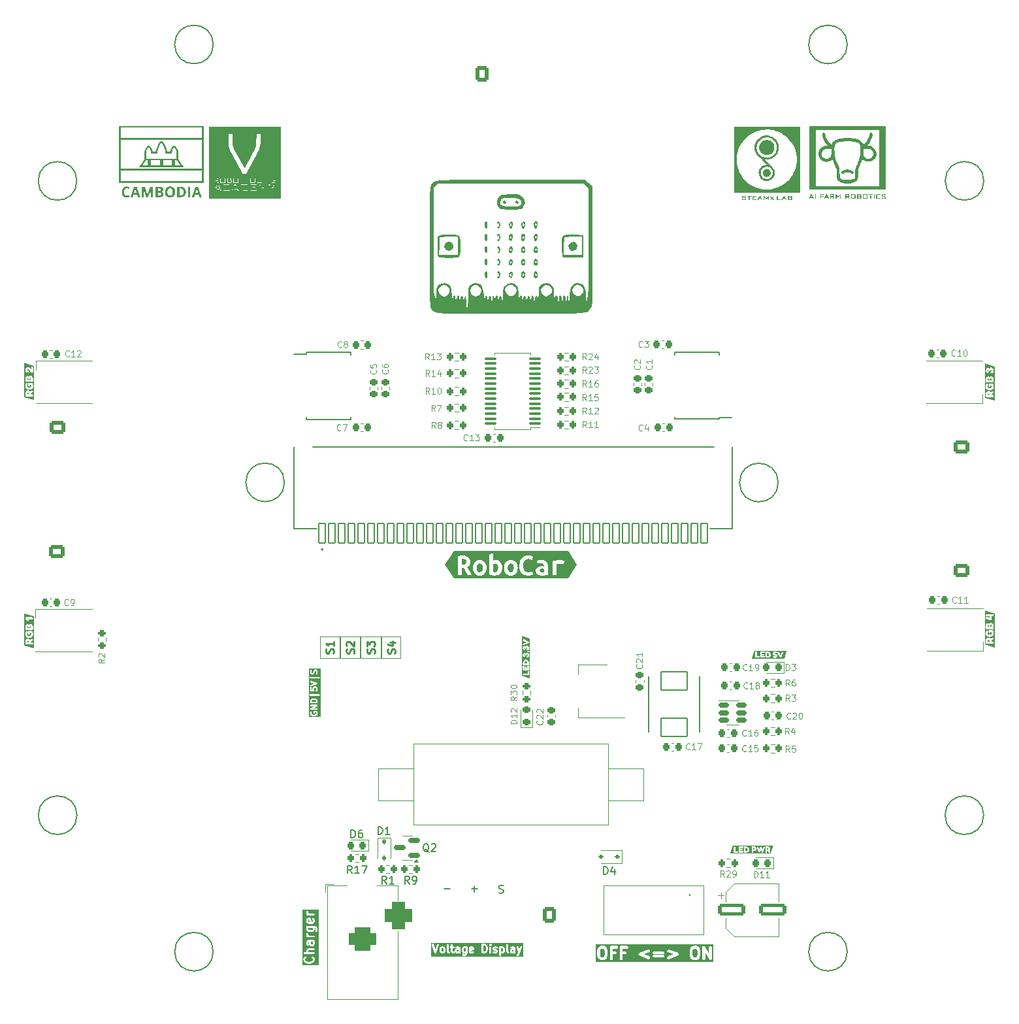
<source format=gbr>
%TF.GenerationSoftware,KiCad,Pcbnew,8.0.7*%
%TF.CreationDate,2025-01-09T15:44:16+07:00*%
%TF.ProjectId,RoboCar_PCB,526f626f-4361-4725-9f50-43422e6b6963,rev?*%
%TF.SameCoordinates,Original*%
%TF.FileFunction,Legend,Top*%
%TF.FilePolarity,Positive*%
%FSLAX46Y46*%
G04 Gerber Fmt 4.6, Leading zero omitted, Abs format (unit mm)*
G04 Created by KiCad (PCBNEW 8.0.7) date 2025-01-09 15:44:16*
%MOMM*%
%LPD*%
G01*
G04 APERTURE LIST*
G04 Aperture macros list*
%AMRoundRect*
0 Rectangle with rounded corners*
0 $1 Rounding radius*
0 $2 $3 $4 $5 $6 $7 $8 $9 X,Y pos of 4 corners*
0 Add a 4 corners polygon primitive as box body*
4,1,4,$2,$3,$4,$5,$6,$7,$8,$9,$2,$3,0*
0 Add four circle primitives for the rounded corners*
1,1,$1+$1,$2,$3*
1,1,$1+$1,$4,$5*
1,1,$1+$1,$6,$7*
1,1,$1+$1,$8,$9*
0 Add four rect primitives between the rounded corners*
20,1,$1+$1,$2,$3,$4,$5,0*
20,1,$1+$1,$4,$5,$6,$7,0*
20,1,$1+$1,$6,$7,$8,$9,0*
20,1,$1+$1,$8,$9,$2,$3,0*%
G04 Aperture macros list end*
%ADD10C,0.150000*%
%ADD11C,0.200000*%
%ADD12C,0.250000*%
%ADD13C,0.375000*%
%ADD14C,0.050000*%
%ADD15C,0.100000*%
%ADD16C,0.000000*%
%ADD17C,0.120000*%
%ADD18C,0.127000*%
%ADD19RoundRect,0.200000X0.200000X0.275000X-0.200000X0.275000X-0.200000X-0.275000X0.200000X-0.275000X0*%
%ADD20RoundRect,0.200000X-0.275000X0.200000X-0.275000X-0.200000X0.275000X-0.200000X0.275000X0.200000X0*%
%ADD21O,1.700000X1.700000*%
%ADD22RoundRect,0.225000X0.225000X0.250000X-0.225000X0.250000X-0.225000X-0.250000X0.225000X-0.250000X0*%
%ADD23RoundRect,0.200000X-0.200000X-0.275000X0.200000X-0.275000X0.200000X0.275000X-0.200000X0.275000X0*%
%ADD24C,2.595000*%
%ADD25RoundRect,0.225000X-0.250000X0.225000X-0.250000X-0.225000X0.250000X-0.225000X0.250000X0.225000X0*%
%ADD26RoundRect,0.200000X0.275000X-0.200000X0.275000X0.200000X-0.275000X0.200000X-0.275000X-0.200000X0*%
%ADD27RoundRect,0.150000X-0.512500X-0.150000X0.512500X-0.150000X0.512500X0.150000X-0.512500X0.150000X0*%
%ADD28R,1.500000X0.900000*%
%ADD29RoundRect,0.100000X0.637500X0.100000X-0.637500X0.100000X-0.637500X-0.100000X0.637500X-0.100000X0*%
%ADD30RoundRect,0.225000X-0.225000X-0.250000X0.225000X-0.250000X0.225000X0.250000X-0.225000X0.250000X0*%
%ADD31RoundRect,0.218750X0.218750X0.256250X-0.218750X0.256250X-0.218750X-0.256250X0.218750X-0.256250X0*%
%ADD32R,1.700000X1.700000*%
%ADD33R,3.500000X3.500000*%
%ADD34RoundRect,0.750000X1.000000X-0.750000X1.000000X0.750000X-1.000000X0.750000X-1.000000X-0.750000X0*%
%ADD35RoundRect,0.875000X0.875000X-0.875000X0.875000X0.875000X-0.875000X0.875000X-0.875000X-0.875000X0*%
%ADD36RoundRect,0.225000X0.250000X-0.225000X0.250000X0.225000X-0.250000X0.225000X-0.250000X-0.225000X0*%
%ADD37R,1.750000X0.450000*%
%ADD38RoundRect,0.218750X0.256250X-0.218750X0.256250X0.218750X-0.256250X0.218750X-0.256250X-0.218750X0*%
%ADD39R,2.000000X1.500000*%
%ADD40R,2.000000X3.800000*%
%ADD41RoundRect,0.150000X0.587500X0.150000X-0.587500X0.150000X-0.587500X-0.150000X0.587500X-0.150000X0*%
%ADD42C,1.650000*%
%ADD43RoundRect,0.102000X-0.400000X-1.250000X0.400000X-1.250000X0.400000X1.250000X-0.400000X1.250000X0*%
%ADD44O,1.304000X5.704000*%
%ADD45RoundRect,0.112500X0.187500X0.112500X-0.187500X0.112500X-0.187500X-0.112500X0.187500X-0.112500X0*%
%ADD46RoundRect,0.102000X1.700000X-1.175000X1.700000X1.175000X-1.700000X1.175000X-1.700000X-1.175000X0*%
%ADD47RoundRect,0.112500X-0.112500X0.187500X-0.112500X-0.187500X0.112500X-0.187500X0.112500X0.187500X0*%
%ADD48RoundRect,0.250000X-1.500000X-0.550000X1.500000X-0.550000X1.500000X0.550000X-1.500000X0.550000X0*%
%ADD49RoundRect,0.250000X-0.600000X-0.725000X0.600000X-0.725000X0.600000X0.725000X-0.600000X0.725000X0*%
%ADD50O,1.700000X1.950000*%
%ADD51RoundRect,0.250000X-0.750000X0.600000X-0.750000X-0.600000X0.750000X-0.600000X0.750000X0.600000X0*%
%ADD52O,2.000000X1.700000*%
%ADD53RoundRect,0.250000X0.750000X-0.600000X0.750000X0.600000X-0.750000X0.600000X-0.750000X-0.600000X0*%
%ADD54RoundRect,0.250000X-0.600000X-0.750000X0.600000X-0.750000X0.600000X0.750000X-0.600000X0.750000X0*%
%ADD55O,1.700000X2.000000*%
G04 APERTURE END LIST*
D10*
X65227768Y-84536038D02*
G75*
G02*
X60227768Y-84536038I-2500000J0D01*
G01*
X60227768Y-84536038D02*
G75*
G02*
X65227768Y-84536038I2500000J0D01*
G01*
X129227768Y-84561038D02*
G75*
G02*
X124227768Y-84561038I-2500000J0D01*
G01*
X124227768Y-84561038D02*
G75*
G02*
X129227768Y-84561038I2500000J0D01*
G01*
X56002768Y-27801038D02*
G75*
G02*
X51002768Y-27801038I-2500000J0D01*
G01*
X51002768Y-27801038D02*
G75*
G02*
X56002768Y-27801038I2500000J0D01*
G01*
X38322768Y-45481038D02*
G75*
G02*
X33322768Y-45481038I-2500000J0D01*
G01*
X33322768Y-45481038D02*
G75*
G02*
X38322768Y-45481038I2500000J0D01*
G01*
X138182768Y-145341038D02*
G75*
G02*
X133182768Y-145341038I-2500000J0D01*
G01*
X133182768Y-145341038D02*
G75*
G02*
X138182768Y-145341038I2500000J0D01*
G01*
X56002768Y-145341038D02*
G75*
G02*
X51002768Y-145341038I-2500000J0D01*
G01*
X51002768Y-145341038D02*
G75*
G02*
X56002768Y-145341038I2500000J0D01*
G01*
X155882768Y-45471038D02*
G75*
G02*
X150882768Y-45471038I-2500000J0D01*
G01*
X150882768Y-45471038D02*
G75*
G02*
X155882768Y-45471038I2500000J0D01*
G01*
X155862768Y-127661038D02*
G75*
G02*
X150862768Y-127661038I-2500000J0D01*
G01*
X150862768Y-127661038D02*
G75*
G02*
X155862768Y-127661038I2500000J0D01*
G01*
X138182768Y-27801038D02*
G75*
G02*
X133182768Y-27801038I-2500000J0D01*
G01*
X133182768Y-27801038D02*
G75*
G02*
X138182768Y-27801038I2500000J0D01*
G01*
X38332768Y-127661038D02*
G75*
G02*
X33332768Y-127661038I-2500000J0D01*
G01*
X33332768Y-127661038D02*
G75*
G02*
X38332768Y-127661038I2500000J0D01*
G01*
D11*
X85917441Y-137207304D02*
X86679346Y-137207304D01*
X93039822Y-137700638D02*
X93182679Y-137748257D01*
X93182679Y-137748257D02*
X93420774Y-137748257D01*
X93420774Y-137748257D02*
X93516012Y-137700638D01*
X93516012Y-137700638D02*
X93563631Y-137653018D01*
X93563631Y-137653018D02*
X93611250Y-137557780D01*
X93611250Y-137557780D02*
X93611250Y-137462542D01*
X93611250Y-137462542D02*
X93563631Y-137367304D01*
X93563631Y-137367304D02*
X93516012Y-137319685D01*
X93516012Y-137319685D02*
X93420774Y-137272066D01*
X93420774Y-137272066D02*
X93230298Y-137224447D01*
X93230298Y-137224447D02*
X93135060Y-137176828D01*
X93135060Y-137176828D02*
X93087441Y-137129209D01*
X93087441Y-137129209D02*
X93039822Y-137033971D01*
X93039822Y-137033971D02*
X93039822Y-136938733D01*
X93039822Y-136938733D02*
X93087441Y-136843495D01*
X93087441Y-136843495D02*
X93135060Y-136795876D01*
X93135060Y-136795876D02*
X93230298Y-136748257D01*
X93230298Y-136748257D02*
X93468393Y-136748257D01*
X93468393Y-136748257D02*
X93611250Y-136795876D01*
X89457441Y-137197304D02*
X90219346Y-137197304D01*
X89838393Y-137578257D02*
X89838393Y-136816352D01*
D12*
G36*
X88695813Y-145300657D02*
G01*
X88564608Y-145300657D01*
X88513906Y-145275306D01*
X88494974Y-145256374D01*
X88469623Y-145205672D01*
X88469623Y-144978974D01*
X88494973Y-144928272D01*
X88513906Y-144909340D01*
X88564608Y-144883990D01*
X88695813Y-144883990D01*
X88695813Y-145300657D01*
G37*
G36*
X93508673Y-144909340D02*
G01*
X93527605Y-144928273D01*
X93552956Y-144978974D01*
X93552956Y-145205671D01*
X93527604Y-145256374D01*
X93508673Y-145275306D01*
X93457972Y-145300657D01*
X93326766Y-145300657D01*
X93326766Y-144883990D01*
X93457972Y-144883990D01*
X93508673Y-144909340D01*
G37*
G36*
X85794386Y-144909340D02*
G01*
X85813318Y-144928273D01*
X85838669Y-144978974D01*
X85838669Y-145205671D01*
X85813317Y-145256374D01*
X85794386Y-145275306D01*
X85743685Y-145300657D01*
X85659845Y-145300657D01*
X85609143Y-145275306D01*
X85590211Y-145256374D01*
X85564860Y-145205672D01*
X85564860Y-144978974D01*
X85590210Y-144928272D01*
X85609143Y-144909340D01*
X85659845Y-144883990D01*
X85743685Y-144883990D01*
X85794386Y-144909340D01*
G37*
G36*
X87791051Y-145300657D02*
G01*
X87612227Y-145300657D01*
X87580650Y-145284868D01*
X87564861Y-145253290D01*
X87564861Y-145217069D01*
X87580649Y-145185492D01*
X87612227Y-145169704D01*
X87791051Y-145169704D01*
X87791051Y-145300657D01*
G37*
G36*
X89581912Y-144898341D02*
G01*
X89374385Y-144939847D01*
X89374385Y-144931355D01*
X89390173Y-144899778D01*
X89421751Y-144883990D01*
X89553210Y-144883990D01*
X89581912Y-144898341D01*
G37*
G36*
X91229481Y-144582529D02*
G01*
X91289509Y-144642557D01*
X91321920Y-144707380D01*
X91362480Y-144869617D01*
X91362480Y-144981696D01*
X91321920Y-145143932D01*
X91289510Y-145208753D01*
X91229480Y-145268784D01*
X91133864Y-145300657D01*
X91041052Y-145300657D01*
X91041052Y-144550657D01*
X91133864Y-144550657D01*
X91229481Y-144582529D01*
G37*
G36*
X94933909Y-145300657D02*
G01*
X94755085Y-145300657D01*
X94723508Y-145284868D01*
X94707719Y-145253290D01*
X94707719Y-145217069D01*
X94723507Y-145185492D01*
X94755085Y-145169704D01*
X94933909Y-145169704D01*
X94933909Y-145300657D01*
G37*
G36*
X96164709Y-146008990D02*
G01*
X84238461Y-146008990D01*
X84238461Y-144441291D01*
X84363461Y-144441291D01*
X84368894Y-144465185D01*
X84702226Y-145465185D01*
X84712217Y-145487560D01*
X84718067Y-145494306D01*
X84722063Y-145502297D01*
X84733903Y-145512565D01*
X84744172Y-145524406D01*
X84752163Y-145528401D01*
X84758909Y-145534252D01*
X84773774Y-145539207D01*
X84787796Y-145546218D01*
X84796706Y-145546851D01*
X84805178Y-145549675D01*
X84820811Y-145548564D01*
X84836446Y-145549675D01*
X84844917Y-145546851D01*
X84853827Y-145546218D01*
X84867847Y-145539207D01*
X84882715Y-145534252D01*
X84889460Y-145528401D01*
X84897452Y-145524406D01*
X84907723Y-145512562D01*
X84919561Y-145502296D01*
X84923555Y-145494307D01*
X84929407Y-145487560D01*
X84939397Y-145465185D01*
X85111303Y-144949466D01*
X85314860Y-144949466D01*
X85314860Y-145235180D01*
X85317262Y-145259566D01*
X85318980Y-145263714D01*
X85319299Y-145268196D01*
X85328057Y-145291082D01*
X85375675Y-145386319D01*
X85382282Y-145396815D01*
X85383545Y-145399863D01*
X85386362Y-145403296D01*
X85388730Y-145407057D01*
X85391224Y-145409220D01*
X85399090Y-145418805D01*
X85446709Y-145466425D01*
X85456297Y-145474294D01*
X85458459Y-145476787D01*
X85462213Y-145479150D01*
X85465650Y-145481971D01*
X85468703Y-145483235D01*
X85479196Y-145489841D01*
X85574434Y-145537460D01*
X85597320Y-145546218D01*
X85601800Y-145546536D01*
X85605950Y-145548255D01*
X85630336Y-145550657D01*
X85773193Y-145550657D01*
X85797579Y-145548255D01*
X85801727Y-145546536D01*
X85806209Y-145546218D01*
X85829095Y-145537460D01*
X85924332Y-145489842D01*
X85934828Y-145483234D01*
X85937878Y-145481971D01*
X85941311Y-145479152D01*
X85945070Y-145476787D01*
X85947232Y-145474293D01*
X85956820Y-145466425D01*
X86004439Y-145418806D01*
X86012306Y-145409218D01*
X86014799Y-145407057D01*
X86017165Y-145403297D01*
X86019984Y-145399863D01*
X86021246Y-145396814D01*
X86027853Y-145386320D01*
X86075472Y-145291082D01*
X86084230Y-145268196D01*
X86084548Y-145263715D01*
X86086267Y-145259566D01*
X86088669Y-145235180D01*
X86088669Y-144949466D01*
X86086267Y-144925080D01*
X86084548Y-144920930D01*
X86084230Y-144916450D01*
X86075472Y-144893564D01*
X86027853Y-144798326D01*
X86021246Y-144787831D01*
X86019983Y-144784781D01*
X86017164Y-144781346D01*
X86014799Y-144777589D01*
X86012307Y-144775427D01*
X86004438Y-144765839D01*
X85956819Y-144718221D01*
X85947233Y-144710354D01*
X85945070Y-144707860D01*
X85941308Y-144705491D01*
X85937877Y-144702676D01*
X85934830Y-144701414D01*
X85924332Y-144694805D01*
X85829095Y-144647187D01*
X85806209Y-144638429D01*
X85801727Y-144638110D01*
X85797579Y-144636392D01*
X85773193Y-144633990D01*
X85630336Y-144633990D01*
X85605950Y-144636392D01*
X85601800Y-144638110D01*
X85597320Y-144638429D01*
X85574434Y-144647187D01*
X85479196Y-144694806D01*
X85468701Y-144701412D01*
X85465651Y-144702676D01*
X85462216Y-144705494D01*
X85458459Y-144707860D01*
X85456297Y-144710351D01*
X85446709Y-144718221D01*
X85399091Y-144765840D01*
X85391224Y-144775425D01*
X85388730Y-144777589D01*
X85386361Y-144781350D01*
X85383546Y-144784782D01*
X85382284Y-144787828D01*
X85375675Y-144798327D01*
X85328057Y-144893564D01*
X85319299Y-144916450D01*
X85318980Y-144920931D01*
X85317262Y-144925080D01*
X85314860Y-144949466D01*
X85111303Y-144949466D01*
X85272730Y-144465186D01*
X85278163Y-144441292D01*
X85277052Y-144425657D01*
X86267241Y-144425657D01*
X86267241Y-145282799D01*
X86269643Y-145307185D01*
X86271361Y-145311334D01*
X86271680Y-145315814D01*
X86280437Y-145338700D01*
X86328056Y-145433939D01*
X86330623Y-145438017D01*
X86331265Y-145439942D01*
X86333343Y-145442338D01*
X86341110Y-145454676D01*
X86352952Y-145464947D01*
X86363221Y-145476787D01*
X86375554Y-145484551D01*
X86377955Y-145486633D01*
X86379882Y-145487275D01*
X86383958Y-145489841D01*
X86479196Y-145537460D01*
X86502082Y-145546218D01*
X86550731Y-145549675D01*
X86597002Y-145534252D01*
X86633847Y-145502296D01*
X86655658Y-145458673D01*
X86659116Y-145410023D01*
X86643693Y-145363753D01*
X86611737Y-145326908D01*
X86590999Y-145313853D01*
X86533030Y-145284868D01*
X86517241Y-145253290D01*
X86517241Y-144734604D01*
X86650596Y-144734604D01*
X86650596Y-144783376D01*
X86669260Y-144828436D01*
X86703748Y-144862924D01*
X86748808Y-144881588D01*
X86773194Y-144883990D01*
X86791051Y-144883990D01*
X86791051Y-145282799D01*
X86793453Y-145307185D01*
X86795171Y-145311334D01*
X86795490Y-145315814D01*
X86804247Y-145338700D01*
X86851866Y-145433939D01*
X86854433Y-145438017D01*
X86855075Y-145439942D01*
X86857153Y-145442338D01*
X86864920Y-145454676D01*
X86876762Y-145464947D01*
X86887031Y-145476787D01*
X86899364Y-145484551D01*
X86901765Y-145486633D01*
X86903692Y-145487275D01*
X86907768Y-145489841D01*
X87003006Y-145537460D01*
X87025892Y-145546218D01*
X87030372Y-145546536D01*
X87034522Y-145548255D01*
X87058908Y-145550657D01*
X87154146Y-145550657D01*
X87178532Y-145548255D01*
X87223592Y-145529591D01*
X87258080Y-145495103D01*
X87276744Y-145450043D01*
X87276744Y-145401271D01*
X87258080Y-145356211D01*
X87223592Y-145321723D01*
X87178532Y-145303059D01*
X87154146Y-145300657D01*
X87088417Y-145300657D01*
X87056840Y-145284868D01*
X87041051Y-145253290D01*
X87041051Y-145187561D01*
X87314861Y-145187561D01*
X87314861Y-145282799D01*
X87317263Y-145307185D01*
X87318981Y-145311334D01*
X87319300Y-145315814D01*
X87328057Y-145338700D01*
X87375676Y-145433939D01*
X87378243Y-145438017D01*
X87378885Y-145439942D01*
X87380963Y-145442338D01*
X87388730Y-145454676D01*
X87400572Y-145464947D01*
X87410841Y-145476787D01*
X87423174Y-145484551D01*
X87425575Y-145486633D01*
X87427502Y-145487275D01*
X87431578Y-145489841D01*
X87526816Y-145537460D01*
X87549702Y-145546218D01*
X87554182Y-145546536D01*
X87558332Y-145548255D01*
X87582718Y-145550657D01*
X87820813Y-145550657D01*
X87845199Y-145548255D01*
X87849347Y-145546536D01*
X87853829Y-145546218D01*
X87870939Y-145539670D01*
X87891665Y-145548255D01*
X87940437Y-145548255D01*
X87985497Y-145529591D01*
X88019985Y-145495103D01*
X88038649Y-145450043D01*
X88041051Y-145425657D01*
X88041051Y-144949466D01*
X88219623Y-144949466D01*
X88219623Y-145235180D01*
X88222025Y-145259566D01*
X88223743Y-145263714D01*
X88224062Y-145268196D01*
X88232820Y-145291082D01*
X88280438Y-145386319D01*
X88287045Y-145396815D01*
X88288308Y-145399863D01*
X88291125Y-145403296D01*
X88293493Y-145407057D01*
X88295987Y-145409220D01*
X88303853Y-145418805D01*
X88351472Y-145466425D01*
X88361060Y-145474294D01*
X88363222Y-145476787D01*
X88366976Y-145479150D01*
X88370413Y-145481971D01*
X88373466Y-145483235D01*
X88383959Y-145489841D01*
X88479197Y-145537460D01*
X88502083Y-145546218D01*
X88506563Y-145546536D01*
X88510713Y-145548255D01*
X88535099Y-145550657D01*
X88689987Y-145550657D01*
X88670462Y-145589706D01*
X88651530Y-145608639D01*
X88600829Y-145633990D01*
X88516989Y-145633990D01*
X88448144Y-145599568D01*
X88425258Y-145590810D01*
X88376608Y-145587352D01*
X88330338Y-145602776D01*
X88293493Y-145634732D01*
X88271681Y-145678355D01*
X88268223Y-145727005D01*
X88283647Y-145773275D01*
X88315603Y-145810120D01*
X88336340Y-145823174D01*
X88431578Y-145870793D01*
X88454464Y-145879551D01*
X88458944Y-145879869D01*
X88463094Y-145881588D01*
X88487480Y-145883990D01*
X88630337Y-145883990D01*
X88654723Y-145881588D01*
X88658871Y-145879869D01*
X88663353Y-145879551D01*
X88686239Y-145870793D01*
X88781476Y-145823175D01*
X88791974Y-145816565D01*
X88795021Y-145815304D01*
X88798452Y-145812488D01*
X88802214Y-145810120D01*
X88804377Y-145807625D01*
X88813963Y-145799759D01*
X88861582Y-145752141D01*
X88869451Y-145742552D01*
X88871943Y-145740391D01*
X88874308Y-145736633D01*
X88877127Y-145733199D01*
X88878390Y-145730148D01*
X88884997Y-145719654D01*
X88932616Y-145624416D01*
X88941374Y-145601530D01*
X88941692Y-145597049D01*
X88943411Y-145592900D01*
X88945813Y-145568514D01*
X88945813Y-144901847D01*
X89124385Y-144901847D01*
X89124385Y-145282799D01*
X89126787Y-145307185D01*
X89128505Y-145311334D01*
X89128824Y-145315814D01*
X89137581Y-145338700D01*
X89185200Y-145433939D01*
X89187767Y-145438017D01*
X89188409Y-145439942D01*
X89190487Y-145442338D01*
X89198254Y-145454676D01*
X89210096Y-145464947D01*
X89220365Y-145476787D01*
X89232698Y-145484551D01*
X89235099Y-145486633D01*
X89237026Y-145487275D01*
X89241102Y-145489841D01*
X89336340Y-145537460D01*
X89359226Y-145546218D01*
X89363706Y-145546536D01*
X89367856Y-145548255D01*
X89392242Y-145550657D01*
X89582718Y-145550657D01*
X89607104Y-145548255D01*
X89611252Y-145546536D01*
X89615734Y-145546218D01*
X89638620Y-145537460D01*
X89733857Y-145489842D01*
X89754595Y-145476787D01*
X89786551Y-145439942D01*
X89801974Y-145393672D01*
X89798516Y-145345022D01*
X89776705Y-145301399D01*
X89739860Y-145269443D01*
X89693589Y-145254020D01*
X89644940Y-145257477D01*
X89622054Y-145266235D01*
X89553210Y-145300657D01*
X89421751Y-145300657D01*
X89390174Y-145284868D01*
X89374385Y-145253290D01*
X89374385Y-145194798D01*
X89750089Y-145119658D01*
X89773530Y-145112520D01*
X89783704Y-145105706D01*
X89795021Y-145101019D01*
X89803773Y-145092266D01*
X89814055Y-145085381D01*
X89820847Y-145075192D01*
X89829509Y-145066531D01*
X89834245Y-145055095D01*
X89841110Y-145044799D01*
X89843486Y-145032786D01*
X89848173Y-145021471D01*
X89850575Y-144997085D01*
X89850575Y-144901847D01*
X89848173Y-144877461D01*
X89846454Y-144873311D01*
X89846136Y-144868831D01*
X89837378Y-144845945D01*
X89789759Y-144750707D01*
X89787192Y-144746630D01*
X89786551Y-144744705D01*
X89784471Y-144742306D01*
X89776705Y-144729970D01*
X89764864Y-144719700D01*
X89754595Y-144707860D01*
X89742257Y-144700093D01*
X89739860Y-144698014D01*
X89737935Y-144697372D01*
X89733857Y-144694805D01*
X89638620Y-144647187D01*
X89615734Y-144638429D01*
X89611252Y-144638110D01*
X89607104Y-144636392D01*
X89582718Y-144633990D01*
X89392242Y-144633990D01*
X89367856Y-144636392D01*
X89363706Y-144638110D01*
X89359226Y-144638429D01*
X89336340Y-144647187D01*
X89241102Y-144694806D01*
X89237025Y-144697372D01*
X89235100Y-144698014D01*
X89232701Y-144700093D01*
X89220365Y-144707860D01*
X89210095Y-144719700D01*
X89198255Y-144729970D01*
X89190488Y-144742307D01*
X89188409Y-144744705D01*
X89187767Y-144746629D01*
X89185200Y-144750708D01*
X89137582Y-144845945D01*
X89128824Y-144868831D01*
X89128505Y-144873312D01*
X89126787Y-144877461D01*
X89124385Y-144901847D01*
X88945813Y-144901847D01*
X88945813Y-144758990D01*
X88943411Y-144734604D01*
X88924747Y-144689544D01*
X88890259Y-144655056D01*
X88845199Y-144636392D01*
X88796427Y-144636392D01*
X88775701Y-144644976D01*
X88758591Y-144638429D01*
X88754109Y-144638110D01*
X88749961Y-144636392D01*
X88725575Y-144633990D01*
X88535099Y-144633990D01*
X88510713Y-144636392D01*
X88506563Y-144638110D01*
X88502083Y-144638429D01*
X88479197Y-144647187D01*
X88383959Y-144694806D01*
X88373464Y-144701412D01*
X88370414Y-144702676D01*
X88366979Y-144705494D01*
X88363222Y-144707860D01*
X88361060Y-144710351D01*
X88351472Y-144718221D01*
X88303854Y-144765840D01*
X88295987Y-144775425D01*
X88293493Y-144777589D01*
X88291124Y-144781350D01*
X88288309Y-144784782D01*
X88287047Y-144787828D01*
X88280438Y-144798327D01*
X88232820Y-144893564D01*
X88224062Y-144916450D01*
X88223743Y-144920931D01*
X88222025Y-144925080D01*
X88219623Y-144949466D01*
X88041051Y-144949466D01*
X88041051Y-144901847D01*
X88038649Y-144877461D01*
X88036930Y-144873311D01*
X88036612Y-144868831D01*
X88027854Y-144845945D01*
X87980235Y-144750707D01*
X87977668Y-144746630D01*
X87977027Y-144744705D01*
X87974947Y-144742306D01*
X87967181Y-144729970D01*
X87955340Y-144719700D01*
X87945071Y-144707860D01*
X87932733Y-144700093D01*
X87930336Y-144698014D01*
X87928411Y-144697372D01*
X87924333Y-144694805D01*
X87829096Y-144647187D01*
X87806210Y-144638429D01*
X87801728Y-144638110D01*
X87797580Y-144636392D01*
X87773194Y-144633990D01*
X87582718Y-144633990D01*
X87558332Y-144636392D01*
X87554182Y-144638110D01*
X87549702Y-144638429D01*
X87526816Y-144647187D01*
X87431578Y-144694806D01*
X87410841Y-144707860D01*
X87378885Y-144744705D01*
X87363461Y-144790975D01*
X87366919Y-144839625D01*
X87388731Y-144883248D01*
X87425576Y-144915204D01*
X87471846Y-144930628D01*
X87520496Y-144927170D01*
X87543382Y-144918412D01*
X87612227Y-144883990D01*
X87743686Y-144883990D01*
X87775262Y-144899778D01*
X87785225Y-144919704D01*
X87582718Y-144919704D01*
X87558332Y-144922106D01*
X87554182Y-144923824D01*
X87549702Y-144924143D01*
X87526816Y-144932901D01*
X87431578Y-144980520D01*
X87427501Y-144983086D01*
X87425576Y-144983728D01*
X87423177Y-144985807D01*
X87410841Y-144993574D01*
X87400571Y-145005414D01*
X87388731Y-145015684D01*
X87380964Y-145028021D01*
X87378885Y-145030419D01*
X87378243Y-145032343D01*
X87375676Y-145036422D01*
X87328058Y-145131659D01*
X87319300Y-145154545D01*
X87318981Y-145159026D01*
X87317263Y-145163175D01*
X87314861Y-145187561D01*
X87041051Y-145187561D01*
X87041051Y-144883990D01*
X87154146Y-144883990D01*
X87178532Y-144881588D01*
X87223592Y-144862924D01*
X87258080Y-144828436D01*
X87276744Y-144783376D01*
X87276744Y-144734604D01*
X87258080Y-144689544D01*
X87223592Y-144655056D01*
X87178532Y-144636392D01*
X87154146Y-144633990D01*
X87041051Y-144633990D01*
X87041051Y-144425657D01*
X90791052Y-144425657D01*
X90791052Y-145425657D01*
X90793454Y-145450043D01*
X90812118Y-145495103D01*
X90846606Y-145529591D01*
X90891666Y-145548255D01*
X90916052Y-145550657D01*
X91154147Y-145550657D01*
X91166490Y-145549441D01*
X91169781Y-145549675D01*
X91174110Y-145548690D01*
X91178533Y-145548255D01*
X91181584Y-145546991D01*
X91193675Y-145544242D01*
X91336532Y-145496624D01*
X91358907Y-145486633D01*
X91362299Y-145483690D01*
X91366451Y-145481971D01*
X91385393Y-145466426D01*
X91480631Y-145371187D01*
X91488499Y-145361598D01*
X91490991Y-145359438D01*
X91493355Y-145355681D01*
X91496176Y-145352245D01*
X91497440Y-145349193D01*
X91504045Y-145338701D01*
X91551664Y-145243463D01*
X91552347Y-145241677D01*
X91552884Y-145240953D01*
X91556539Y-145230723D01*
X91560422Y-145220577D01*
X91560485Y-145219677D01*
X91561129Y-145217878D01*
X91608748Y-145027402D01*
X91609373Y-145023172D01*
X91610078Y-145021471D01*
X91610982Y-145012291D01*
X91612332Y-145003162D01*
X91612060Y-145001339D01*
X91612480Y-144997085D01*
X91612480Y-144854228D01*
X91612060Y-144849973D01*
X91612332Y-144848151D01*
X91610982Y-144839021D01*
X91610078Y-144829842D01*
X91609373Y-144828140D01*
X91608748Y-144823911D01*
X91561129Y-144633435D01*
X91560485Y-144631635D01*
X91560422Y-144630736D01*
X91556539Y-144620589D01*
X91552884Y-144610360D01*
X91552347Y-144609635D01*
X91551664Y-144607850D01*
X91504045Y-144512612D01*
X91497437Y-144502115D01*
X91496175Y-144499068D01*
X91493358Y-144495636D01*
X91490991Y-144491875D01*
X91488496Y-144489711D01*
X91480630Y-144480126D01*
X91449393Y-144448889D01*
X91745835Y-144448889D01*
X91745835Y-144497663D01*
X91764500Y-144542722D01*
X91780045Y-144561664D01*
X91827663Y-144609283D01*
X91846605Y-144624828D01*
X91846606Y-144624829D01*
X91868723Y-144633990D01*
X91883093Y-144639942D01*
X91846606Y-144655056D01*
X91812118Y-144689544D01*
X91793454Y-144734604D01*
X91791052Y-144758990D01*
X91791052Y-145425657D01*
X91793454Y-145450043D01*
X91812118Y-145495103D01*
X91846606Y-145529591D01*
X91891666Y-145548255D01*
X91940438Y-145548255D01*
X91985498Y-145529591D01*
X92019986Y-145495103D01*
X92038650Y-145450043D01*
X92041052Y-145425657D01*
X92041052Y-144901847D01*
X92219623Y-144901847D01*
X92219623Y-144949466D01*
X92222025Y-144973852D01*
X92223743Y-144978000D01*
X92224062Y-144982482D01*
X92232820Y-145005368D01*
X92280438Y-145100605D01*
X92283005Y-145104683D01*
X92283647Y-145106608D01*
X92285726Y-145109005D01*
X92293493Y-145121343D01*
X92305333Y-145131612D01*
X92315603Y-145143453D01*
X92327939Y-145151219D01*
X92330338Y-145153299D01*
X92332263Y-145153940D01*
X92336340Y-145156507D01*
X92431578Y-145204126D01*
X92454464Y-145212884D01*
X92458944Y-145213202D01*
X92463094Y-145214921D01*
X92487480Y-145217323D01*
X92600829Y-145217323D01*
X92632405Y-145233111D01*
X92645344Y-145258989D01*
X92632404Y-145284869D01*
X92600829Y-145300657D01*
X92469370Y-145300657D01*
X92400525Y-145266235D01*
X92377639Y-145257477D01*
X92328989Y-145254019D01*
X92282719Y-145269443D01*
X92245874Y-145301399D01*
X92224062Y-145345022D01*
X92220604Y-145393672D01*
X92236028Y-145439942D01*
X92267984Y-145476787D01*
X92288721Y-145489841D01*
X92383959Y-145537460D01*
X92406845Y-145546218D01*
X92411325Y-145546536D01*
X92415475Y-145548255D01*
X92439861Y-145550657D01*
X92630337Y-145550657D01*
X92654723Y-145548255D01*
X92658871Y-145546536D01*
X92663353Y-145546218D01*
X92686239Y-145537460D01*
X92781476Y-145489842D01*
X92785553Y-145487275D01*
X92787480Y-145486633D01*
X92789879Y-145484551D01*
X92802214Y-145476787D01*
X92812480Y-145464949D01*
X92824325Y-145454677D01*
X92832092Y-145442337D01*
X92834170Y-145439942D01*
X92834811Y-145438018D01*
X92837379Y-145433939D01*
X92884998Y-145338700D01*
X92893755Y-145315815D01*
X92894073Y-145311334D01*
X92895792Y-145307185D01*
X92898194Y-145282799D01*
X92898194Y-145235180D01*
X92895792Y-145210794D01*
X92894073Y-145206644D01*
X92893755Y-145202164D01*
X92884997Y-145179278D01*
X92837378Y-145084040D01*
X92834811Y-145079963D01*
X92834170Y-145078038D01*
X92832090Y-145075639D01*
X92824324Y-145063303D01*
X92812483Y-145053033D01*
X92802214Y-145041193D01*
X92789876Y-145033426D01*
X92787479Y-145031347D01*
X92785554Y-145030705D01*
X92781476Y-145028138D01*
X92686239Y-144980520D01*
X92663353Y-144971762D01*
X92658871Y-144971443D01*
X92654723Y-144969725D01*
X92630337Y-144967323D01*
X92516989Y-144967323D01*
X92485411Y-144951534D01*
X92472472Y-144925656D01*
X92485411Y-144899778D01*
X92516989Y-144883990D01*
X92600829Y-144883990D01*
X92669673Y-144918412D01*
X92692559Y-144927170D01*
X92741208Y-144930627D01*
X92787479Y-144915204D01*
X92824324Y-144883248D01*
X92846135Y-144839625D01*
X92849593Y-144790975D01*
X92838932Y-144758990D01*
X93076766Y-144758990D01*
X93076766Y-145758990D01*
X93079168Y-145783376D01*
X93097832Y-145828436D01*
X93132320Y-145862924D01*
X93177380Y-145881588D01*
X93226152Y-145881588D01*
X93271212Y-145862924D01*
X93305700Y-145828436D01*
X93324364Y-145783376D01*
X93326766Y-145758990D01*
X93326766Y-145743356D01*
X95315843Y-145743356D01*
X95319301Y-145792006D01*
X95341113Y-145835629D01*
X95377958Y-145867585D01*
X95424228Y-145883009D01*
X95472878Y-145879551D01*
X95495764Y-145870793D01*
X95591001Y-145823175D01*
X95601499Y-145816565D01*
X95604546Y-145815304D01*
X95607977Y-145812488D01*
X95611739Y-145810120D01*
X95613902Y-145807625D01*
X95623488Y-145799759D01*
X95671107Y-145752141D01*
X95686652Y-145733199D01*
X95686948Y-145732482D01*
X95687492Y-145731926D01*
X95698779Y-145710176D01*
X95794017Y-145472081D01*
X95794671Y-145469822D01*
X95795675Y-145467699D01*
X96033770Y-144801032D01*
X96039709Y-144777259D01*
X96037288Y-144728547D01*
X96016409Y-144684468D01*
X95980251Y-144651736D01*
X95934321Y-144635333D01*
X95885608Y-144637754D01*
X95841530Y-144658633D01*
X95808798Y-144694791D01*
X95798334Y-144716948D01*
X95677957Y-145054004D01*
X95557580Y-144716948D01*
X95547116Y-144694791D01*
X95514384Y-144658633D01*
X95470305Y-144637754D01*
X95421593Y-144635332D01*
X95375663Y-144651736D01*
X95339505Y-144684468D01*
X95318626Y-144728547D01*
X95316204Y-144777259D01*
X95322144Y-144801032D01*
X95544329Y-145423152D01*
X95476187Y-145593506D01*
X95461055Y-145608639D01*
X95383960Y-145647187D01*
X95363223Y-145660241D01*
X95331267Y-145697086D01*
X95315843Y-145743356D01*
X93326766Y-145743356D01*
X93326766Y-145550657D01*
X93487480Y-145550657D01*
X93511866Y-145548255D01*
X93516014Y-145546536D01*
X93520496Y-145546218D01*
X93543382Y-145537460D01*
X93638619Y-145489842D01*
X93649115Y-145483234D01*
X93652165Y-145481971D01*
X93655598Y-145479152D01*
X93659357Y-145476787D01*
X93661519Y-145474293D01*
X93671107Y-145466425D01*
X93718726Y-145418806D01*
X93726593Y-145409218D01*
X93729086Y-145407057D01*
X93731452Y-145403297D01*
X93734271Y-145399863D01*
X93735533Y-145396814D01*
X93742140Y-145386320D01*
X93789759Y-145291082D01*
X93798517Y-145268196D01*
X93798835Y-145263715D01*
X93800554Y-145259566D01*
X93802956Y-145235180D01*
X93802956Y-144949466D01*
X93800554Y-144925080D01*
X93798835Y-144920930D01*
X93798517Y-144916450D01*
X93789759Y-144893564D01*
X93742140Y-144798326D01*
X93735533Y-144787831D01*
X93734270Y-144784781D01*
X93731451Y-144781346D01*
X93729086Y-144777589D01*
X93726594Y-144775427D01*
X93718725Y-144765839D01*
X93671106Y-144718221D01*
X93661520Y-144710354D01*
X93659357Y-144707860D01*
X93655595Y-144705491D01*
X93652164Y-144702676D01*
X93649117Y-144701414D01*
X93638619Y-144694805D01*
X93543382Y-144647187D01*
X93520496Y-144638429D01*
X93516014Y-144638110D01*
X93511866Y-144636392D01*
X93487480Y-144633990D01*
X93297004Y-144633990D01*
X93272618Y-144636392D01*
X93268468Y-144638110D01*
X93263988Y-144638429D01*
X93246877Y-144644976D01*
X93226152Y-144636392D01*
X93177380Y-144636392D01*
X93132320Y-144655056D01*
X93097832Y-144689544D01*
X93079168Y-144734604D01*
X93076766Y-144758990D01*
X92838932Y-144758990D01*
X92834170Y-144744705D01*
X92802214Y-144707860D01*
X92781476Y-144694805D01*
X92686239Y-144647187D01*
X92663353Y-144638429D01*
X92658871Y-144638110D01*
X92654723Y-144636392D01*
X92630337Y-144633990D01*
X92487480Y-144633990D01*
X92463094Y-144636392D01*
X92458944Y-144638110D01*
X92454464Y-144638429D01*
X92431578Y-144647187D01*
X92336340Y-144694806D01*
X92332263Y-144697372D01*
X92330338Y-144698014D01*
X92327939Y-144700093D01*
X92315603Y-144707860D01*
X92305333Y-144719700D01*
X92293493Y-144729970D01*
X92285726Y-144742307D01*
X92283647Y-144744705D01*
X92283005Y-144746629D01*
X92280438Y-144750708D01*
X92232820Y-144845945D01*
X92224062Y-144868831D01*
X92223743Y-144873312D01*
X92222025Y-144877461D01*
X92219623Y-144901847D01*
X92041052Y-144901847D01*
X92041052Y-144758990D01*
X92038650Y-144734604D01*
X92019986Y-144689544D01*
X91985498Y-144655056D01*
X91949010Y-144639942D01*
X91953796Y-144637960D01*
X91985498Y-144624829D01*
X91985503Y-144624823D01*
X92004440Y-144609283D01*
X92052059Y-144561665D01*
X92067604Y-144542723D01*
X92086269Y-144497663D01*
X92086269Y-144448890D01*
X92084449Y-144444495D01*
X92076646Y-144425657D01*
X93981528Y-144425657D01*
X93981528Y-145282799D01*
X93983930Y-145307185D01*
X93985648Y-145311334D01*
X93985967Y-145315814D01*
X93994724Y-145338700D01*
X94042343Y-145433939D01*
X94044910Y-145438017D01*
X94045552Y-145439942D01*
X94047630Y-145442338D01*
X94055397Y-145454676D01*
X94067239Y-145464947D01*
X94077508Y-145476787D01*
X94089841Y-145484551D01*
X94092242Y-145486633D01*
X94094169Y-145487275D01*
X94098245Y-145489841D01*
X94193483Y-145537460D01*
X94216369Y-145546218D01*
X94265018Y-145549675D01*
X94311289Y-145534252D01*
X94348134Y-145502296D01*
X94369945Y-145458673D01*
X94373403Y-145410023D01*
X94357980Y-145363753D01*
X94326024Y-145326908D01*
X94305286Y-145313853D01*
X94247317Y-145284868D01*
X94231528Y-145253290D01*
X94231528Y-145187561D01*
X94457719Y-145187561D01*
X94457719Y-145282799D01*
X94460121Y-145307185D01*
X94461839Y-145311334D01*
X94462158Y-145315814D01*
X94470915Y-145338700D01*
X94518534Y-145433939D01*
X94521101Y-145438017D01*
X94521743Y-145439942D01*
X94523821Y-145442338D01*
X94531588Y-145454676D01*
X94543430Y-145464947D01*
X94553699Y-145476787D01*
X94566032Y-145484551D01*
X94568433Y-145486633D01*
X94570360Y-145487275D01*
X94574436Y-145489841D01*
X94669674Y-145537460D01*
X94692560Y-145546218D01*
X94697040Y-145546536D01*
X94701190Y-145548255D01*
X94725576Y-145550657D01*
X94963671Y-145550657D01*
X94988057Y-145548255D01*
X94992205Y-145546536D01*
X94996687Y-145546218D01*
X95013797Y-145539670D01*
X95034523Y-145548255D01*
X95083295Y-145548255D01*
X95128355Y-145529591D01*
X95162843Y-145495103D01*
X95181507Y-145450043D01*
X95183909Y-145425657D01*
X95183909Y-144901847D01*
X95181507Y-144877461D01*
X95179788Y-144873311D01*
X95179470Y-144868831D01*
X95170712Y-144845945D01*
X95123093Y-144750707D01*
X95120526Y-144746630D01*
X95119885Y-144744705D01*
X95117805Y-144742306D01*
X95110039Y-144729970D01*
X95098198Y-144719700D01*
X95087929Y-144707860D01*
X95075591Y-144700093D01*
X95073194Y-144698014D01*
X95071269Y-144697372D01*
X95067191Y-144694805D01*
X94971954Y-144647187D01*
X94949068Y-144638429D01*
X94944586Y-144638110D01*
X94940438Y-144636392D01*
X94916052Y-144633990D01*
X94725576Y-144633990D01*
X94701190Y-144636392D01*
X94697040Y-144638110D01*
X94692560Y-144638429D01*
X94669674Y-144647187D01*
X94574436Y-144694806D01*
X94553699Y-144707860D01*
X94521743Y-144744705D01*
X94506319Y-144790975D01*
X94509777Y-144839625D01*
X94531589Y-144883248D01*
X94568434Y-144915204D01*
X94614704Y-144930628D01*
X94663354Y-144927170D01*
X94686240Y-144918412D01*
X94755085Y-144883990D01*
X94886544Y-144883990D01*
X94918120Y-144899778D01*
X94928083Y-144919704D01*
X94725576Y-144919704D01*
X94701190Y-144922106D01*
X94697040Y-144923824D01*
X94692560Y-144924143D01*
X94669674Y-144932901D01*
X94574436Y-144980520D01*
X94570359Y-144983086D01*
X94568434Y-144983728D01*
X94566035Y-144985807D01*
X94553699Y-144993574D01*
X94543429Y-145005414D01*
X94531589Y-145015684D01*
X94523822Y-145028021D01*
X94521743Y-145030419D01*
X94521101Y-145032343D01*
X94518534Y-145036422D01*
X94470916Y-145131659D01*
X94462158Y-145154545D01*
X94461839Y-145159026D01*
X94460121Y-145163175D01*
X94457719Y-145187561D01*
X94231528Y-145187561D01*
X94231528Y-144425657D01*
X94229126Y-144401271D01*
X94210462Y-144356211D01*
X94175974Y-144321723D01*
X94130914Y-144303059D01*
X94082142Y-144303059D01*
X94037082Y-144321723D01*
X94002594Y-144356211D01*
X93983930Y-144401271D01*
X93981528Y-144425657D01*
X92076646Y-144425657D01*
X92067604Y-144403829D01*
X92052059Y-144384887D01*
X92004440Y-144337269D01*
X91985503Y-144321728D01*
X91985498Y-144321723D01*
X91953636Y-144308525D01*
X91940439Y-144303059D01*
X91940438Y-144303059D01*
X91891665Y-144303059D01*
X91873001Y-144310790D01*
X91846606Y-144321723D01*
X91846605Y-144321724D01*
X91827663Y-144337269D01*
X91780045Y-144384888D01*
X91764501Y-144403829D01*
X91764500Y-144403830D01*
X91745835Y-144448889D01*
X91449393Y-144448889D01*
X91385392Y-144384888D01*
X91366450Y-144369343D01*
X91362300Y-144367624D01*
X91358907Y-144364681D01*
X91336532Y-144354690D01*
X91193675Y-144307072D01*
X91181584Y-144304322D01*
X91178533Y-144303059D01*
X91174110Y-144302623D01*
X91169781Y-144301639D01*
X91166490Y-144301872D01*
X91154147Y-144300657D01*
X90916052Y-144300657D01*
X90891666Y-144303059D01*
X90846606Y-144321723D01*
X90812118Y-144356211D01*
X90793454Y-144401271D01*
X90791052Y-144425657D01*
X87041051Y-144425657D01*
X87038649Y-144401271D01*
X87019985Y-144356211D01*
X86985497Y-144321723D01*
X86940437Y-144303059D01*
X86891665Y-144303059D01*
X86846605Y-144321723D01*
X86812117Y-144356211D01*
X86793453Y-144401271D01*
X86791051Y-144425657D01*
X86791051Y-144633990D01*
X86773194Y-144633990D01*
X86748808Y-144636392D01*
X86703748Y-144655056D01*
X86669260Y-144689544D01*
X86650596Y-144734604D01*
X86517241Y-144734604D01*
X86517241Y-144425657D01*
X86514839Y-144401271D01*
X86496175Y-144356211D01*
X86461687Y-144321723D01*
X86416627Y-144303059D01*
X86367855Y-144303059D01*
X86322795Y-144321723D01*
X86288307Y-144356211D01*
X86269643Y-144401271D01*
X86267241Y-144425657D01*
X85277052Y-144425657D01*
X85274706Y-144392642D01*
X85252894Y-144349018D01*
X85216048Y-144317062D01*
X85169779Y-144301639D01*
X85121129Y-144305096D01*
X85077505Y-144326908D01*
X85045550Y-144363754D01*
X85035559Y-144386129D01*
X84820811Y-145030372D01*
X84606064Y-144386129D01*
X84596074Y-144363754D01*
X84564119Y-144326908D01*
X84520494Y-144305096D01*
X84471845Y-144301639D01*
X84425576Y-144317062D01*
X84388730Y-144349017D01*
X84366918Y-144392642D01*
X84363461Y-144441291D01*
X84238461Y-144441291D01*
X84238461Y-144175657D01*
X96164709Y-144175657D01*
X96164709Y-146008990D01*
G37*
D13*
G36*
X106622069Y-144984953D02*
G01*
X106706688Y-145069573D01*
X106759924Y-145282511D01*
X106759924Y-145736344D01*
X106706688Y-145949283D01*
X106622069Y-146033902D01*
X106546019Y-146071928D01*
X106348829Y-146071928D01*
X106272778Y-146033902D01*
X106188157Y-145949282D01*
X106134924Y-145736345D01*
X106134924Y-145282510D01*
X106188158Y-145069573D01*
X106272776Y-144984954D01*
X106348830Y-144946928D01*
X106546018Y-144946928D01*
X106622069Y-144984953D01*
G37*
G36*
X118622069Y-144984953D02*
G01*
X118706688Y-145069573D01*
X118759924Y-145282511D01*
X118759924Y-145736344D01*
X118706688Y-145949283D01*
X118622069Y-146033902D01*
X118546019Y-146071928D01*
X118348829Y-146071928D01*
X118272778Y-146033902D01*
X118188157Y-145949282D01*
X118134924Y-145736345D01*
X118134924Y-145282510D01*
X118188158Y-145069573D01*
X118272776Y-144984954D01*
X118348830Y-144946928D01*
X118546018Y-144946928D01*
X118622069Y-144984953D01*
G37*
G36*
X120822424Y-146634428D02*
G01*
X105572424Y-146634428D01*
X105572424Y-145259428D01*
X105759924Y-145259428D01*
X105759924Y-145759428D01*
X105760552Y-145765809D01*
X105760146Y-145768542D01*
X105762170Y-145782233D01*
X105763527Y-145796007D01*
X105764584Y-145798558D01*
X105765522Y-145804903D01*
X105836950Y-146090617D01*
X105849317Y-146125230D01*
X105857616Y-146136432D01*
X105862952Y-146149312D01*
X105886269Y-146177725D01*
X106029128Y-146320583D01*
X106043508Y-146332384D01*
X106046752Y-146336124D01*
X106052391Y-146339673D01*
X106057541Y-146343900D01*
X106062113Y-146345794D01*
X106077858Y-146355705D01*
X106220715Y-146427133D01*
X106255044Y-146440269D01*
X106261763Y-146440746D01*
X106267988Y-146443325D01*
X106304567Y-146446928D01*
X106590281Y-146446928D01*
X106626860Y-146443325D01*
X106633084Y-146440746D01*
X106639804Y-146440269D01*
X106674133Y-146427133D01*
X106816990Y-146355705D01*
X106832732Y-146345795D01*
X106837308Y-146343900D01*
X106842460Y-146339671D01*
X106848096Y-146336124D01*
X106851338Y-146332385D01*
X106865721Y-146320582D01*
X107008578Y-146177724D01*
X107031895Y-146149311D01*
X107037229Y-146136432D01*
X107045529Y-146125231D01*
X107057897Y-146090618D01*
X107129326Y-145804904D01*
X107130264Y-145798558D01*
X107131321Y-145796007D01*
X107132677Y-145782236D01*
X107134702Y-145768543D01*
X107134295Y-145765810D01*
X107134924Y-145759428D01*
X107134924Y-145259428D01*
X107134295Y-145253045D01*
X107134702Y-145250313D01*
X107132677Y-145236619D01*
X107131321Y-145222849D01*
X107130264Y-145220297D01*
X107129326Y-145213952D01*
X107057897Y-144928238D01*
X107045529Y-144893625D01*
X107037230Y-144882424D01*
X107031895Y-144869544D01*
X107008577Y-144841131D01*
X106926875Y-144759428D01*
X107402781Y-144759428D01*
X107402781Y-146259428D01*
X107406384Y-146296007D01*
X107434380Y-146363597D01*
X107486112Y-146415329D01*
X107553702Y-146443325D01*
X107626860Y-146443325D01*
X107694450Y-146415329D01*
X107746182Y-146363597D01*
X107774178Y-146296007D01*
X107777781Y-146259428D01*
X107777781Y-145661214D01*
X108090281Y-145661214D01*
X108126860Y-145657611D01*
X108194450Y-145629615D01*
X108246182Y-145577883D01*
X108274178Y-145510293D01*
X108274178Y-145437135D01*
X108246182Y-145369545D01*
X108194450Y-145317813D01*
X108126860Y-145289817D01*
X108090281Y-145286214D01*
X107777781Y-145286214D01*
X107777781Y-144946928D01*
X108304567Y-144946928D01*
X108341146Y-144943325D01*
X108408736Y-144915329D01*
X108460468Y-144863597D01*
X108488464Y-144796007D01*
X108488464Y-144759428D01*
X108688495Y-144759428D01*
X108688495Y-146259428D01*
X108692098Y-146296007D01*
X108720094Y-146363597D01*
X108771826Y-146415329D01*
X108839416Y-146443325D01*
X108912574Y-146443325D01*
X108980164Y-146415329D01*
X109031896Y-146363597D01*
X109059892Y-146296007D01*
X109063495Y-146259428D01*
X109063495Y-145661214D01*
X109375995Y-145661214D01*
X109411873Y-145657680D01*
X111119534Y-145657680D01*
X111120562Y-145688000D01*
X111119534Y-145718321D01*
X111121796Y-145724353D01*
X111122015Y-145730796D01*
X111134571Y-145758421D01*
X111145222Y-145786821D01*
X111149620Y-145791528D01*
X111152289Y-145797399D01*
X111174457Y-145818111D01*
X111195168Y-145840277D01*
X111201037Y-145842945D01*
X111205746Y-145847344D01*
X111238730Y-145863562D01*
X112381589Y-146292133D01*
X112417104Y-146301603D01*
X112490220Y-146299122D01*
X112556823Y-146268848D01*
X112606769Y-146215392D01*
X112632456Y-146146892D01*
X112629975Y-146073775D01*
X112599701Y-146007173D01*
X112546245Y-145957227D01*
X112513260Y-145941009D01*
X112312452Y-145865706D01*
X112977812Y-145865706D01*
X112977812Y-145938864D01*
X113005808Y-146006454D01*
X113057540Y-146058186D01*
X113125130Y-146086182D01*
X113161709Y-146089785D01*
X114304567Y-146089785D01*
X114341146Y-146086182D01*
X114408736Y-146058186D01*
X114460468Y-146006454D01*
X114488464Y-145938864D01*
X114488464Y-145865706D01*
X114460468Y-145798116D01*
X114408736Y-145746384D01*
X114341146Y-145718388D01*
X114304567Y-145714785D01*
X113161709Y-145714785D01*
X113125130Y-145718388D01*
X113057540Y-145746384D01*
X113005808Y-145798116D01*
X112977812Y-145865706D01*
X112312452Y-145865706D01*
X111838567Y-145687999D01*
X112507540Y-145437135D01*
X112977812Y-145437135D01*
X112977812Y-145510293D01*
X113005808Y-145577883D01*
X113057540Y-145629615D01*
X113125130Y-145657611D01*
X113161709Y-145661214D01*
X114304567Y-145661214D01*
X114341146Y-145657611D01*
X114408736Y-145629615D01*
X114460468Y-145577883D01*
X114488464Y-145510293D01*
X114488464Y-145437135D01*
X114460468Y-145369545D01*
X114408736Y-145317813D01*
X114341146Y-145289817D01*
X114304567Y-145286214D01*
X113161709Y-145286214D01*
X113125130Y-145289817D01*
X113057540Y-145317813D01*
X113005808Y-145369545D01*
X112977812Y-145437135D01*
X112507540Y-145437135D01*
X112513260Y-145434990D01*
X112546245Y-145418772D01*
X112599701Y-145368826D01*
X112629975Y-145302224D01*
X112632456Y-145229107D01*
X114833820Y-145229107D01*
X114836301Y-145302224D01*
X114866575Y-145368826D01*
X114920031Y-145418772D01*
X114953016Y-145434990D01*
X115627708Y-145687999D01*
X114953016Y-145941009D01*
X114920032Y-145957227D01*
X114866575Y-146007172D01*
X114836301Y-146073775D01*
X114833820Y-146146891D01*
X114859508Y-146215391D01*
X114909453Y-146268848D01*
X114976056Y-146299122D01*
X115049172Y-146301603D01*
X115084688Y-146292133D01*
X116227546Y-145863562D01*
X116260531Y-145847344D01*
X116265239Y-145842944D01*
X116271108Y-145840277D01*
X116291819Y-145818109D01*
X116313987Y-145797398D01*
X116316654Y-145791529D01*
X116321054Y-145786821D01*
X116331705Y-145758418D01*
X116344261Y-145730796D01*
X116344479Y-145724353D01*
X116346742Y-145718321D01*
X116345713Y-145688000D01*
X116346742Y-145657679D01*
X116344479Y-145651645D01*
X116344261Y-145645204D01*
X116331708Y-145617588D01*
X116321055Y-145589179D01*
X116316653Y-145584468D01*
X116313987Y-145578602D01*
X116291827Y-145557897D01*
X116271109Y-145535723D01*
X116265238Y-145533054D01*
X116260531Y-145528656D01*
X116227546Y-145512438D01*
X115552853Y-145259428D01*
X117759924Y-145259428D01*
X117759924Y-145759428D01*
X117760552Y-145765809D01*
X117760146Y-145768542D01*
X117762170Y-145782233D01*
X117763527Y-145796007D01*
X117764584Y-145798558D01*
X117765522Y-145804903D01*
X117836950Y-146090617D01*
X117849317Y-146125230D01*
X117857616Y-146136432D01*
X117862952Y-146149312D01*
X117886269Y-146177725D01*
X118029128Y-146320583D01*
X118043508Y-146332384D01*
X118046752Y-146336124D01*
X118052391Y-146339673D01*
X118057541Y-146343900D01*
X118062113Y-146345794D01*
X118077858Y-146355705D01*
X118220715Y-146427133D01*
X118255044Y-146440269D01*
X118261763Y-146440746D01*
X118267988Y-146443325D01*
X118304567Y-146446928D01*
X118590281Y-146446928D01*
X118626860Y-146443325D01*
X118633084Y-146440746D01*
X118639804Y-146440269D01*
X118674133Y-146427133D01*
X118816990Y-146355705D01*
X118832732Y-146345795D01*
X118837308Y-146343900D01*
X118842460Y-146339671D01*
X118848096Y-146336124D01*
X118851338Y-146332385D01*
X118865721Y-146320582D01*
X119008578Y-146177724D01*
X119031895Y-146149311D01*
X119037229Y-146136432D01*
X119045529Y-146125231D01*
X119057897Y-146090618D01*
X119129326Y-145804904D01*
X119130264Y-145798558D01*
X119131321Y-145796007D01*
X119132677Y-145782236D01*
X119134702Y-145768543D01*
X119134295Y-145765810D01*
X119134924Y-145759428D01*
X119134924Y-145259428D01*
X119134295Y-145253045D01*
X119134702Y-145250313D01*
X119132677Y-145236619D01*
X119131321Y-145222849D01*
X119130264Y-145220297D01*
X119129326Y-145213952D01*
X119057897Y-144928238D01*
X119045529Y-144893625D01*
X119037230Y-144882424D01*
X119031895Y-144869544D01*
X119008577Y-144841131D01*
X118926875Y-144759428D01*
X119402781Y-144759428D01*
X119402781Y-146259428D01*
X119406384Y-146296007D01*
X119434380Y-146363597D01*
X119486112Y-146415329D01*
X119553702Y-146443325D01*
X119626860Y-146443325D01*
X119694450Y-146415329D01*
X119746182Y-146363597D01*
X119774178Y-146296007D01*
X119777781Y-146259428D01*
X119777781Y-145465471D01*
X120284629Y-146352454D01*
X120290099Y-146360160D01*
X120291523Y-146363597D01*
X120295024Y-146367098D01*
X120305905Y-146382426D01*
X120325621Y-146397695D01*
X120343255Y-146415329D01*
X120354295Y-146419901D01*
X120363746Y-146427221D01*
X120387810Y-146433784D01*
X120410845Y-146443325D01*
X120422794Y-146443325D01*
X120434329Y-146446471D01*
X120459074Y-146443325D01*
X120484003Y-146443325D01*
X120495044Y-146438751D01*
X120506903Y-146437244D01*
X120528554Y-146424871D01*
X120551593Y-146415329D01*
X120560045Y-146406876D01*
X120570422Y-146400947D01*
X120585691Y-146381230D01*
X120603325Y-146363597D01*
X120607897Y-146352556D01*
X120615217Y-146343106D01*
X120621779Y-146319042D01*
X120631321Y-146296007D01*
X120633163Y-146277299D01*
X120634466Y-146272524D01*
X120633997Y-146268836D01*
X120634924Y-146259428D01*
X120634924Y-144759428D01*
X120631321Y-144722849D01*
X120603325Y-144655259D01*
X120551593Y-144603527D01*
X120484003Y-144575531D01*
X120410845Y-144575531D01*
X120343255Y-144603527D01*
X120291523Y-144655259D01*
X120263527Y-144722849D01*
X120259924Y-144759428D01*
X120259924Y-145553384D01*
X119753077Y-144666402D01*
X119747604Y-144658692D01*
X119746182Y-144655259D01*
X119742681Y-144651758D01*
X119731800Y-144636430D01*
X119712083Y-144621160D01*
X119694450Y-144603527D01*
X119683409Y-144598954D01*
X119673959Y-144591635D01*
X119649896Y-144585072D01*
X119626860Y-144575531D01*
X119614908Y-144575531D01*
X119603376Y-144572386D01*
X119578637Y-144575531D01*
X119553702Y-144575531D01*
X119542660Y-144580104D01*
X119530802Y-144581612D01*
X119509150Y-144593984D01*
X119486112Y-144603527D01*
X119477659Y-144611979D01*
X119467283Y-144617909D01*
X119452013Y-144637625D01*
X119434380Y-144655259D01*
X119429807Y-144666299D01*
X119422488Y-144675750D01*
X119415925Y-144699812D01*
X119406384Y-144722849D01*
X119404541Y-144741558D01*
X119403239Y-144746333D01*
X119403707Y-144750019D01*
X119402781Y-144759428D01*
X118926875Y-144759428D01*
X118865721Y-144698274D01*
X118851340Y-144686472D01*
X118848097Y-144682733D01*
X118842457Y-144679183D01*
X118837308Y-144674957D01*
X118832735Y-144673062D01*
X118816991Y-144663152D01*
X118674134Y-144591723D01*
X118639805Y-144578587D01*
X118633084Y-144578109D01*
X118626860Y-144575531D01*
X118590281Y-144571928D01*
X118304567Y-144571928D01*
X118267988Y-144575531D01*
X118261763Y-144578109D01*
X118255042Y-144578587D01*
X118220714Y-144591723D01*
X118077857Y-144663152D01*
X118062110Y-144673064D01*
X118057541Y-144674957D01*
X118052394Y-144679180D01*
X118046751Y-144682733D01*
X118043505Y-144686475D01*
X118029128Y-144698274D01*
X117886270Y-144841131D01*
X117862952Y-144869544D01*
X117857616Y-144882424D01*
X117849317Y-144893626D01*
X117836950Y-144928239D01*
X117765522Y-145213953D01*
X117764584Y-145220297D01*
X117763527Y-145222849D01*
X117762170Y-145236622D01*
X117760146Y-145250314D01*
X117760552Y-145253046D01*
X117759924Y-145259428D01*
X115552853Y-145259428D01*
X115084688Y-145083866D01*
X115049173Y-145074396D01*
X114976056Y-145076877D01*
X114909454Y-145107151D01*
X114859508Y-145160607D01*
X114833820Y-145229107D01*
X112632456Y-145229107D01*
X112606768Y-145160607D01*
X112556822Y-145107151D01*
X112490220Y-145076877D01*
X112417103Y-145074396D01*
X112381588Y-145083866D01*
X111238730Y-145512438D01*
X111205745Y-145528656D01*
X111201037Y-145533054D01*
X111195167Y-145535723D01*
X111174454Y-145557891D01*
X111152289Y-145578602D01*
X111149620Y-145584471D01*
X111145222Y-145589180D01*
X111134573Y-145617576D01*
X111122015Y-145645204D01*
X111121796Y-145651647D01*
X111119534Y-145657680D01*
X109411873Y-145657680D01*
X109412574Y-145657611D01*
X109480164Y-145629615D01*
X109531896Y-145577883D01*
X109559892Y-145510293D01*
X109559892Y-145437135D01*
X109531896Y-145369545D01*
X109480164Y-145317813D01*
X109412574Y-145289817D01*
X109375995Y-145286214D01*
X109063495Y-145286214D01*
X109063495Y-144946928D01*
X109590281Y-144946928D01*
X109626860Y-144943325D01*
X109694450Y-144915329D01*
X109746182Y-144863597D01*
X109774178Y-144796007D01*
X109774178Y-144722849D01*
X109746182Y-144655259D01*
X109694450Y-144603527D01*
X109626860Y-144575531D01*
X109590281Y-144571928D01*
X108875995Y-144571928D01*
X108839416Y-144575531D01*
X108771826Y-144603527D01*
X108720094Y-144655259D01*
X108692098Y-144722849D01*
X108688495Y-144759428D01*
X108488464Y-144759428D01*
X108488464Y-144722849D01*
X108460468Y-144655259D01*
X108408736Y-144603527D01*
X108341146Y-144575531D01*
X108304567Y-144571928D01*
X107590281Y-144571928D01*
X107553702Y-144575531D01*
X107486112Y-144603527D01*
X107434380Y-144655259D01*
X107406384Y-144722849D01*
X107402781Y-144759428D01*
X106926875Y-144759428D01*
X106865721Y-144698274D01*
X106851340Y-144686472D01*
X106848097Y-144682733D01*
X106842457Y-144679183D01*
X106837308Y-144674957D01*
X106832735Y-144673062D01*
X106816991Y-144663152D01*
X106674134Y-144591723D01*
X106639805Y-144578587D01*
X106633084Y-144578109D01*
X106626860Y-144575531D01*
X106590281Y-144571928D01*
X106304567Y-144571928D01*
X106267988Y-144575531D01*
X106261763Y-144578109D01*
X106255042Y-144578587D01*
X106220714Y-144591723D01*
X106077857Y-144663152D01*
X106062110Y-144673064D01*
X106057541Y-144674957D01*
X106052394Y-144679180D01*
X106046751Y-144682733D01*
X106043505Y-144686475D01*
X106029128Y-144698274D01*
X105886270Y-144841131D01*
X105862952Y-144869544D01*
X105857616Y-144882424D01*
X105849317Y-144893626D01*
X105836950Y-144928239D01*
X105765522Y-145213953D01*
X105764584Y-145220297D01*
X105763527Y-145222849D01*
X105762170Y-145236622D01*
X105760146Y-145250314D01*
X105760552Y-145253046D01*
X105759924Y-145259428D01*
X105572424Y-145259428D01*
X105572424Y-144384428D01*
X120822424Y-144384428D01*
X120822424Y-146634428D01*
G37*
D12*
G36*
X68890142Y-144086106D02*
G01*
X68890142Y-144312804D01*
X68864830Y-144363428D01*
X68814206Y-144388741D01*
X68758936Y-144388741D01*
X68708311Y-144363428D01*
X68683000Y-144312804D01*
X68683000Y-144067313D01*
X68880745Y-144067313D01*
X68890142Y-144086106D01*
G37*
G36*
X68890142Y-142257535D02*
G01*
X68890142Y-142427090D01*
X68855267Y-142496839D01*
X68826813Y-142525294D01*
X68757063Y-142560170D01*
X68473222Y-142560170D01*
X68403473Y-142525295D01*
X68375016Y-142496839D01*
X68340142Y-142427090D01*
X68340142Y-142257535D01*
X68349539Y-142238742D01*
X68880745Y-142238742D01*
X68890142Y-142257535D01*
G37*
G36*
X68462666Y-141474456D02*
G01*
X68416079Y-141474456D01*
X68365454Y-141449143D01*
X68340142Y-141398519D01*
X68340142Y-141228964D01*
X68365454Y-141178340D01*
X68399990Y-141161072D01*
X68462666Y-141474456D01*
G37*
G36*
X69673475Y-147057788D02*
G01*
X67556809Y-147057788D01*
X67556809Y-146285169D01*
X67690142Y-146285169D01*
X67690142Y-146399455D01*
X67691357Y-146411798D01*
X67691124Y-146415089D01*
X67692108Y-146419418D01*
X67692544Y-146423841D01*
X67693807Y-146426892D01*
X67696557Y-146438983D01*
X67753700Y-146610412D01*
X67763690Y-146632787D01*
X67766632Y-146636179D01*
X67768352Y-146640331D01*
X67783897Y-146659273D01*
X67898183Y-146773558D01*
X67907771Y-146781426D01*
X67909932Y-146783918D01*
X67913688Y-146786282D01*
X67917125Y-146789103D01*
X67920176Y-146790366D01*
X67930669Y-146796972D01*
X68044956Y-146854116D01*
X68046742Y-146854799D01*
X68047465Y-146855335D01*
X68057683Y-146858986D01*
X68067841Y-146862873D01*
X68068740Y-146862936D01*
X68070540Y-146863580D01*
X68299111Y-146920723D01*
X68303340Y-146921348D01*
X68305042Y-146922053D01*
X68314223Y-146922957D01*
X68323352Y-146924307D01*
X68325173Y-146924035D01*
X68329428Y-146924455D01*
X68500857Y-146924455D01*
X68505111Y-146924035D01*
X68506934Y-146924307D01*
X68516063Y-146922957D01*
X68525243Y-146922053D01*
X68526944Y-146921348D01*
X68531174Y-146920723D01*
X68759745Y-146863580D01*
X68761544Y-146862936D01*
X68762444Y-146862873D01*
X68772583Y-146858993D01*
X68782821Y-146855335D01*
X68783546Y-146854797D01*
X68785330Y-146854115D01*
X68899616Y-146796972D01*
X68910108Y-146790366D01*
X68913160Y-146789103D01*
X68916596Y-146786282D01*
X68920353Y-146783918D01*
X68922513Y-146781426D01*
X68932102Y-146773558D01*
X69046388Y-146659273D01*
X69061933Y-146640331D01*
X69063652Y-146636179D01*
X69066595Y-146632787D01*
X69076586Y-146610412D01*
X69133728Y-146438983D01*
X69136477Y-146426890D01*
X69137740Y-146423841D01*
X69138175Y-146419418D01*
X69139160Y-146415088D01*
X69138926Y-146411798D01*
X69140142Y-146399455D01*
X69140142Y-146285169D01*
X69138926Y-146272825D01*
X69139160Y-146269535D01*
X69138175Y-146265204D01*
X69137740Y-146260783D01*
X69136477Y-146257734D01*
X69133728Y-146245641D01*
X69076586Y-146074213D01*
X69066595Y-146051838D01*
X69063652Y-146048445D01*
X69061933Y-146044294D01*
X69046388Y-146025352D01*
X68989245Y-145968210D01*
X68970303Y-145952665D01*
X68925244Y-145934000D01*
X68876470Y-145934000D01*
X68831411Y-145952665D01*
X68796924Y-145987152D01*
X68778259Y-146032211D01*
X68778259Y-146080985D01*
X68796924Y-146126044D01*
X68812469Y-146144986D01*
X68848745Y-146181263D01*
X68890142Y-146305452D01*
X68890142Y-146379169D01*
X68848745Y-146503361D01*
X68769669Y-146582437D01*
X68685800Y-146624371D01*
X68485468Y-146674455D01*
X68344817Y-146674455D01*
X68144484Y-146624371D01*
X68060616Y-146582437D01*
X67981538Y-146503360D01*
X67940142Y-146379171D01*
X67940142Y-146305453D01*
X67981538Y-146181263D01*
X68017816Y-146144987D01*
X68033361Y-146126045D01*
X68052026Y-146080985D01*
X68052026Y-146032212D01*
X68033361Y-145987152D01*
X67998874Y-145952665D01*
X67953814Y-145934000D01*
X67905041Y-145934000D01*
X67859981Y-145952665D01*
X67841039Y-145968210D01*
X67783897Y-146025353D01*
X67768352Y-146044295D01*
X67766633Y-146048442D01*
X67763690Y-146051837D01*
X67753700Y-146074212D01*
X67696557Y-146245640D01*
X67693807Y-146257733D01*
X67692544Y-146260783D01*
X67692108Y-146265204D01*
X67691124Y-146269534D01*
X67691357Y-146272825D01*
X67690142Y-146285169D01*
X67556809Y-146285169D01*
X67556809Y-145517926D01*
X67692544Y-145517926D01*
X67692544Y-145566698D01*
X67711208Y-145611758D01*
X67745696Y-145646246D01*
X67790756Y-145664910D01*
X67815142Y-145667312D01*
X69015142Y-145667312D01*
X69039528Y-145664910D01*
X69084588Y-145646246D01*
X69119076Y-145611758D01*
X69137740Y-145566698D01*
X69137740Y-145517926D01*
X69119076Y-145472866D01*
X69084588Y-145438378D01*
X69039528Y-145419714D01*
X69015142Y-145417312D01*
X68381204Y-145417312D01*
X68375016Y-145411124D01*
X68340142Y-145341375D01*
X68340142Y-145228963D01*
X68365454Y-145178339D01*
X68416080Y-145153027D01*
X69015142Y-145153027D01*
X69039528Y-145150625D01*
X69084588Y-145131961D01*
X69119076Y-145097473D01*
X69137740Y-145052413D01*
X69137740Y-145003641D01*
X69119076Y-144958581D01*
X69084588Y-144924093D01*
X69039528Y-144905429D01*
X69015142Y-144903027D01*
X68386571Y-144903027D01*
X68362185Y-144905429D01*
X68358035Y-144907147D01*
X68353556Y-144907466D01*
X68330670Y-144916223D01*
X68216384Y-144973365D01*
X68212305Y-144975932D01*
X68210381Y-144976574D01*
X68207984Y-144978652D01*
X68195647Y-144986419D01*
X68185375Y-144998261D01*
X68173536Y-145008530D01*
X68165771Y-145020863D01*
X68163690Y-145023264D01*
X68163047Y-145025191D01*
X68160482Y-145029267D01*
X68103339Y-145143553D01*
X68094581Y-145166439D01*
X68094262Y-145170920D01*
X68092544Y-145175069D01*
X68090142Y-145199455D01*
X68090142Y-145370884D01*
X68092544Y-145395270D01*
X68094262Y-145399418D01*
X68094581Y-145403900D01*
X68099713Y-145417312D01*
X67815142Y-145417312D01*
X67790756Y-145419714D01*
X67745696Y-145438378D01*
X67711208Y-145472866D01*
X67692544Y-145517926D01*
X67556809Y-145517926D01*
X67556809Y-144113741D01*
X68090142Y-144113741D01*
X68090142Y-144342313D01*
X68092544Y-144366699D01*
X68094262Y-144370847D01*
X68094581Y-144375329D01*
X68103339Y-144398215D01*
X68160482Y-144512500D01*
X68173536Y-144533238D01*
X68210381Y-144565194D01*
X68256652Y-144580617D01*
X68305302Y-144577159D01*
X68348924Y-144555347D01*
X68380880Y-144518502D01*
X68396304Y-144472231D01*
X68392846Y-144423582D01*
X68384088Y-144400696D01*
X68340142Y-144312804D01*
X68340142Y-144143249D01*
X68365454Y-144092625D01*
X68416080Y-144067313D01*
X68423603Y-144067313D01*
X68433000Y-144086106D01*
X68433000Y-144342313D01*
X68435402Y-144366699D01*
X68437120Y-144370847D01*
X68437439Y-144375329D01*
X68446196Y-144398214D01*
X68503338Y-144512499D01*
X68505905Y-144516577D01*
X68506547Y-144518502D01*
X68508625Y-144520898D01*
X68516392Y-144533236D01*
X68528234Y-144543507D01*
X68538503Y-144555347D01*
X68550836Y-144563111D01*
X68553237Y-144565193D01*
X68555164Y-144565835D01*
X68559240Y-144568401D01*
X68673527Y-144625545D01*
X68696412Y-144634302D01*
X68700893Y-144634620D01*
X68705042Y-144636339D01*
X68729428Y-144638741D01*
X68843714Y-144638741D01*
X68868100Y-144636339D01*
X68872248Y-144634620D01*
X68876730Y-144634302D01*
X68899616Y-144625544D01*
X69013902Y-144568401D01*
X69017977Y-144565835D01*
X69019905Y-144565193D01*
X69022305Y-144563110D01*
X69034639Y-144555347D01*
X69044905Y-144543509D01*
X69056750Y-144533237D01*
X69064517Y-144520897D01*
X69066595Y-144518502D01*
X69067236Y-144516578D01*
X69069804Y-144512499D01*
X69126945Y-144398215D01*
X69135703Y-144375329D01*
X69136021Y-144370848D01*
X69137740Y-144366699D01*
X69140142Y-144342313D01*
X69140142Y-144056598D01*
X69137740Y-144032212D01*
X69136021Y-144028062D01*
X69135703Y-144023582D01*
X69126945Y-144000696D01*
X69125147Y-143997100D01*
X69137740Y-143966699D01*
X69137740Y-143917927D01*
X69119076Y-143872867D01*
X69084588Y-143838379D01*
X69039528Y-143819715D01*
X69015142Y-143817313D01*
X68386571Y-143817313D01*
X68362185Y-143819715D01*
X68358035Y-143821433D01*
X68353556Y-143821752D01*
X68330670Y-143830509D01*
X68216384Y-143887651D01*
X68212305Y-143890218D01*
X68210381Y-143890860D01*
X68207984Y-143892938D01*
X68195647Y-143900705D01*
X68185375Y-143912547D01*
X68173536Y-143922816D01*
X68165771Y-143935149D01*
X68163690Y-143937550D01*
X68163047Y-143939477D01*
X68160482Y-143943553D01*
X68103339Y-144057839D01*
X68094581Y-144080725D01*
X68094262Y-144085206D01*
X68092544Y-144089355D01*
X68090142Y-144113741D01*
X67556809Y-144113741D01*
X67556809Y-143028027D01*
X68090142Y-143028027D01*
X68090142Y-143142313D01*
X68092544Y-143166699D01*
X68094262Y-143170847D01*
X68094581Y-143175329D01*
X68103339Y-143198215D01*
X68140369Y-143272276D01*
X68111208Y-143301438D01*
X68092544Y-143346498D01*
X68092544Y-143395270D01*
X68111208Y-143440330D01*
X68145696Y-143474818D01*
X68190756Y-143493482D01*
X68215142Y-143495884D01*
X69015142Y-143495884D01*
X69039528Y-143493482D01*
X69084588Y-143474818D01*
X69119076Y-143440330D01*
X69137740Y-143395270D01*
X69137740Y-143346498D01*
X69119076Y-143301438D01*
X69084588Y-143266950D01*
X69039528Y-143248286D01*
X69015142Y-143245884D01*
X68473222Y-143245884D01*
X68403473Y-143211009D01*
X68375016Y-143182553D01*
X68340142Y-143112804D01*
X68340142Y-143028027D01*
X68337740Y-143003641D01*
X68319076Y-142958581D01*
X68284588Y-142924093D01*
X68239528Y-142905429D01*
X68190756Y-142905429D01*
X68145696Y-142924093D01*
X68111208Y-142958581D01*
X68092544Y-143003641D01*
X68090142Y-143028027D01*
X67556809Y-143028027D01*
X67556809Y-142228027D01*
X68090142Y-142228027D01*
X68090142Y-142456599D01*
X68092544Y-142480985D01*
X68094262Y-142485133D01*
X68094581Y-142489615D01*
X68103339Y-142512501D01*
X68160482Y-142626786D01*
X68167090Y-142637284D01*
X68168352Y-142640330D01*
X68171165Y-142643758D01*
X68173536Y-142647524D01*
X68176033Y-142649690D01*
X68183897Y-142659272D01*
X68241039Y-142716415D01*
X68250627Y-142724284D01*
X68252789Y-142726776D01*
X68256546Y-142729141D01*
X68259981Y-142731960D01*
X68263031Y-142733223D01*
X68273526Y-142739830D01*
X68387813Y-142796974D01*
X68410698Y-142805731D01*
X68415179Y-142806049D01*
X68419328Y-142807768D01*
X68443714Y-142810170D01*
X68786571Y-142810170D01*
X68810957Y-142807768D01*
X68815105Y-142806049D01*
X68819587Y-142805731D01*
X68842473Y-142796973D01*
X68956759Y-142739830D01*
X68967255Y-142733222D01*
X68970303Y-142731960D01*
X68973734Y-142729143D01*
X68977496Y-142726776D01*
X68979659Y-142724281D01*
X68989245Y-142716415D01*
X69046388Y-142659273D01*
X69054254Y-142649687D01*
X69056750Y-142647523D01*
X69059117Y-142643761D01*
X69061933Y-142640331D01*
X69063195Y-142637284D01*
X69069804Y-142626785D01*
X69126945Y-142512501D01*
X69135703Y-142489615D01*
X69136021Y-142485134D01*
X69137740Y-142480985D01*
X69140142Y-142456599D01*
X69140142Y-142238742D01*
X69157062Y-142238742D01*
X69226813Y-142273617D01*
X69255267Y-142302071D01*
X69290142Y-142371821D01*
X69290142Y-142484233D01*
X69246196Y-142572126D01*
X69237439Y-142595011D01*
X69233981Y-142643661D01*
X69249405Y-142689932D01*
X69281361Y-142726777D01*
X69324984Y-142748588D01*
X69373634Y-142752046D01*
X69419905Y-142736622D01*
X69456750Y-142704666D01*
X69469804Y-142683928D01*
X69526945Y-142569644D01*
X69535703Y-142546758D01*
X69536021Y-142542277D01*
X69537740Y-142538128D01*
X69540142Y-142513742D01*
X69540142Y-142342313D01*
X69537740Y-142317927D01*
X69536021Y-142313777D01*
X69535703Y-142309298D01*
X69526946Y-142286412D01*
X69469804Y-142172126D01*
X69463195Y-142161628D01*
X69461933Y-142158580D01*
X69459115Y-142155147D01*
X69456750Y-142151389D01*
X69454257Y-142149227D01*
X69446388Y-142139638D01*
X69389245Y-142082496D01*
X69379659Y-142074629D01*
X69377495Y-142072134D01*
X69373732Y-142069765D01*
X69370303Y-142066951D01*
X69367257Y-142065689D01*
X69356758Y-142059080D01*
X69242472Y-142001938D01*
X69219586Y-141993181D01*
X69215106Y-141992862D01*
X69210957Y-141991144D01*
X69186571Y-141988742D01*
X68215142Y-141988742D01*
X68190756Y-141991144D01*
X68145696Y-142009808D01*
X68111208Y-142044296D01*
X68092544Y-142089356D01*
X68092544Y-142138128D01*
X68105136Y-142168529D01*
X68103339Y-142172125D01*
X68094581Y-142195011D01*
X68094262Y-142199492D01*
X68092544Y-142203641D01*
X68090142Y-142228027D01*
X67556809Y-142228027D01*
X67556809Y-141199456D01*
X68090142Y-141199456D01*
X68090142Y-141428028D01*
X68092544Y-141452414D01*
X68094262Y-141456562D01*
X68094581Y-141461044D01*
X68103339Y-141483930D01*
X68160482Y-141598215D01*
X68163048Y-141602291D01*
X68163690Y-141604217D01*
X68165768Y-141606613D01*
X68173536Y-141618953D01*
X68185380Y-141629225D01*
X68195646Y-141641062D01*
X68207978Y-141648825D01*
X68210381Y-141650909D01*
X68212309Y-141651551D01*
X68216383Y-141654116D01*
X68330670Y-141711260D01*
X68353555Y-141720017D01*
X68358036Y-141720335D01*
X68362185Y-141722054D01*
X68386571Y-141724456D01*
X68843714Y-141724456D01*
X68868100Y-141722054D01*
X68872248Y-141720335D01*
X68876730Y-141720017D01*
X68899616Y-141711259D01*
X69013902Y-141654116D01*
X69017977Y-141651550D01*
X69019905Y-141650908D01*
X69022305Y-141648825D01*
X69034639Y-141641062D01*
X69044905Y-141629224D01*
X69056750Y-141618952D01*
X69064517Y-141606612D01*
X69066595Y-141604217D01*
X69067236Y-141602293D01*
X69069804Y-141598214D01*
X69126945Y-141483930D01*
X69135703Y-141461044D01*
X69136021Y-141456563D01*
X69137740Y-141452414D01*
X69140142Y-141428028D01*
X69140142Y-141199456D01*
X69137740Y-141175070D01*
X69136021Y-141170920D01*
X69135703Y-141166441D01*
X69126946Y-141143555D01*
X69069804Y-141029269D01*
X69056750Y-141008532D01*
X69019905Y-140976575D01*
X68973635Y-140961152D01*
X68924985Y-140964609D01*
X68881362Y-140986420D01*
X68849405Y-141023265D01*
X68833982Y-141069535D01*
X68837439Y-141118185D01*
X68846196Y-141141071D01*
X68890142Y-141228964D01*
X68890142Y-141398519D01*
X68864830Y-141449143D01*
X68814206Y-141474456D01*
X68717618Y-141474456D01*
X68623430Y-141003514D01*
X68616292Y-140980072D01*
X68609477Y-140969896D01*
X68604791Y-140958582D01*
X68596038Y-140949829D01*
X68589153Y-140939548D01*
X68578964Y-140932755D01*
X68570303Y-140924094D01*
X68558867Y-140919357D01*
X68548571Y-140912493D01*
X68536557Y-140910116D01*
X68525243Y-140905430D01*
X68500857Y-140903028D01*
X68386571Y-140903028D01*
X68362185Y-140905430D01*
X68358035Y-140907148D01*
X68353556Y-140907467D01*
X68330670Y-140916224D01*
X68216384Y-140973366D01*
X68212305Y-140975933D01*
X68210381Y-140976575D01*
X68207984Y-140978653D01*
X68195647Y-140986420D01*
X68185375Y-140998262D01*
X68173536Y-141008531D01*
X68165771Y-141020864D01*
X68163690Y-141023265D01*
X68163047Y-141025192D01*
X68160482Y-141029268D01*
X68103339Y-141143554D01*
X68094581Y-141166440D01*
X68094262Y-141170921D01*
X68092544Y-141175070D01*
X68090142Y-141199456D01*
X67556809Y-141199456D01*
X67556809Y-140170885D01*
X68090142Y-140170885D01*
X68090142Y-140285171D01*
X68092544Y-140309557D01*
X68094262Y-140313705D01*
X68094581Y-140318187D01*
X68103339Y-140341073D01*
X68140369Y-140415134D01*
X68111208Y-140444296D01*
X68092544Y-140489356D01*
X68092544Y-140538128D01*
X68111208Y-140583188D01*
X68145696Y-140617676D01*
X68190756Y-140636340D01*
X68215142Y-140638742D01*
X69015142Y-140638742D01*
X69039528Y-140636340D01*
X69084588Y-140617676D01*
X69119076Y-140583188D01*
X69137740Y-140538128D01*
X69137740Y-140489356D01*
X69119076Y-140444296D01*
X69084588Y-140409808D01*
X69039528Y-140391144D01*
X69015142Y-140388742D01*
X68473222Y-140388742D01*
X68403473Y-140353867D01*
X68375016Y-140325411D01*
X68340142Y-140255662D01*
X68340142Y-140170885D01*
X68337740Y-140146499D01*
X68319076Y-140101439D01*
X68284588Y-140066951D01*
X68239528Y-140048287D01*
X68190756Y-140048287D01*
X68145696Y-140066951D01*
X68111208Y-140101439D01*
X68092544Y-140146499D01*
X68090142Y-140170885D01*
X67556809Y-140170885D01*
X67556809Y-139914954D01*
X69673475Y-139914954D01*
X69673475Y-147057788D01*
G37*
D11*
G36*
X69221314Y-112738130D02*
G01*
X69273174Y-112764060D01*
X69321197Y-112812082D01*
X69346695Y-112888576D01*
X69346695Y-112962826D01*
X68746695Y-112962826D01*
X68746695Y-112888576D01*
X68772192Y-112812083D01*
X68820216Y-112764059D01*
X68872074Y-112738130D01*
X69001862Y-112705683D01*
X69091528Y-112705683D01*
X69221314Y-112738130D01*
G37*
G36*
X69911440Y-114939017D02*
G01*
X68372425Y-114939017D01*
X68372425Y-114358064D01*
X68546695Y-114358064D01*
X68546695Y-114472350D01*
X68547667Y-114482223D01*
X68547480Y-114484857D01*
X68548267Y-114488320D01*
X68548616Y-114491859D01*
X68549627Y-114494301D01*
X68551827Y-114503973D01*
X68589922Y-114618259D01*
X68597913Y-114636159D01*
X68600268Y-114638874D01*
X68601643Y-114642193D01*
X68614079Y-114657347D01*
X68690269Y-114733537D01*
X68697938Y-114739831D01*
X68699669Y-114741826D01*
X68702676Y-114743719D01*
X68705423Y-114745973D01*
X68707862Y-114746983D01*
X68716259Y-114752269D01*
X68792450Y-114790364D01*
X68793874Y-114790909D01*
X68794456Y-114791340D01*
X68802656Y-114794269D01*
X68810759Y-114797370D01*
X68811478Y-114797421D01*
X68812917Y-114797935D01*
X68965298Y-114836031D01*
X68968679Y-114836531D01*
X68970043Y-114837096D01*
X68977391Y-114837819D01*
X68984690Y-114838899D01*
X68986148Y-114838681D01*
X68989552Y-114839017D01*
X69103838Y-114839017D01*
X69107241Y-114838681D01*
X69108700Y-114838899D01*
X69115998Y-114837819D01*
X69123347Y-114837096D01*
X69124710Y-114836531D01*
X69128092Y-114836031D01*
X69280473Y-114797935D01*
X69281911Y-114797421D01*
X69282632Y-114797370D01*
X69290742Y-114794266D01*
X69298934Y-114791340D01*
X69299515Y-114790909D01*
X69300940Y-114790364D01*
X69377130Y-114752269D01*
X69385524Y-114746985D01*
X69387966Y-114745974D01*
X69390713Y-114743719D01*
X69393721Y-114741826D01*
X69395452Y-114739829D01*
X69403119Y-114733537D01*
X69479310Y-114657347D01*
X69491747Y-114642194D01*
X69493122Y-114638874D01*
X69495477Y-114636159D01*
X69503468Y-114618259D01*
X69541563Y-114503972D01*
X69543762Y-114494301D01*
X69544774Y-114491859D01*
X69545122Y-114488319D01*
X69545910Y-114484857D01*
X69545722Y-114482223D01*
X69546695Y-114472350D01*
X69546695Y-114396159D01*
X69545722Y-114386285D01*
X69545910Y-114383652D01*
X69545122Y-114380188D01*
X69544774Y-114376650D01*
X69543762Y-114374207D01*
X69541563Y-114364536D01*
X69503468Y-114250251D01*
X69495477Y-114232351D01*
X69493121Y-114229635D01*
X69491747Y-114226317D01*
X69479311Y-114211163D01*
X69441215Y-114173067D01*
X69426061Y-114160631D01*
X69390013Y-114145699D01*
X69370504Y-114143778D01*
X69103838Y-114143778D01*
X69084329Y-114145699D01*
X69048281Y-114160631D01*
X69020691Y-114188221D01*
X69005759Y-114224269D01*
X69003838Y-114243778D01*
X69003838Y-114396159D01*
X69005759Y-114415668D01*
X69020691Y-114451716D01*
X69048281Y-114479306D01*
X69084329Y-114494238D01*
X69123347Y-114494238D01*
X69159395Y-114479306D01*
X69186985Y-114451716D01*
X69201917Y-114415668D01*
X69203838Y-114396159D01*
X69203838Y-114343778D01*
X69323826Y-114343778D01*
X69346695Y-114412386D01*
X69346695Y-114456123D01*
X69321197Y-114532617D01*
X69273174Y-114580639D01*
X69221314Y-114606569D01*
X69091528Y-114639017D01*
X69001862Y-114639017D01*
X68872074Y-114606569D01*
X68820216Y-114580640D01*
X68772192Y-114532616D01*
X68746695Y-114456123D01*
X68746695Y-114381671D01*
X68774233Y-114326595D01*
X68781239Y-114308287D01*
X68784005Y-114269367D01*
X68771666Y-114232351D01*
X68746102Y-114202874D01*
X68711203Y-114185425D01*
X68672283Y-114182659D01*
X68635267Y-114194998D01*
X68605790Y-114220562D01*
X68595347Y-114237153D01*
X68557252Y-114313343D01*
X68550246Y-114331651D01*
X68549991Y-114335234D01*
X68548616Y-114338555D01*
X68546695Y-114358064D01*
X68372425Y-114358064D01*
X68372425Y-113893936D01*
X68546939Y-113893936D01*
X68548616Y-113907129D01*
X68548616Y-113920430D01*
X68551055Y-113926318D01*
X68551859Y-113932643D01*
X68558459Y-113944192D01*
X68563548Y-113956478D01*
X68568055Y-113960985D01*
X68571218Y-113966520D01*
X68581732Y-113974662D01*
X68591138Y-113984068D01*
X68597028Y-113986507D01*
X68602067Y-113990410D01*
X68614895Y-113993908D01*
X68627186Y-113999000D01*
X68637163Y-113999982D01*
X68639710Y-114000677D01*
X68641677Y-114000426D01*
X68646695Y-114000921D01*
X69446695Y-114000921D01*
X69466204Y-113999000D01*
X69502252Y-113984068D01*
X69529842Y-113956478D01*
X69544774Y-113920430D01*
X69544774Y-113881412D01*
X69529842Y-113845364D01*
X69502252Y-113817774D01*
X69466204Y-113802842D01*
X69446695Y-113800921D01*
X69023251Y-113800921D01*
X69496309Y-113530602D01*
X69500419Y-113527683D01*
X69502252Y-113526925D01*
X69504118Y-113525058D01*
X69512294Y-113519255D01*
X69520436Y-113508740D01*
X69529842Y-113499335D01*
X69532281Y-113493444D01*
X69536184Y-113488406D01*
X69539682Y-113475578D01*
X69544774Y-113463287D01*
X69544774Y-113456910D01*
X69546451Y-113450762D01*
X69544774Y-113437568D01*
X69544774Y-113424269D01*
X69542334Y-113418380D01*
X69541531Y-113412056D01*
X69534930Y-113400506D01*
X69529842Y-113388221D01*
X69525334Y-113383713D01*
X69522172Y-113378179D01*
X69511657Y-113370036D01*
X69502252Y-113360631D01*
X69496361Y-113358191D01*
X69491323Y-113354289D01*
X69478494Y-113350790D01*
X69466204Y-113345699D01*
X69456226Y-113344716D01*
X69453680Y-113344022D01*
X69451712Y-113344272D01*
X69446695Y-113343778D01*
X68646695Y-113343778D01*
X68627186Y-113345699D01*
X68591138Y-113360631D01*
X68563548Y-113388221D01*
X68548616Y-113424269D01*
X68548616Y-113463287D01*
X68563548Y-113499335D01*
X68591138Y-113526925D01*
X68627186Y-113541857D01*
X68646695Y-113543778D01*
X69070139Y-113543778D01*
X68597081Y-113814097D01*
X68592970Y-113817015D01*
X68591138Y-113817774D01*
X68589271Y-113819640D01*
X68581096Y-113825444D01*
X68572953Y-113835958D01*
X68563548Y-113845364D01*
X68561108Y-113851254D01*
X68557206Y-113856293D01*
X68553707Y-113869121D01*
X68548616Y-113881412D01*
X68548616Y-113887787D01*
X68546939Y-113893936D01*
X68372425Y-113893936D01*
X68372425Y-112872350D01*
X68546695Y-112872350D01*
X68546695Y-113062826D01*
X68548616Y-113082335D01*
X68563548Y-113118383D01*
X68591138Y-113145973D01*
X68627186Y-113160905D01*
X68646695Y-113162826D01*
X69446695Y-113162826D01*
X69466204Y-113160905D01*
X69502252Y-113145973D01*
X69529842Y-113118383D01*
X69544774Y-113082335D01*
X69546695Y-113062826D01*
X69546695Y-112872350D01*
X69545722Y-112862476D01*
X69545910Y-112859843D01*
X69545122Y-112856380D01*
X69544774Y-112852841D01*
X69543762Y-112850398D01*
X69541563Y-112840728D01*
X69503468Y-112726441D01*
X69495477Y-112708541D01*
X69493122Y-112705825D01*
X69491747Y-112702506D01*
X69479310Y-112687353D01*
X69403119Y-112611163D01*
X69395452Y-112604870D01*
X69393721Y-112602874D01*
X69390713Y-112600980D01*
X69387966Y-112598726D01*
X69385524Y-112597714D01*
X69377130Y-112592431D01*
X69300940Y-112554336D01*
X69299515Y-112553790D01*
X69298934Y-112553360D01*
X69290742Y-112550433D01*
X69282632Y-112547330D01*
X69281911Y-112547278D01*
X69280473Y-112546765D01*
X69128092Y-112508669D01*
X69124710Y-112508168D01*
X69123347Y-112507604D01*
X69115998Y-112506880D01*
X69108700Y-112505801D01*
X69107241Y-112506018D01*
X69103838Y-112505683D01*
X68989552Y-112505683D01*
X68986148Y-112506018D01*
X68984690Y-112505801D01*
X68977391Y-112506880D01*
X68970043Y-112507604D01*
X68968679Y-112508168D01*
X68965298Y-112508669D01*
X68812917Y-112546765D01*
X68811478Y-112547278D01*
X68810759Y-112547330D01*
X68802656Y-112550430D01*
X68794456Y-112553360D01*
X68793874Y-112553790D01*
X68792450Y-112554336D01*
X68716259Y-112592431D01*
X68707862Y-112597716D01*
X68705423Y-112598727D01*
X68702676Y-112600980D01*
X68699669Y-112602874D01*
X68697938Y-112604868D01*
X68690269Y-112611163D01*
X68614079Y-112687353D01*
X68601643Y-112702507D01*
X68600268Y-112705825D01*
X68597913Y-112708541D01*
X68589922Y-112726441D01*
X68551827Y-112840727D01*
X68549627Y-112850398D01*
X68548616Y-112852841D01*
X68548267Y-112856379D01*
X68547480Y-112859843D01*
X68547667Y-112862476D01*
X68546695Y-112872350D01*
X68372425Y-112872350D01*
X68372425Y-112052841D01*
X68472425Y-112052841D01*
X68472425Y-112091859D01*
X68487357Y-112127907D01*
X68514947Y-112155497D01*
X68550995Y-112170429D01*
X68570504Y-112172350D01*
X69713361Y-112172350D01*
X69732870Y-112170429D01*
X69768918Y-112155497D01*
X69796508Y-112127907D01*
X69811440Y-112091859D01*
X69811440Y-112052841D01*
X69796508Y-112016793D01*
X69768918Y-111989203D01*
X69732870Y-111974271D01*
X69713361Y-111972350D01*
X68570504Y-111972350D01*
X68550995Y-111974271D01*
X68514947Y-111989203D01*
X68487357Y-112016793D01*
X68472425Y-112052841D01*
X68372425Y-112052841D01*
X68372425Y-111119969D01*
X68546695Y-111119969D01*
X68546695Y-111500921D01*
X68547405Y-111508137D01*
X68547162Y-111510574D01*
X68547879Y-111512953D01*
X68548616Y-111520430D01*
X68554209Y-111533934D01*
X68558432Y-111547929D01*
X68561621Y-111551827D01*
X68563548Y-111556478D01*
X68573882Y-111566812D01*
X68583140Y-111578127D01*
X68587577Y-111580507D01*
X68591138Y-111584068D01*
X68604640Y-111589661D01*
X68617523Y-111596572D01*
X68624889Y-111598048D01*
X68627186Y-111599000D01*
X68629635Y-111599000D01*
X68636744Y-111600425D01*
X69017696Y-111638521D01*
X69037300Y-111638550D01*
X69042119Y-111637095D01*
X69047155Y-111637096D01*
X69060659Y-111631502D01*
X69074655Y-111627280D01*
X69078552Y-111624091D01*
X69083203Y-111622165D01*
X69093538Y-111611829D01*
X69104853Y-111602572D01*
X69107233Y-111598134D01*
X69110793Y-111594575D01*
X69116384Y-111581076D01*
X69123298Y-111568189D01*
X69123799Y-111563176D01*
X69125725Y-111558527D01*
X69125725Y-111543912D01*
X69127180Y-111529364D01*
X69125725Y-111524544D01*
X69125726Y-111519509D01*
X69120130Y-111505998D01*
X69115909Y-111492009D01*
X69112722Y-111488114D01*
X69110795Y-111483461D01*
X69098358Y-111468307D01*
X69071737Y-111441685D01*
X69051457Y-111401124D01*
X69051457Y-111257861D01*
X69071737Y-111217300D01*
X69086882Y-111202154D01*
X69127445Y-111181874D01*
X69270707Y-111181874D01*
X69311268Y-111202154D01*
X69326414Y-111217300D01*
X69346695Y-111257861D01*
X69346695Y-111401124D01*
X69326415Y-111441684D01*
X69299793Y-111468306D01*
X69287357Y-111483460D01*
X69272425Y-111519508D01*
X69272425Y-111558526D01*
X69287357Y-111594574D01*
X69314947Y-111622164D01*
X69350995Y-111637096D01*
X69390013Y-111637096D01*
X69426061Y-111622164D01*
X69441215Y-111609728D01*
X69479311Y-111571632D01*
X69485602Y-111563965D01*
X69487600Y-111562233D01*
X69489495Y-111559221D01*
X69491747Y-111556478D01*
X69492756Y-111554040D01*
X69498043Y-111545642D01*
X69536138Y-111469452D01*
X69543144Y-111451144D01*
X69543398Y-111447560D01*
X69544774Y-111444240D01*
X69546695Y-111424731D01*
X69546695Y-111234255D01*
X69544774Y-111214746D01*
X69543398Y-111211425D01*
X69543144Y-111207843D01*
X69536138Y-111189534D01*
X69498043Y-111113343D01*
X69492756Y-111104945D01*
X69491746Y-111102505D01*
X69489491Y-111099758D01*
X69487600Y-111096753D01*
X69485606Y-111095023D01*
X69479310Y-111087352D01*
X69441214Y-111049257D01*
X69433547Y-111042965D01*
X69431816Y-111040969D01*
X69428805Y-111039074D01*
X69426060Y-111036821D01*
X69423621Y-111035810D01*
X69415225Y-111030526D01*
X69339035Y-110992431D01*
X69320727Y-110985425D01*
X69317143Y-110985170D01*
X69313823Y-110983795D01*
X69294314Y-110981874D01*
X69103838Y-110981874D01*
X69084329Y-110983795D01*
X69081008Y-110985170D01*
X69077426Y-110985425D01*
X69059117Y-110992431D01*
X68982926Y-111030526D01*
X68974530Y-111035810D01*
X68972089Y-111036822D01*
X68969341Y-111039077D01*
X68966336Y-111040969D01*
X68964605Y-111042964D01*
X68956936Y-111049259D01*
X68918841Y-111087353D01*
X68912546Y-111095022D01*
X68910552Y-111096753D01*
X68908658Y-111099760D01*
X68906405Y-111102507D01*
X68905394Y-111104946D01*
X68900109Y-111113343D01*
X68862014Y-111189534D01*
X68855008Y-111207843D01*
X68854753Y-111211425D01*
X68853378Y-111214746D01*
X68851457Y-111234255D01*
X68851457Y-111420898D01*
X68746695Y-111410422D01*
X68746695Y-111119969D01*
X68744774Y-111100460D01*
X68729842Y-111064412D01*
X68702252Y-111036822D01*
X68666204Y-111021890D01*
X68627186Y-111021890D01*
X68591138Y-111036822D01*
X68563548Y-111064412D01*
X68548616Y-111100460D01*
X68546695Y-111119969D01*
X68372425Y-111119969D01*
X68372425Y-110307462D01*
X68547480Y-110307462D01*
X68550246Y-110346382D01*
X68567696Y-110381281D01*
X68597172Y-110406846D01*
X68615072Y-110414837D01*
X69130467Y-110586635D01*
X68615072Y-110758434D01*
X68597172Y-110766425D01*
X68567696Y-110791991D01*
X68550246Y-110826889D01*
X68547480Y-110865809D01*
X68559818Y-110902825D01*
X68585384Y-110932301D01*
X68620282Y-110949751D01*
X68659202Y-110952517D01*
X68678318Y-110948170D01*
X69478318Y-110681503D01*
X69496218Y-110673512D01*
X69501617Y-110668828D01*
X69508007Y-110665634D01*
X69516222Y-110656162D01*
X69525694Y-110647947D01*
X69528888Y-110641557D01*
X69533572Y-110636158D01*
X69537537Y-110624260D01*
X69543144Y-110613048D01*
X69543650Y-110605920D01*
X69545910Y-110599142D01*
X69545021Y-110586635D01*
X69545910Y-110574128D01*
X69543650Y-110567349D01*
X69543144Y-110560222D01*
X69537534Y-110549003D01*
X69533571Y-110537112D01*
X69528892Y-110531717D01*
X69525695Y-110525323D01*
X69516216Y-110517102D01*
X69508006Y-110507636D01*
X69501619Y-110504442D01*
X69496218Y-110499758D01*
X69478318Y-110491767D01*
X68678318Y-110225101D01*
X68659202Y-110220754D01*
X68620282Y-110223520D01*
X68585383Y-110240970D01*
X68559818Y-110270446D01*
X68547480Y-110307462D01*
X68372425Y-110307462D01*
X68372425Y-109843317D01*
X68472425Y-109843317D01*
X68472425Y-109882335D01*
X68487357Y-109918383D01*
X68514947Y-109945973D01*
X68550995Y-109960905D01*
X68570504Y-109962826D01*
X69713361Y-109962826D01*
X69732870Y-109960905D01*
X69768918Y-109945973D01*
X69796508Y-109918383D01*
X69811440Y-109882335D01*
X69811440Y-109843317D01*
X69796508Y-109807269D01*
X69768918Y-109779679D01*
X69732870Y-109764747D01*
X69713361Y-109762826D01*
X68570504Y-109762826D01*
X68550995Y-109764747D01*
X68514947Y-109779679D01*
X68487357Y-109807269D01*
X68472425Y-109843317D01*
X68372425Y-109843317D01*
X68372425Y-108986635D01*
X68546695Y-108986635D01*
X68546695Y-109177112D01*
X68548616Y-109196621D01*
X68549991Y-109199941D01*
X68550246Y-109203525D01*
X68557252Y-109221833D01*
X68595347Y-109298023D01*
X68600633Y-109306421D01*
X68601643Y-109308859D01*
X68603894Y-109311602D01*
X68605790Y-109314614D01*
X68607787Y-109316346D01*
X68614079Y-109324013D01*
X68652174Y-109362107D01*
X68659840Y-109368399D01*
X68661573Y-109370397D01*
X68664581Y-109372290D01*
X68667327Y-109374544D01*
X68669767Y-109375554D01*
X68678163Y-109380839D01*
X68754354Y-109418935D01*
X68772662Y-109425942D01*
X68776247Y-109426196D01*
X68779567Y-109427572D01*
X68799076Y-109429493D01*
X68875266Y-109429493D01*
X68894775Y-109427572D01*
X68898095Y-109426196D01*
X68901679Y-109425942D01*
X68919988Y-109418935D01*
X68996179Y-109380840D01*
X69004577Y-109375553D01*
X69007014Y-109374544D01*
X69009757Y-109372292D01*
X69012769Y-109370397D01*
X69014501Y-109368399D01*
X69022168Y-109362108D01*
X69060262Y-109324013D01*
X69066554Y-109316346D01*
X69068552Y-109314614D01*
X69070445Y-109311605D01*
X69072699Y-109308860D01*
X69073709Y-109306419D01*
X69078995Y-109298023D01*
X69117090Y-109221833D01*
X69117635Y-109220406D01*
X69118066Y-109219826D01*
X69120987Y-109211649D01*
X69124096Y-109203525D01*
X69124147Y-109202802D01*
X69124661Y-109201365D01*
X69160093Y-109059634D01*
X69186022Y-109007777D01*
X69201168Y-108992630D01*
X69241730Y-108972350D01*
X69270707Y-108972350D01*
X69311268Y-108992630D01*
X69326414Y-109007776D01*
X69346695Y-109048337D01*
X69346695Y-109198980D01*
X69313732Y-109297870D01*
X69309385Y-109316986D01*
X69312151Y-109355906D01*
X69329601Y-109390805D01*
X69359077Y-109416370D01*
X69396093Y-109428708D01*
X69435013Y-109425942D01*
X69469912Y-109408492D01*
X69495477Y-109379016D01*
X69503468Y-109361116D01*
X69541563Y-109246829D01*
X69543762Y-109237158D01*
X69544774Y-109234716D01*
X69545122Y-109231176D01*
X69545910Y-109227714D01*
X69545722Y-109225080D01*
X69546695Y-109215207D01*
X69546695Y-109024731D01*
X69544774Y-109005222D01*
X69543398Y-109001901D01*
X69543144Y-108998319D01*
X69536138Y-108980010D01*
X69498043Y-108903819D01*
X69492756Y-108895421D01*
X69491746Y-108892981D01*
X69489491Y-108890234D01*
X69487600Y-108887229D01*
X69485606Y-108885499D01*
X69479310Y-108877828D01*
X69441214Y-108839733D01*
X69433547Y-108833441D01*
X69431816Y-108831445D01*
X69428805Y-108829550D01*
X69426060Y-108827297D01*
X69423621Y-108826286D01*
X69415225Y-108821002D01*
X69339035Y-108782907D01*
X69320727Y-108775901D01*
X69317143Y-108775646D01*
X69313823Y-108774271D01*
X69294314Y-108772350D01*
X69218123Y-108772350D01*
X69198614Y-108774271D01*
X69195293Y-108775646D01*
X69191710Y-108775901D01*
X69173402Y-108782907D01*
X69097212Y-108821002D01*
X69088815Y-108826287D01*
X69086375Y-108827298D01*
X69083629Y-108829551D01*
X69080621Y-108831445D01*
X69078888Y-108833442D01*
X69071222Y-108839735D01*
X69033127Y-108877829D01*
X69026835Y-108885495D01*
X69024838Y-108887228D01*
X69022942Y-108890239D01*
X69020691Y-108892983D01*
X69019681Y-108895419D01*
X69014395Y-108903818D01*
X68976300Y-108980009D01*
X68975754Y-108981434D01*
X68975323Y-108982017D01*
X68972395Y-108990210D01*
X68969293Y-108998318D01*
X68969241Y-108999038D01*
X68968728Y-109000477D01*
X68933295Y-109142207D01*
X68907366Y-109194066D01*
X68892219Y-109209212D01*
X68851660Y-109229493D01*
X68822684Y-109229493D01*
X68782121Y-109209212D01*
X68766975Y-109194065D01*
X68746695Y-109153505D01*
X68746695Y-109002862D01*
X68779658Y-108903973D01*
X68784005Y-108884857D01*
X68781239Y-108845937D01*
X68763789Y-108811038D01*
X68734313Y-108785473D01*
X68697297Y-108773135D01*
X68658377Y-108775901D01*
X68623479Y-108793351D01*
X68597913Y-108822827D01*
X68589922Y-108840727D01*
X68551827Y-108955012D01*
X68549627Y-108964683D01*
X68548616Y-108967126D01*
X68548267Y-108970664D01*
X68547480Y-108974128D01*
X68547667Y-108976761D01*
X68546695Y-108986635D01*
X68372425Y-108986635D01*
X68372425Y-108672350D01*
X69911440Y-108672350D01*
X69911440Y-114939017D01*
G37*
D12*
X79542000Y-106674404D02*
X79589619Y-106531547D01*
X79589619Y-106531547D02*
X79589619Y-106293452D01*
X79589619Y-106293452D02*
X79542000Y-106198214D01*
X79542000Y-106198214D02*
X79494380Y-106150595D01*
X79494380Y-106150595D02*
X79399142Y-106102976D01*
X79399142Y-106102976D02*
X79303904Y-106102976D01*
X79303904Y-106102976D02*
X79208666Y-106150595D01*
X79208666Y-106150595D02*
X79161047Y-106198214D01*
X79161047Y-106198214D02*
X79113428Y-106293452D01*
X79113428Y-106293452D02*
X79065809Y-106483928D01*
X79065809Y-106483928D02*
X79018190Y-106579166D01*
X79018190Y-106579166D02*
X78970571Y-106626785D01*
X78970571Y-106626785D02*
X78875333Y-106674404D01*
X78875333Y-106674404D02*
X78780095Y-106674404D01*
X78780095Y-106674404D02*
X78684857Y-106626785D01*
X78684857Y-106626785D02*
X78637238Y-106579166D01*
X78637238Y-106579166D02*
X78589619Y-106483928D01*
X78589619Y-106483928D02*
X78589619Y-106245833D01*
X78589619Y-106245833D02*
X78637238Y-106102976D01*
X78922952Y-105245833D02*
X79589619Y-105245833D01*
X78542000Y-105483928D02*
X79256285Y-105722023D01*
X79256285Y-105722023D02*
X79256285Y-105102976D01*
D14*
X77805000Y-107277500D02*
X80270000Y-107277500D01*
X80270000Y-104547500D01*
X77805000Y-104547500D01*
X77805000Y-107277500D01*
D12*
X76877000Y-106674404D02*
X76924619Y-106531547D01*
X76924619Y-106531547D02*
X76924619Y-106293452D01*
X76924619Y-106293452D02*
X76877000Y-106198214D01*
X76877000Y-106198214D02*
X76829380Y-106150595D01*
X76829380Y-106150595D02*
X76734142Y-106102976D01*
X76734142Y-106102976D02*
X76638904Y-106102976D01*
X76638904Y-106102976D02*
X76543666Y-106150595D01*
X76543666Y-106150595D02*
X76496047Y-106198214D01*
X76496047Y-106198214D02*
X76448428Y-106293452D01*
X76448428Y-106293452D02*
X76400809Y-106483928D01*
X76400809Y-106483928D02*
X76353190Y-106579166D01*
X76353190Y-106579166D02*
X76305571Y-106626785D01*
X76305571Y-106626785D02*
X76210333Y-106674404D01*
X76210333Y-106674404D02*
X76115095Y-106674404D01*
X76115095Y-106674404D02*
X76019857Y-106626785D01*
X76019857Y-106626785D02*
X75972238Y-106579166D01*
X75972238Y-106579166D02*
X75924619Y-106483928D01*
X75924619Y-106483928D02*
X75924619Y-106245833D01*
X75924619Y-106245833D02*
X75972238Y-106102976D01*
X75924619Y-105769642D02*
X75924619Y-105150595D01*
X75924619Y-105150595D02*
X76305571Y-105483928D01*
X76305571Y-105483928D02*
X76305571Y-105341071D01*
X76305571Y-105341071D02*
X76353190Y-105245833D01*
X76353190Y-105245833D02*
X76400809Y-105198214D01*
X76400809Y-105198214D02*
X76496047Y-105150595D01*
X76496047Y-105150595D02*
X76734142Y-105150595D01*
X76734142Y-105150595D02*
X76829380Y-105198214D01*
X76829380Y-105198214D02*
X76877000Y-105245833D01*
X76877000Y-105245833D02*
X76924619Y-105341071D01*
X76924619Y-105341071D02*
X76924619Y-105626785D01*
X76924619Y-105626785D02*
X76877000Y-105722023D01*
X76877000Y-105722023D02*
X76829380Y-105769642D01*
D14*
X75140000Y-107277500D02*
X77705000Y-107277500D01*
X77705000Y-104547500D01*
X75140000Y-104547500D01*
X75140000Y-107277500D01*
D12*
X71547000Y-106674404D02*
X71594619Y-106531547D01*
X71594619Y-106531547D02*
X71594619Y-106293452D01*
X71594619Y-106293452D02*
X71547000Y-106198214D01*
X71547000Y-106198214D02*
X71499380Y-106150595D01*
X71499380Y-106150595D02*
X71404142Y-106102976D01*
X71404142Y-106102976D02*
X71308904Y-106102976D01*
X71308904Y-106102976D02*
X71213666Y-106150595D01*
X71213666Y-106150595D02*
X71166047Y-106198214D01*
X71166047Y-106198214D02*
X71118428Y-106293452D01*
X71118428Y-106293452D02*
X71070809Y-106483928D01*
X71070809Y-106483928D02*
X71023190Y-106579166D01*
X71023190Y-106579166D02*
X70975571Y-106626785D01*
X70975571Y-106626785D02*
X70880333Y-106674404D01*
X70880333Y-106674404D02*
X70785095Y-106674404D01*
X70785095Y-106674404D02*
X70689857Y-106626785D01*
X70689857Y-106626785D02*
X70642238Y-106579166D01*
X70642238Y-106579166D02*
X70594619Y-106483928D01*
X70594619Y-106483928D02*
X70594619Y-106245833D01*
X70594619Y-106245833D02*
X70642238Y-106102976D01*
X71594619Y-105150595D02*
X71594619Y-105722023D01*
X71594619Y-105436309D02*
X70594619Y-105436309D01*
X70594619Y-105436309D02*
X70737476Y-105531547D01*
X70737476Y-105531547D02*
X70832714Y-105626785D01*
X70832714Y-105626785D02*
X70880333Y-105722023D01*
D14*
X69810000Y-107277500D02*
X72375000Y-107277500D01*
X72375000Y-104547500D01*
X69810000Y-104547500D01*
X69810000Y-107277500D01*
D12*
X74212000Y-106674404D02*
X74259619Y-106531547D01*
X74259619Y-106531547D02*
X74259619Y-106293452D01*
X74259619Y-106293452D02*
X74212000Y-106198214D01*
X74212000Y-106198214D02*
X74164380Y-106150595D01*
X74164380Y-106150595D02*
X74069142Y-106102976D01*
X74069142Y-106102976D02*
X73973904Y-106102976D01*
X73973904Y-106102976D02*
X73878666Y-106150595D01*
X73878666Y-106150595D02*
X73831047Y-106198214D01*
X73831047Y-106198214D02*
X73783428Y-106293452D01*
X73783428Y-106293452D02*
X73735809Y-106483928D01*
X73735809Y-106483928D02*
X73688190Y-106579166D01*
X73688190Y-106579166D02*
X73640571Y-106626785D01*
X73640571Y-106626785D02*
X73545333Y-106674404D01*
X73545333Y-106674404D02*
X73450095Y-106674404D01*
X73450095Y-106674404D02*
X73354857Y-106626785D01*
X73354857Y-106626785D02*
X73307238Y-106579166D01*
X73307238Y-106579166D02*
X73259619Y-106483928D01*
X73259619Y-106483928D02*
X73259619Y-106245833D01*
X73259619Y-106245833D02*
X73307238Y-106102976D01*
X73354857Y-105722023D02*
X73307238Y-105674404D01*
X73307238Y-105674404D02*
X73259619Y-105579166D01*
X73259619Y-105579166D02*
X73259619Y-105341071D01*
X73259619Y-105341071D02*
X73307238Y-105245833D01*
X73307238Y-105245833D02*
X73354857Y-105198214D01*
X73354857Y-105198214D02*
X73450095Y-105150595D01*
X73450095Y-105150595D02*
X73545333Y-105150595D01*
X73545333Y-105150595D02*
X73688190Y-105198214D01*
X73688190Y-105198214D02*
X74259619Y-105769642D01*
X74259619Y-105769642D02*
X74259619Y-105150595D01*
D14*
X72475000Y-107277500D02*
X75040000Y-107277500D01*
X75040000Y-104547500D01*
X72475000Y-104547500D01*
X72475000Y-107277500D01*
D15*
X130701667Y-110885933D02*
X130435000Y-110504980D01*
X130244524Y-110885933D02*
X130244524Y-110085933D01*
X130244524Y-110085933D02*
X130549286Y-110085933D01*
X130549286Y-110085933D02*
X130625476Y-110124028D01*
X130625476Y-110124028D02*
X130663571Y-110162123D01*
X130663571Y-110162123D02*
X130701667Y-110238314D01*
X130701667Y-110238314D02*
X130701667Y-110352599D01*
X130701667Y-110352599D02*
X130663571Y-110428790D01*
X130663571Y-110428790D02*
X130625476Y-110466885D01*
X130625476Y-110466885D02*
X130549286Y-110504980D01*
X130549286Y-110504980D02*
X130244524Y-110504980D01*
X131387381Y-110085933D02*
X131235000Y-110085933D01*
X131235000Y-110085933D02*
X131158809Y-110124028D01*
X131158809Y-110124028D02*
X131120714Y-110162123D01*
X131120714Y-110162123D02*
X131044524Y-110276409D01*
X131044524Y-110276409D02*
X131006428Y-110428790D01*
X131006428Y-110428790D02*
X131006428Y-110733552D01*
X131006428Y-110733552D02*
X131044524Y-110809742D01*
X131044524Y-110809742D02*
X131082619Y-110847838D01*
X131082619Y-110847838D02*
X131158809Y-110885933D01*
X131158809Y-110885933D02*
X131311190Y-110885933D01*
X131311190Y-110885933D02*
X131387381Y-110847838D01*
X131387381Y-110847838D02*
X131425476Y-110809742D01*
X131425476Y-110809742D02*
X131463571Y-110733552D01*
X131463571Y-110733552D02*
X131463571Y-110543076D01*
X131463571Y-110543076D02*
X131425476Y-110466885D01*
X131425476Y-110466885D02*
X131387381Y-110428790D01*
X131387381Y-110428790D02*
X131311190Y-110390695D01*
X131311190Y-110390695D02*
X131158809Y-110390695D01*
X131158809Y-110390695D02*
X131082619Y-110428790D01*
X131082619Y-110428790D02*
X131044524Y-110466885D01*
X131044524Y-110466885D02*
X131006428Y-110543076D01*
X104383482Y-70375933D02*
X104116815Y-69994980D01*
X103926339Y-70375933D02*
X103926339Y-69575933D01*
X103926339Y-69575933D02*
X104231101Y-69575933D01*
X104231101Y-69575933D02*
X104307291Y-69614028D01*
X104307291Y-69614028D02*
X104345386Y-69652123D01*
X104345386Y-69652123D02*
X104383482Y-69728314D01*
X104383482Y-69728314D02*
X104383482Y-69842599D01*
X104383482Y-69842599D02*
X104345386Y-69918790D01*
X104345386Y-69918790D02*
X104307291Y-69956885D01*
X104307291Y-69956885D02*
X104231101Y-69994980D01*
X104231101Y-69994980D02*
X103926339Y-69994980D01*
X104688243Y-69652123D02*
X104726339Y-69614028D01*
X104726339Y-69614028D02*
X104802529Y-69575933D01*
X104802529Y-69575933D02*
X104993005Y-69575933D01*
X104993005Y-69575933D02*
X105069196Y-69614028D01*
X105069196Y-69614028D02*
X105107291Y-69652123D01*
X105107291Y-69652123D02*
X105145386Y-69728314D01*
X105145386Y-69728314D02*
X105145386Y-69804504D01*
X105145386Y-69804504D02*
X105107291Y-69918790D01*
X105107291Y-69918790D02*
X104650148Y-70375933D01*
X104650148Y-70375933D02*
X105145386Y-70375933D01*
X105412053Y-69575933D02*
X105907291Y-69575933D01*
X105907291Y-69575933D02*
X105640625Y-69880695D01*
X105640625Y-69880695D02*
X105754910Y-69880695D01*
X105754910Y-69880695D02*
X105831101Y-69918790D01*
X105831101Y-69918790D02*
X105869196Y-69956885D01*
X105869196Y-69956885D02*
X105907291Y-70033076D01*
X105907291Y-70033076D02*
X105907291Y-70223552D01*
X105907291Y-70223552D02*
X105869196Y-70299742D01*
X105869196Y-70299742D02*
X105831101Y-70337838D01*
X105831101Y-70337838D02*
X105754910Y-70375933D01*
X105754910Y-70375933D02*
X105526339Y-70375933D01*
X105526339Y-70375933D02*
X105450148Y-70337838D01*
X105450148Y-70337838D02*
X105412053Y-70299742D01*
X41909895Y-107445832D02*
X41528942Y-107712499D01*
X41909895Y-107902975D02*
X41109895Y-107902975D01*
X41109895Y-107902975D02*
X41109895Y-107598213D01*
X41109895Y-107598213D02*
X41147990Y-107522023D01*
X41147990Y-107522023D02*
X41186085Y-107483928D01*
X41186085Y-107483928D02*
X41262276Y-107445832D01*
X41262276Y-107445832D02*
X41376561Y-107445832D01*
X41376561Y-107445832D02*
X41452752Y-107483928D01*
X41452752Y-107483928D02*
X41490847Y-107522023D01*
X41490847Y-107522023D02*
X41528942Y-107598213D01*
X41528942Y-107598213D02*
X41528942Y-107902975D01*
X41186085Y-107141071D02*
X41147990Y-107102975D01*
X41147990Y-107102975D02*
X41109895Y-107026785D01*
X41109895Y-107026785D02*
X41109895Y-106836309D01*
X41109895Y-106836309D02*
X41147990Y-106760118D01*
X41147990Y-106760118D02*
X41186085Y-106722023D01*
X41186085Y-106722023D02*
X41262276Y-106683928D01*
X41262276Y-106683928D02*
X41338466Y-106683928D01*
X41338466Y-106683928D02*
X41452752Y-106722023D01*
X41452752Y-106722023D02*
X41909895Y-107179166D01*
X41909895Y-107179166D02*
X41909895Y-106683928D01*
X125070714Y-117315780D02*
X125032618Y-117353876D01*
X125032618Y-117353876D02*
X124918333Y-117391971D01*
X124918333Y-117391971D02*
X124842142Y-117391971D01*
X124842142Y-117391971D02*
X124727856Y-117353876D01*
X124727856Y-117353876D02*
X124651666Y-117277685D01*
X124651666Y-117277685D02*
X124613571Y-117201495D01*
X124613571Y-117201495D02*
X124575475Y-117049114D01*
X124575475Y-117049114D02*
X124575475Y-116934828D01*
X124575475Y-116934828D02*
X124613571Y-116782447D01*
X124613571Y-116782447D02*
X124651666Y-116706256D01*
X124651666Y-116706256D02*
X124727856Y-116630066D01*
X124727856Y-116630066D02*
X124842142Y-116591971D01*
X124842142Y-116591971D02*
X124918333Y-116591971D01*
X124918333Y-116591971D02*
X125032618Y-116630066D01*
X125032618Y-116630066D02*
X125070714Y-116668161D01*
X125832618Y-117391971D02*
X125375475Y-117391971D01*
X125604047Y-117391971D02*
X125604047Y-116591971D01*
X125604047Y-116591971D02*
X125527856Y-116706256D01*
X125527856Y-116706256D02*
X125451666Y-116782447D01*
X125451666Y-116782447D02*
X125375475Y-116820542D01*
X126518333Y-116591971D02*
X126365952Y-116591971D01*
X126365952Y-116591971D02*
X126289761Y-116630066D01*
X126289761Y-116630066D02*
X126251666Y-116668161D01*
X126251666Y-116668161D02*
X126175476Y-116782447D01*
X126175476Y-116782447D02*
X126137380Y-116934828D01*
X126137380Y-116934828D02*
X126137380Y-117239590D01*
X126137380Y-117239590D02*
X126175476Y-117315780D01*
X126175476Y-117315780D02*
X126213571Y-117353876D01*
X126213571Y-117353876D02*
X126289761Y-117391971D01*
X126289761Y-117391971D02*
X126442142Y-117391971D01*
X126442142Y-117391971D02*
X126518333Y-117353876D01*
X126518333Y-117353876D02*
X126556428Y-117315780D01*
X126556428Y-117315780D02*
X126594523Y-117239590D01*
X126594523Y-117239590D02*
X126594523Y-117049114D01*
X126594523Y-117049114D02*
X126556428Y-116972923D01*
X126556428Y-116972923D02*
X126518333Y-116934828D01*
X126518333Y-116934828D02*
X126442142Y-116896733D01*
X126442142Y-116896733D02*
X126289761Y-116896733D01*
X126289761Y-116896733D02*
X126213571Y-116934828D01*
X126213571Y-116934828D02*
X126175476Y-116972923D01*
X126175476Y-116972923D02*
X126137380Y-117049114D01*
X84003482Y-70775933D02*
X83736815Y-70394980D01*
X83546339Y-70775933D02*
X83546339Y-69975933D01*
X83546339Y-69975933D02*
X83851101Y-69975933D01*
X83851101Y-69975933D02*
X83927291Y-70014028D01*
X83927291Y-70014028D02*
X83965386Y-70052123D01*
X83965386Y-70052123D02*
X84003482Y-70128314D01*
X84003482Y-70128314D02*
X84003482Y-70242599D01*
X84003482Y-70242599D02*
X83965386Y-70318790D01*
X83965386Y-70318790D02*
X83927291Y-70356885D01*
X83927291Y-70356885D02*
X83851101Y-70394980D01*
X83851101Y-70394980D02*
X83546339Y-70394980D01*
X84765386Y-70775933D02*
X84308243Y-70775933D01*
X84536815Y-70775933D02*
X84536815Y-69975933D01*
X84536815Y-69975933D02*
X84460624Y-70090218D01*
X84460624Y-70090218D02*
X84384434Y-70166409D01*
X84384434Y-70166409D02*
X84308243Y-70204504D01*
X85451101Y-70242599D02*
X85451101Y-70775933D01*
X85260625Y-69937838D02*
X85070148Y-70509266D01*
X85070148Y-70509266D02*
X85565387Y-70509266D01*
X111551472Y-108124285D02*
X111589568Y-108162381D01*
X111589568Y-108162381D02*
X111627663Y-108276666D01*
X111627663Y-108276666D02*
X111627663Y-108352857D01*
X111627663Y-108352857D02*
X111589568Y-108467143D01*
X111589568Y-108467143D02*
X111513377Y-108543333D01*
X111513377Y-108543333D02*
X111437187Y-108581428D01*
X111437187Y-108581428D02*
X111284806Y-108619524D01*
X111284806Y-108619524D02*
X111170520Y-108619524D01*
X111170520Y-108619524D02*
X111018139Y-108581428D01*
X111018139Y-108581428D02*
X110941948Y-108543333D01*
X110941948Y-108543333D02*
X110865758Y-108467143D01*
X110865758Y-108467143D02*
X110827663Y-108352857D01*
X110827663Y-108352857D02*
X110827663Y-108276666D01*
X110827663Y-108276666D02*
X110865758Y-108162381D01*
X110865758Y-108162381D02*
X110903853Y-108124285D01*
X110903853Y-107819524D02*
X110865758Y-107781428D01*
X110865758Y-107781428D02*
X110827663Y-107705238D01*
X110827663Y-107705238D02*
X110827663Y-107514762D01*
X110827663Y-107514762D02*
X110865758Y-107438571D01*
X110865758Y-107438571D02*
X110903853Y-107400476D01*
X110903853Y-107400476D02*
X110980044Y-107362381D01*
X110980044Y-107362381D02*
X111056234Y-107362381D01*
X111056234Y-107362381D02*
X111170520Y-107400476D01*
X111170520Y-107400476D02*
X111627663Y-107857619D01*
X111627663Y-107857619D02*
X111627663Y-107362381D01*
X111627663Y-106600476D02*
X111627663Y-107057619D01*
X111627663Y-106829047D02*
X110827663Y-106829047D01*
X110827663Y-106829047D02*
X110941948Y-106905238D01*
X110941948Y-106905238D02*
X111018139Y-106981428D01*
X111018139Y-106981428D02*
X111056234Y-107057619D01*
X95359895Y-112283035D02*
X94978942Y-112549702D01*
X95359895Y-112740178D02*
X94559895Y-112740178D01*
X94559895Y-112740178D02*
X94559895Y-112435416D01*
X94559895Y-112435416D02*
X94597990Y-112359226D01*
X94597990Y-112359226D02*
X94636085Y-112321131D01*
X94636085Y-112321131D02*
X94712276Y-112283035D01*
X94712276Y-112283035D02*
X94826561Y-112283035D01*
X94826561Y-112283035D02*
X94902752Y-112321131D01*
X94902752Y-112321131D02*
X94940847Y-112359226D01*
X94940847Y-112359226D02*
X94978942Y-112435416D01*
X94978942Y-112435416D02*
X94978942Y-112740178D01*
X94559895Y-112016369D02*
X94559895Y-111521131D01*
X94559895Y-111521131D02*
X94864657Y-111787797D01*
X94864657Y-111787797D02*
X94864657Y-111673512D01*
X94864657Y-111673512D02*
X94902752Y-111597321D01*
X94902752Y-111597321D02*
X94940847Y-111559226D01*
X94940847Y-111559226D02*
X95017038Y-111521131D01*
X95017038Y-111521131D02*
X95207514Y-111521131D01*
X95207514Y-111521131D02*
X95283704Y-111559226D01*
X95283704Y-111559226D02*
X95321800Y-111597321D01*
X95321800Y-111597321D02*
X95359895Y-111673512D01*
X95359895Y-111673512D02*
X95359895Y-111902083D01*
X95359895Y-111902083D02*
X95321800Y-111978274D01*
X95321800Y-111978274D02*
X95283704Y-112016369D01*
X94559895Y-111025892D02*
X94559895Y-110949702D01*
X94559895Y-110949702D02*
X94597990Y-110873511D01*
X94597990Y-110873511D02*
X94636085Y-110835416D01*
X94636085Y-110835416D02*
X94712276Y-110797321D01*
X94712276Y-110797321D02*
X94864657Y-110759226D01*
X94864657Y-110759226D02*
X95055133Y-110759226D01*
X95055133Y-110759226D02*
X95207514Y-110797321D01*
X95207514Y-110797321D02*
X95283704Y-110835416D01*
X95283704Y-110835416D02*
X95321800Y-110873511D01*
X95321800Y-110873511D02*
X95359895Y-110949702D01*
X95359895Y-110949702D02*
X95359895Y-111025892D01*
X95359895Y-111025892D02*
X95321800Y-111102083D01*
X95321800Y-111102083D02*
X95283704Y-111140178D01*
X95283704Y-111140178D02*
X95207514Y-111178273D01*
X95207514Y-111178273D02*
X95055133Y-111216369D01*
X95055133Y-111216369D02*
X94864657Y-111216369D01*
X94864657Y-111216369D02*
X94712276Y-111178273D01*
X94712276Y-111178273D02*
X94636085Y-111140178D01*
X94636085Y-111140178D02*
X94597990Y-111102083D01*
X94597990Y-111102083D02*
X94559895Y-111025892D01*
X130701667Y-112851971D02*
X130435000Y-112471018D01*
X130244524Y-112851971D02*
X130244524Y-112051971D01*
X130244524Y-112051971D02*
X130549286Y-112051971D01*
X130549286Y-112051971D02*
X130625476Y-112090066D01*
X130625476Y-112090066D02*
X130663571Y-112128161D01*
X130663571Y-112128161D02*
X130701667Y-112204352D01*
X130701667Y-112204352D02*
X130701667Y-112318637D01*
X130701667Y-112318637D02*
X130663571Y-112394828D01*
X130663571Y-112394828D02*
X130625476Y-112432923D01*
X130625476Y-112432923D02*
X130549286Y-112471018D01*
X130549286Y-112471018D02*
X130244524Y-112471018D01*
X130968333Y-112051971D02*
X131463571Y-112051971D01*
X131463571Y-112051971D02*
X131196905Y-112356733D01*
X131196905Y-112356733D02*
X131311190Y-112356733D01*
X131311190Y-112356733D02*
X131387381Y-112394828D01*
X131387381Y-112394828D02*
X131425476Y-112432923D01*
X131425476Y-112432923D02*
X131463571Y-112509114D01*
X131463571Y-112509114D02*
X131463571Y-112699590D01*
X131463571Y-112699590D02*
X131425476Y-112775780D01*
X131425476Y-112775780D02*
X131387381Y-112813876D01*
X131387381Y-112813876D02*
X131311190Y-112851971D01*
X131311190Y-112851971D02*
X131082619Y-112851971D01*
X131082619Y-112851971D02*
X131006428Y-112813876D01*
X131006428Y-112813876D02*
X130968333Y-112775780D01*
X98639742Y-115421249D02*
X98677838Y-115459345D01*
X98677838Y-115459345D02*
X98715933Y-115573630D01*
X98715933Y-115573630D02*
X98715933Y-115649821D01*
X98715933Y-115649821D02*
X98677838Y-115764107D01*
X98677838Y-115764107D02*
X98601647Y-115840297D01*
X98601647Y-115840297D02*
X98525457Y-115878392D01*
X98525457Y-115878392D02*
X98373076Y-115916488D01*
X98373076Y-115916488D02*
X98258790Y-115916488D01*
X98258790Y-115916488D02*
X98106409Y-115878392D01*
X98106409Y-115878392D02*
X98030218Y-115840297D01*
X98030218Y-115840297D02*
X97954028Y-115764107D01*
X97954028Y-115764107D02*
X97915933Y-115649821D01*
X97915933Y-115649821D02*
X97915933Y-115573630D01*
X97915933Y-115573630D02*
X97954028Y-115459345D01*
X97954028Y-115459345D02*
X97992123Y-115421249D01*
X97992123Y-115116488D02*
X97954028Y-115078392D01*
X97954028Y-115078392D02*
X97915933Y-115002202D01*
X97915933Y-115002202D02*
X97915933Y-114811726D01*
X97915933Y-114811726D02*
X97954028Y-114735535D01*
X97954028Y-114735535D02*
X97992123Y-114697440D01*
X97992123Y-114697440D02*
X98068314Y-114659345D01*
X98068314Y-114659345D02*
X98144504Y-114659345D01*
X98144504Y-114659345D02*
X98258790Y-114697440D01*
X98258790Y-114697440D02*
X98715933Y-115154583D01*
X98715933Y-115154583D02*
X98715933Y-114659345D01*
X97992123Y-114354583D02*
X97954028Y-114316487D01*
X97954028Y-114316487D02*
X97915933Y-114240297D01*
X97915933Y-114240297D02*
X97915933Y-114049821D01*
X97915933Y-114049821D02*
X97954028Y-113973630D01*
X97954028Y-113973630D02*
X97992123Y-113935535D01*
X97992123Y-113935535D02*
X98068314Y-113897440D01*
X98068314Y-113897440D02*
X98144504Y-113897440D01*
X98144504Y-113897440D02*
X98258790Y-113935535D01*
X98258790Y-113935535D02*
X98715933Y-114392678D01*
X98715933Y-114392678D02*
X98715933Y-113897440D01*
X84744435Y-75295933D02*
X84477768Y-74914980D01*
X84287292Y-75295933D02*
X84287292Y-74495933D01*
X84287292Y-74495933D02*
X84592054Y-74495933D01*
X84592054Y-74495933D02*
X84668244Y-74534028D01*
X84668244Y-74534028D02*
X84706339Y-74572123D01*
X84706339Y-74572123D02*
X84744435Y-74648314D01*
X84744435Y-74648314D02*
X84744435Y-74762599D01*
X84744435Y-74762599D02*
X84706339Y-74838790D01*
X84706339Y-74838790D02*
X84668244Y-74876885D01*
X84668244Y-74876885D02*
X84592054Y-74914980D01*
X84592054Y-74914980D02*
X84287292Y-74914980D01*
X85011101Y-74495933D02*
X85544435Y-74495933D01*
X85544435Y-74495933D02*
X85201577Y-75295933D01*
X111634435Y-77769742D02*
X111596339Y-77807838D01*
X111596339Y-77807838D02*
X111482054Y-77845933D01*
X111482054Y-77845933D02*
X111405863Y-77845933D01*
X111405863Y-77845933D02*
X111291577Y-77807838D01*
X111291577Y-77807838D02*
X111215387Y-77731647D01*
X111215387Y-77731647D02*
X111177292Y-77655457D01*
X111177292Y-77655457D02*
X111139196Y-77503076D01*
X111139196Y-77503076D02*
X111139196Y-77388790D01*
X111139196Y-77388790D02*
X111177292Y-77236409D01*
X111177292Y-77236409D02*
X111215387Y-77160218D01*
X111215387Y-77160218D02*
X111291577Y-77084028D01*
X111291577Y-77084028D02*
X111405863Y-77045933D01*
X111405863Y-77045933D02*
X111482054Y-77045933D01*
X111482054Y-77045933D02*
X111596339Y-77084028D01*
X111596339Y-77084028D02*
X111634435Y-77122123D01*
X112320149Y-77312599D02*
X112320149Y-77845933D01*
X112129673Y-77007838D02*
X111939196Y-77579266D01*
X111939196Y-77579266D02*
X112434435Y-77579266D01*
X125070714Y-119315780D02*
X125032618Y-119353876D01*
X125032618Y-119353876D02*
X124918333Y-119391971D01*
X124918333Y-119391971D02*
X124842142Y-119391971D01*
X124842142Y-119391971D02*
X124727856Y-119353876D01*
X124727856Y-119353876D02*
X124651666Y-119277685D01*
X124651666Y-119277685D02*
X124613571Y-119201495D01*
X124613571Y-119201495D02*
X124575475Y-119049114D01*
X124575475Y-119049114D02*
X124575475Y-118934828D01*
X124575475Y-118934828D02*
X124613571Y-118782447D01*
X124613571Y-118782447D02*
X124651666Y-118706256D01*
X124651666Y-118706256D02*
X124727856Y-118630066D01*
X124727856Y-118630066D02*
X124842142Y-118591971D01*
X124842142Y-118591971D02*
X124918333Y-118591971D01*
X124918333Y-118591971D02*
X125032618Y-118630066D01*
X125032618Y-118630066D02*
X125070714Y-118668161D01*
X125832618Y-119391971D02*
X125375475Y-119391971D01*
X125604047Y-119391971D02*
X125604047Y-118591971D01*
X125604047Y-118591971D02*
X125527856Y-118706256D01*
X125527856Y-118706256D02*
X125451666Y-118782447D01*
X125451666Y-118782447D02*
X125375475Y-118820542D01*
X126556428Y-118591971D02*
X126175476Y-118591971D01*
X126175476Y-118591971D02*
X126137380Y-118972923D01*
X126137380Y-118972923D02*
X126175476Y-118934828D01*
X126175476Y-118934828D02*
X126251666Y-118896733D01*
X126251666Y-118896733D02*
X126442142Y-118896733D01*
X126442142Y-118896733D02*
X126518333Y-118934828D01*
X126518333Y-118934828D02*
X126556428Y-118972923D01*
X126556428Y-118972923D02*
X126594523Y-119049114D01*
X126594523Y-119049114D02*
X126594523Y-119239590D01*
X126594523Y-119239590D02*
X126556428Y-119315780D01*
X126556428Y-119315780D02*
X126518333Y-119353876D01*
X126518333Y-119353876D02*
X126442142Y-119391971D01*
X126442142Y-119391971D02*
X126251666Y-119391971D01*
X126251666Y-119391971D02*
X126175476Y-119353876D01*
X126175476Y-119353876D02*
X126137380Y-119315780D01*
D10*
X73869405Y-130587319D02*
X73869405Y-129587319D01*
X73869405Y-129587319D02*
X74107500Y-129587319D01*
X74107500Y-129587319D02*
X74250357Y-129634938D01*
X74250357Y-129634938D02*
X74345595Y-129730176D01*
X74345595Y-129730176D02*
X74393214Y-129825414D01*
X74393214Y-129825414D02*
X74440833Y-130015890D01*
X74440833Y-130015890D02*
X74440833Y-130158747D01*
X74440833Y-130158747D02*
X74393214Y-130349223D01*
X74393214Y-130349223D02*
X74345595Y-130444461D01*
X74345595Y-130444461D02*
X74250357Y-130539700D01*
X74250357Y-130539700D02*
X74107500Y-130587319D01*
X74107500Y-130587319D02*
X73869405Y-130587319D01*
X75297976Y-129587319D02*
X75107500Y-129587319D01*
X75107500Y-129587319D02*
X75012262Y-129634938D01*
X75012262Y-129634938D02*
X74964643Y-129682557D01*
X74964643Y-129682557D02*
X74869405Y-129825414D01*
X74869405Y-129825414D02*
X74821786Y-130015890D01*
X74821786Y-130015890D02*
X74821786Y-130396842D01*
X74821786Y-130396842D02*
X74869405Y-130492080D01*
X74869405Y-130492080D02*
X74917024Y-130539700D01*
X74917024Y-130539700D02*
X75012262Y-130587319D01*
X75012262Y-130587319D02*
X75202738Y-130587319D01*
X75202738Y-130587319D02*
X75297976Y-130539700D01*
X75297976Y-130539700D02*
X75345595Y-130492080D01*
X75345595Y-130492080D02*
X75393214Y-130396842D01*
X75393214Y-130396842D02*
X75393214Y-130158747D01*
X75393214Y-130158747D02*
X75345595Y-130063509D01*
X75345595Y-130063509D02*
X75297976Y-130015890D01*
X75297976Y-130015890D02*
X75202738Y-129968271D01*
X75202738Y-129968271D02*
X75012262Y-129968271D01*
X75012262Y-129968271D02*
X74917024Y-130015890D01*
X74917024Y-130015890D02*
X74869405Y-130063509D01*
X74869405Y-130063509D02*
X74821786Y-130158747D01*
D15*
X152180714Y-68091204D02*
X152142618Y-68129300D01*
X152142618Y-68129300D02*
X152028333Y-68167395D01*
X152028333Y-68167395D02*
X151952142Y-68167395D01*
X151952142Y-68167395D02*
X151837856Y-68129300D01*
X151837856Y-68129300D02*
X151761666Y-68053109D01*
X151761666Y-68053109D02*
X151723571Y-67976919D01*
X151723571Y-67976919D02*
X151685475Y-67824538D01*
X151685475Y-67824538D02*
X151685475Y-67710252D01*
X151685475Y-67710252D02*
X151723571Y-67557871D01*
X151723571Y-67557871D02*
X151761666Y-67481680D01*
X151761666Y-67481680D02*
X151837856Y-67405490D01*
X151837856Y-67405490D02*
X151952142Y-67367395D01*
X151952142Y-67367395D02*
X152028333Y-67367395D01*
X152028333Y-67367395D02*
X152142618Y-67405490D01*
X152142618Y-67405490D02*
X152180714Y-67443585D01*
X152942618Y-68167395D02*
X152485475Y-68167395D01*
X152714047Y-68167395D02*
X152714047Y-67367395D01*
X152714047Y-67367395D02*
X152637856Y-67481680D01*
X152637856Y-67481680D02*
X152561666Y-67557871D01*
X152561666Y-67557871D02*
X152485475Y-67595966D01*
X153437857Y-67367395D02*
X153514047Y-67367395D01*
X153514047Y-67367395D02*
X153590238Y-67405490D01*
X153590238Y-67405490D02*
X153628333Y-67443585D01*
X153628333Y-67443585D02*
X153666428Y-67519776D01*
X153666428Y-67519776D02*
X153704523Y-67672157D01*
X153704523Y-67672157D02*
X153704523Y-67862633D01*
X153704523Y-67862633D02*
X153666428Y-68015014D01*
X153666428Y-68015014D02*
X153628333Y-68091204D01*
X153628333Y-68091204D02*
X153590238Y-68129300D01*
X153590238Y-68129300D02*
X153514047Y-68167395D01*
X153514047Y-68167395D02*
X153437857Y-68167395D01*
X153437857Y-68167395D02*
X153361666Y-68129300D01*
X153361666Y-68129300D02*
X153323571Y-68091204D01*
X153323571Y-68091204D02*
X153285476Y-68015014D01*
X153285476Y-68015014D02*
X153247380Y-67862633D01*
X153247380Y-67862633D02*
X153247380Y-67672157D01*
X153247380Y-67672157D02*
X153285476Y-67519776D01*
X153285476Y-67519776D02*
X153323571Y-67443585D01*
X153323571Y-67443585D02*
X153361666Y-67405490D01*
X153361666Y-67405490D02*
X153437857Y-67367395D01*
X112826472Y-69394370D02*
X112864568Y-69432466D01*
X112864568Y-69432466D02*
X112902663Y-69546751D01*
X112902663Y-69546751D02*
X112902663Y-69622942D01*
X112902663Y-69622942D02*
X112864568Y-69737228D01*
X112864568Y-69737228D02*
X112788377Y-69813418D01*
X112788377Y-69813418D02*
X112712187Y-69851513D01*
X112712187Y-69851513D02*
X112559806Y-69889609D01*
X112559806Y-69889609D02*
X112445520Y-69889609D01*
X112445520Y-69889609D02*
X112293139Y-69851513D01*
X112293139Y-69851513D02*
X112216948Y-69813418D01*
X112216948Y-69813418D02*
X112140758Y-69737228D01*
X112140758Y-69737228D02*
X112102663Y-69622942D01*
X112102663Y-69622942D02*
X112102663Y-69546751D01*
X112102663Y-69546751D02*
X112140758Y-69432466D01*
X112140758Y-69432466D02*
X112178853Y-69394370D01*
X112902663Y-68632466D02*
X112902663Y-69089609D01*
X112902663Y-68861037D02*
X112102663Y-68861037D01*
X112102663Y-68861037D02*
X112216948Y-68937228D01*
X112216948Y-68937228D02*
X112293139Y-69013418D01*
X112293139Y-69013418D02*
X112331234Y-69089609D01*
X78586472Y-69944370D02*
X78624568Y-69982466D01*
X78624568Y-69982466D02*
X78662663Y-70096751D01*
X78662663Y-70096751D02*
X78662663Y-70172942D01*
X78662663Y-70172942D02*
X78624568Y-70287228D01*
X78624568Y-70287228D02*
X78548377Y-70363418D01*
X78548377Y-70363418D02*
X78472187Y-70401513D01*
X78472187Y-70401513D02*
X78319806Y-70439609D01*
X78319806Y-70439609D02*
X78205520Y-70439609D01*
X78205520Y-70439609D02*
X78053139Y-70401513D01*
X78053139Y-70401513D02*
X77976948Y-70363418D01*
X77976948Y-70363418D02*
X77900758Y-70287228D01*
X77900758Y-70287228D02*
X77862663Y-70172942D01*
X77862663Y-70172942D02*
X77862663Y-70096751D01*
X77862663Y-70096751D02*
X77900758Y-69982466D01*
X77900758Y-69982466D02*
X77938853Y-69944370D01*
X77862663Y-69258656D02*
X77862663Y-69411037D01*
X77862663Y-69411037D02*
X77900758Y-69487228D01*
X77900758Y-69487228D02*
X77938853Y-69525323D01*
X77938853Y-69525323D02*
X78053139Y-69601513D01*
X78053139Y-69601513D02*
X78205520Y-69639609D01*
X78205520Y-69639609D02*
X78510282Y-69639609D01*
X78510282Y-69639609D02*
X78586472Y-69601513D01*
X78586472Y-69601513D02*
X78624568Y-69563418D01*
X78624568Y-69563418D02*
X78662663Y-69487228D01*
X78662663Y-69487228D02*
X78662663Y-69334847D01*
X78662663Y-69334847D02*
X78624568Y-69258656D01*
X78624568Y-69258656D02*
X78586472Y-69220561D01*
X78586472Y-69220561D02*
X78510282Y-69182466D01*
X78510282Y-69182466D02*
X78319806Y-69182466D01*
X78319806Y-69182466D02*
X78243615Y-69220561D01*
X78243615Y-69220561D02*
X78205520Y-69258656D01*
X78205520Y-69258656D02*
X78167425Y-69334847D01*
X78167425Y-69334847D02*
X78167425Y-69487228D01*
X78167425Y-69487228D02*
X78205520Y-69563418D01*
X78205520Y-69563418D02*
X78243615Y-69601513D01*
X78243615Y-69601513D02*
X78319806Y-69639609D01*
X152290714Y-100071204D02*
X152252618Y-100109300D01*
X152252618Y-100109300D02*
X152138333Y-100147395D01*
X152138333Y-100147395D02*
X152062142Y-100147395D01*
X152062142Y-100147395D02*
X151947856Y-100109300D01*
X151947856Y-100109300D02*
X151871666Y-100033109D01*
X151871666Y-100033109D02*
X151833571Y-99956919D01*
X151833571Y-99956919D02*
X151795475Y-99804538D01*
X151795475Y-99804538D02*
X151795475Y-99690252D01*
X151795475Y-99690252D02*
X151833571Y-99537871D01*
X151833571Y-99537871D02*
X151871666Y-99461680D01*
X151871666Y-99461680D02*
X151947856Y-99385490D01*
X151947856Y-99385490D02*
X152062142Y-99347395D01*
X152062142Y-99347395D02*
X152138333Y-99347395D01*
X152138333Y-99347395D02*
X152252618Y-99385490D01*
X152252618Y-99385490D02*
X152290714Y-99423585D01*
X153052618Y-100147395D02*
X152595475Y-100147395D01*
X152824047Y-100147395D02*
X152824047Y-99347395D01*
X152824047Y-99347395D02*
X152747856Y-99461680D01*
X152747856Y-99461680D02*
X152671666Y-99537871D01*
X152671666Y-99537871D02*
X152595475Y-99575966D01*
X153814523Y-100147395D02*
X153357380Y-100147395D01*
X153585952Y-100147395D02*
X153585952Y-99347395D01*
X153585952Y-99347395D02*
X153509761Y-99461680D01*
X153509761Y-99461680D02*
X153433571Y-99537871D01*
X153433571Y-99537871D02*
X153357380Y-99575966D01*
X83963482Y-68615933D02*
X83696815Y-68234980D01*
X83506339Y-68615933D02*
X83506339Y-67815933D01*
X83506339Y-67815933D02*
X83811101Y-67815933D01*
X83811101Y-67815933D02*
X83887291Y-67854028D01*
X83887291Y-67854028D02*
X83925386Y-67892123D01*
X83925386Y-67892123D02*
X83963482Y-67968314D01*
X83963482Y-67968314D02*
X83963482Y-68082599D01*
X83963482Y-68082599D02*
X83925386Y-68158790D01*
X83925386Y-68158790D02*
X83887291Y-68196885D01*
X83887291Y-68196885D02*
X83811101Y-68234980D01*
X83811101Y-68234980D02*
X83506339Y-68234980D01*
X84725386Y-68615933D02*
X84268243Y-68615933D01*
X84496815Y-68615933D02*
X84496815Y-67815933D01*
X84496815Y-67815933D02*
X84420624Y-67930218D01*
X84420624Y-67930218D02*
X84344434Y-68006409D01*
X84344434Y-68006409D02*
X84268243Y-68044504D01*
X84992053Y-67815933D02*
X85487291Y-67815933D01*
X85487291Y-67815933D02*
X85220625Y-68120695D01*
X85220625Y-68120695D02*
X85334910Y-68120695D01*
X85334910Y-68120695D02*
X85411101Y-68158790D01*
X85411101Y-68158790D02*
X85449196Y-68196885D01*
X85449196Y-68196885D02*
X85487291Y-68273076D01*
X85487291Y-68273076D02*
X85487291Y-68463552D01*
X85487291Y-68463552D02*
X85449196Y-68539742D01*
X85449196Y-68539742D02*
X85411101Y-68577838D01*
X85411101Y-68577838D02*
X85334910Y-68615933D01*
X85334910Y-68615933D02*
X85106339Y-68615933D01*
X85106339Y-68615933D02*
X85030148Y-68577838D01*
X85030148Y-68577838D02*
X84992053Y-68539742D01*
D10*
X73994642Y-135197319D02*
X73661309Y-134721128D01*
X73423214Y-135197319D02*
X73423214Y-134197319D01*
X73423214Y-134197319D02*
X73804166Y-134197319D01*
X73804166Y-134197319D02*
X73899404Y-134244938D01*
X73899404Y-134244938D02*
X73947023Y-134292557D01*
X73947023Y-134292557D02*
X73994642Y-134387795D01*
X73994642Y-134387795D02*
X73994642Y-134530652D01*
X73994642Y-134530652D02*
X73947023Y-134625890D01*
X73947023Y-134625890D02*
X73899404Y-134673509D01*
X73899404Y-134673509D02*
X73804166Y-134721128D01*
X73804166Y-134721128D02*
X73423214Y-134721128D01*
X74947023Y-135197319D02*
X74375595Y-135197319D01*
X74661309Y-135197319D02*
X74661309Y-134197319D01*
X74661309Y-134197319D02*
X74566071Y-134340176D01*
X74566071Y-134340176D02*
X74470833Y-134435414D01*
X74470833Y-134435414D02*
X74375595Y-134483033D01*
X75280357Y-134197319D02*
X75947023Y-134197319D01*
X75947023Y-134197319D02*
X75518452Y-135197319D01*
D15*
X104373482Y-72145933D02*
X104106815Y-71764980D01*
X103916339Y-72145933D02*
X103916339Y-71345933D01*
X103916339Y-71345933D02*
X104221101Y-71345933D01*
X104221101Y-71345933D02*
X104297291Y-71384028D01*
X104297291Y-71384028D02*
X104335386Y-71422123D01*
X104335386Y-71422123D02*
X104373482Y-71498314D01*
X104373482Y-71498314D02*
X104373482Y-71612599D01*
X104373482Y-71612599D02*
X104335386Y-71688790D01*
X104335386Y-71688790D02*
X104297291Y-71726885D01*
X104297291Y-71726885D02*
X104221101Y-71764980D01*
X104221101Y-71764980D02*
X103916339Y-71764980D01*
X105135386Y-72145933D02*
X104678243Y-72145933D01*
X104906815Y-72145933D02*
X104906815Y-71345933D01*
X104906815Y-71345933D02*
X104830624Y-71460218D01*
X104830624Y-71460218D02*
X104754434Y-71536409D01*
X104754434Y-71536409D02*
X104678243Y-71574504D01*
X105821101Y-71345933D02*
X105668720Y-71345933D01*
X105668720Y-71345933D02*
X105592529Y-71384028D01*
X105592529Y-71384028D02*
X105554434Y-71422123D01*
X105554434Y-71422123D02*
X105478244Y-71536409D01*
X105478244Y-71536409D02*
X105440148Y-71688790D01*
X105440148Y-71688790D02*
X105440148Y-71993552D01*
X105440148Y-71993552D02*
X105478244Y-72069742D01*
X105478244Y-72069742D02*
X105516339Y-72107838D01*
X105516339Y-72107838D02*
X105592529Y-72145933D01*
X105592529Y-72145933D02*
X105744910Y-72145933D01*
X105744910Y-72145933D02*
X105821101Y-72107838D01*
X105821101Y-72107838D02*
X105859196Y-72069742D01*
X105859196Y-72069742D02*
X105897291Y-71993552D01*
X105897291Y-71993552D02*
X105897291Y-71803076D01*
X105897291Y-71803076D02*
X105859196Y-71726885D01*
X105859196Y-71726885D02*
X105821101Y-71688790D01*
X105821101Y-71688790D02*
X105744910Y-71650695D01*
X105744910Y-71650695D02*
X105592529Y-71650695D01*
X105592529Y-71650695D02*
X105516339Y-71688790D01*
X105516339Y-71688790D02*
X105478244Y-71726885D01*
X105478244Y-71726885D02*
X105440148Y-71803076D01*
X95359895Y-115780178D02*
X94559895Y-115780178D01*
X94559895Y-115780178D02*
X94559895Y-115589702D01*
X94559895Y-115589702D02*
X94597990Y-115475416D01*
X94597990Y-115475416D02*
X94674180Y-115399226D01*
X94674180Y-115399226D02*
X94750371Y-115361131D01*
X94750371Y-115361131D02*
X94902752Y-115323035D01*
X94902752Y-115323035D02*
X95017038Y-115323035D01*
X95017038Y-115323035D02*
X95169419Y-115361131D01*
X95169419Y-115361131D02*
X95245609Y-115399226D01*
X95245609Y-115399226D02*
X95321800Y-115475416D01*
X95321800Y-115475416D02*
X95359895Y-115589702D01*
X95359895Y-115589702D02*
X95359895Y-115780178D01*
X95359895Y-114561131D02*
X95359895Y-115018274D01*
X95359895Y-114789702D02*
X94559895Y-114789702D01*
X94559895Y-114789702D02*
X94674180Y-114865893D01*
X94674180Y-114865893D02*
X94750371Y-114942083D01*
X94750371Y-114942083D02*
X94788466Y-115018274D01*
X94636085Y-114256369D02*
X94597990Y-114218273D01*
X94597990Y-114218273D02*
X94559895Y-114142083D01*
X94559895Y-114142083D02*
X94559895Y-113951607D01*
X94559895Y-113951607D02*
X94597990Y-113875416D01*
X94597990Y-113875416D02*
X94636085Y-113837321D01*
X94636085Y-113837321D02*
X94712276Y-113799226D01*
X94712276Y-113799226D02*
X94788466Y-113799226D01*
X94788466Y-113799226D02*
X94902752Y-113837321D01*
X94902752Y-113837321D02*
X95359895Y-114294464D01*
X95359895Y-114294464D02*
X95359895Y-113799226D01*
X125153482Y-108815780D02*
X125115386Y-108853876D01*
X125115386Y-108853876D02*
X125001101Y-108891971D01*
X125001101Y-108891971D02*
X124924910Y-108891971D01*
X124924910Y-108891971D02*
X124810624Y-108853876D01*
X124810624Y-108853876D02*
X124734434Y-108777685D01*
X124734434Y-108777685D02*
X124696339Y-108701495D01*
X124696339Y-108701495D02*
X124658243Y-108549114D01*
X124658243Y-108549114D02*
X124658243Y-108434828D01*
X124658243Y-108434828D02*
X124696339Y-108282447D01*
X124696339Y-108282447D02*
X124734434Y-108206256D01*
X124734434Y-108206256D02*
X124810624Y-108130066D01*
X124810624Y-108130066D02*
X124924910Y-108091971D01*
X124924910Y-108091971D02*
X125001101Y-108091971D01*
X125001101Y-108091971D02*
X125115386Y-108130066D01*
X125115386Y-108130066D02*
X125153482Y-108168161D01*
X125915386Y-108891971D02*
X125458243Y-108891971D01*
X125686815Y-108891971D02*
X125686815Y-108091971D01*
X125686815Y-108091971D02*
X125610624Y-108206256D01*
X125610624Y-108206256D02*
X125534434Y-108282447D01*
X125534434Y-108282447D02*
X125458243Y-108320542D01*
X126296339Y-108891971D02*
X126448720Y-108891971D01*
X126448720Y-108891971D02*
X126524910Y-108853876D01*
X126524910Y-108853876D02*
X126563006Y-108815780D01*
X126563006Y-108815780D02*
X126639196Y-108701495D01*
X126639196Y-108701495D02*
X126677291Y-108549114D01*
X126677291Y-108549114D02*
X126677291Y-108244352D01*
X126677291Y-108244352D02*
X126639196Y-108168161D01*
X126639196Y-108168161D02*
X126601101Y-108130066D01*
X126601101Y-108130066D02*
X126524910Y-108091971D01*
X126524910Y-108091971D02*
X126372529Y-108091971D01*
X126372529Y-108091971D02*
X126296339Y-108130066D01*
X126296339Y-108130066D02*
X126258244Y-108168161D01*
X126258244Y-108168161D02*
X126220148Y-108244352D01*
X126220148Y-108244352D02*
X126220148Y-108434828D01*
X126220148Y-108434828D02*
X126258244Y-108511018D01*
X126258244Y-108511018D02*
X126296339Y-108549114D01*
X126296339Y-108549114D02*
X126372529Y-108587209D01*
X126372529Y-108587209D02*
X126524910Y-108587209D01*
X126524910Y-108587209D02*
X126601101Y-108549114D01*
X126601101Y-108549114D02*
X126639196Y-108511018D01*
X126639196Y-108511018D02*
X126677291Y-108434828D01*
X84814435Y-77505933D02*
X84547768Y-77124980D01*
X84357292Y-77505933D02*
X84357292Y-76705933D01*
X84357292Y-76705933D02*
X84662054Y-76705933D01*
X84662054Y-76705933D02*
X84738244Y-76744028D01*
X84738244Y-76744028D02*
X84776339Y-76782123D01*
X84776339Y-76782123D02*
X84814435Y-76858314D01*
X84814435Y-76858314D02*
X84814435Y-76972599D01*
X84814435Y-76972599D02*
X84776339Y-77048790D01*
X84776339Y-77048790D02*
X84738244Y-77086885D01*
X84738244Y-77086885D02*
X84662054Y-77124980D01*
X84662054Y-77124980D02*
X84357292Y-77124980D01*
X85271577Y-77048790D02*
X85195387Y-77010695D01*
X85195387Y-77010695D02*
X85157292Y-76972599D01*
X85157292Y-76972599D02*
X85119196Y-76896409D01*
X85119196Y-76896409D02*
X85119196Y-76858314D01*
X85119196Y-76858314D02*
X85157292Y-76782123D01*
X85157292Y-76782123D02*
X85195387Y-76744028D01*
X85195387Y-76744028D02*
X85271577Y-76705933D01*
X85271577Y-76705933D02*
X85423958Y-76705933D01*
X85423958Y-76705933D02*
X85500149Y-76744028D01*
X85500149Y-76744028D02*
X85538244Y-76782123D01*
X85538244Y-76782123D02*
X85576339Y-76858314D01*
X85576339Y-76858314D02*
X85576339Y-76896409D01*
X85576339Y-76896409D02*
X85538244Y-76972599D01*
X85538244Y-76972599D02*
X85500149Y-77010695D01*
X85500149Y-77010695D02*
X85423958Y-77048790D01*
X85423958Y-77048790D02*
X85271577Y-77048790D01*
X85271577Y-77048790D02*
X85195387Y-77086885D01*
X85195387Y-77086885D02*
X85157292Y-77124980D01*
X85157292Y-77124980D02*
X85119196Y-77201171D01*
X85119196Y-77201171D02*
X85119196Y-77353552D01*
X85119196Y-77353552D02*
X85157292Y-77429742D01*
X85157292Y-77429742D02*
X85195387Y-77467838D01*
X85195387Y-77467838D02*
X85271577Y-77505933D01*
X85271577Y-77505933D02*
X85423958Y-77505933D01*
X85423958Y-77505933D02*
X85500149Y-77467838D01*
X85500149Y-77467838D02*
X85538244Y-77429742D01*
X85538244Y-77429742D02*
X85576339Y-77353552D01*
X85576339Y-77353552D02*
X85576339Y-77201171D01*
X85576339Y-77201171D02*
X85538244Y-77124980D01*
X85538244Y-77124980D02*
X85500149Y-77086885D01*
X85500149Y-77086885D02*
X85423958Y-77048790D01*
X37310714Y-68171204D02*
X37272618Y-68209300D01*
X37272618Y-68209300D02*
X37158333Y-68247395D01*
X37158333Y-68247395D02*
X37082142Y-68247395D01*
X37082142Y-68247395D02*
X36967856Y-68209300D01*
X36967856Y-68209300D02*
X36891666Y-68133109D01*
X36891666Y-68133109D02*
X36853571Y-68056919D01*
X36853571Y-68056919D02*
X36815475Y-67904538D01*
X36815475Y-67904538D02*
X36815475Y-67790252D01*
X36815475Y-67790252D02*
X36853571Y-67637871D01*
X36853571Y-67637871D02*
X36891666Y-67561680D01*
X36891666Y-67561680D02*
X36967856Y-67485490D01*
X36967856Y-67485490D02*
X37082142Y-67447395D01*
X37082142Y-67447395D02*
X37158333Y-67447395D01*
X37158333Y-67447395D02*
X37272618Y-67485490D01*
X37272618Y-67485490D02*
X37310714Y-67523585D01*
X38072618Y-68247395D02*
X37615475Y-68247395D01*
X37844047Y-68247395D02*
X37844047Y-67447395D01*
X37844047Y-67447395D02*
X37767856Y-67561680D01*
X37767856Y-67561680D02*
X37691666Y-67637871D01*
X37691666Y-67637871D02*
X37615475Y-67675966D01*
X38377380Y-67523585D02*
X38415476Y-67485490D01*
X38415476Y-67485490D02*
X38491666Y-67447395D01*
X38491666Y-67447395D02*
X38682142Y-67447395D01*
X38682142Y-67447395D02*
X38758333Y-67485490D01*
X38758333Y-67485490D02*
X38796428Y-67523585D01*
X38796428Y-67523585D02*
X38834523Y-67599776D01*
X38834523Y-67599776D02*
X38834523Y-67675966D01*
X38834523Y-67675966D02*
X38796428Y-67790252D01*
X38796428Y-67790252D02*
X38339285Y-68247395D01*
X38339285Y-68247395D02*
X38834523Y-68247395D01*
X122238482Y-135647395D02*
X121971815Y-135266442D01*
X121781339Y-135647395D02*
X121781339Y-134847395D01*
X121781339Y-134847395D02*
X122086101Y-134847395D01*
X122086101Y-134847395D02*
X122162291Y-134885490D01*
X122162291Y-134885490D02*
X122200386Y-134923585D01*
X122200386Y-134923585D02*
X122238482Y-134999776D01*
X122238482Y-134999776D02*
X122238482Y-135114061D01*
X122238482Y-135114061D02*
X122200386Y-135190252D01*
X122200386Y-135190252D02*
X122162291Y-135228347D01*
X122162291Y-135228347D02*
X122086101Y-135266442D01*
X122086101Y-135266442D02*
X121781339Y-135266442D01*
X122543243Y-134923585D02*
X122581339Y-134885490D01*
X122581339Y-134885490D02*
X122657529Y-134847395D01*
X122657529Y-134847395D02*
X122848005Y-134847395D01*
X122848005Y-134847395D02*
X122924196Y-134885490D01*
X122924196Y-134885490D02*
X122962291Y-134923585D01*
X122962291Y-134923585D02*
X123000386Y-134999776D01*
X123000386Y-134999776D02*
X123000386Y-135075966D01*
X123000386Y-135075966D02*
X122962291Y-135190252D01*
X122962291Y-135190252D02*
X122505148Y-135647395D01*
X122505148Y-135647395D02*
X123000386Y-135647395D01*
X123381339Y-135647395D02*
X123533720Y-135647395D01*
X123533720Y-135647395D02*
X123609910Y-135609300D01*
X123609910Y-135609300D02*
X123648006Y-135571204D01*
X123648006Y-135571204D02*
X123724196Y-135456919D01*
X123724196Y-135456919D02*
X123762291Y-135304538D01*
X123762291Y-135304538D02*
X123762291Y-134999776D01*
X123762291Y-134999776D02*
X123724196Y-134923585D01*
X123724196Y-134923585D02*
X123686101Y-134885490D01*
X123686101Y-134885490D02*
X123609910Y-134847395D01*
X123609910Y-134847395D02*
X123457529Y-134847395D01*
X123457529Y-134847395D02*
X123381339Y-134885490D01*
X123381339Y-134885490D02*
X123343244Y-134923585D01*
X123343244Y-134923585D02*
X123305148Y-134999776D01*
X123305148Y-134999776D02*
X123305148Y-135190252D01*
X123305148Y-135190252D02*
X123343244Y-135266442D01*
X123343244Y-135266442D02*
X123381339Y-135304538D01*
X123381339Y-135304538D02*
X123457529Y-135342633D01*
X123457529Y-135342633D02*
X123609910Y-135342633D01*
X123609910Y-135342633D02*
X123686101Y-135304538D01*
X123686101Y-135304538D02*
X123724196Y-135266442D01*
X123724196Y-135266442D02*
X123762291Y-135190252D01*
X126113571Y-135717395D02*
X126113571Y-134917395D01*
X126113571Y-134917395D02*
X126304047Y-134917395D01*
X126304047Y-134917395D02*
X126418333Y-134955490D01*
X126418333Y-134955490D02*
X126494523Y-135031680D01*
X126494523Y-135031680D02*
X126532618Y-135107871D01*
X126532618Y-135107871D02*
X126570714Y-135260252D01*
X126570714Y-135260252D02*
X126570714Y-135374538D01*
X126570714Y-135374538D02*
X126532618Y-135526919D01*
X126532618Y-135526919D02*
X126494523Y-135603109D01*
X126494523Y-135603109D02*
X126418333Y-135679300D01*
X126418333Y-135679300D02*
X126304047Y-135717395D01*
X126304047Y-135717395D02*
X126113571Y-135717395D01*
X127332618Y-135717395D02*
X126875475Y-135717395D01*
X127104047Y-135717395D02*
X127104047Y-134917395D01*
X127104047Y-134917395D02*
X127027856Y-135031680D01*
X127027856Y-135031680D02*
X126951666Y-135107871D01*
X126951666Y-135107871D02*
X126875475Y-135145966D01*
X128094523Y-135717395D02*
X127637380Y-135717395D01*
X127865952Y-135717395D02*
X127865952Y-134917395D01*
X127865952Y-134917395D02*
X127789761Y-135031680D01*
X127789761Y-135031680D02*
X127713571Y-135107871D01*
X127713571Y-135107871D02*
X127637380Y-135145966D01*
X117738482Y-119059742D02*
X117700386Y-119097838D01*
X117700386Y-119097838D02*
X117586101Y-119135933D01*
X117586101Y-119135933D02*
X117509910Y-119135933D01*
X117509910Y-119135933D02*
X117395624Y-119097838D01*
X117395624Y-119097838D02*
X117319434Y-119021647D01*
X117319434Y-119021647D02*
X117281339Y-118945457D01*
X117281339Y-118945457D02*
X117243243Y-118793076D01*
X117243243Y-118793076D02*
X117243243Y-118678790D01*
X117243243Y-118678790D02*
X117281339Y-118526409D01*
X117281339Y-118526409D02*
X117319434Y-118450218D01*
X117319434Y-118450218D02*
X117395624Y-118374028D01*
X117395624Y-118374028D02*
X117509910Y-118335933D01*
X117509910Y-118335933D02*
X117586101Y-118335933D01*
X117586101Y-118335933D02*
X117700386Y-118374028D01*
X117700386Y-118374028D02*
X117738482Y-118412123D01*
X118500386Y-119135933D02*
X118043243Y-119135933D01*
X118271815Y-119135933D02*
X118271815Y-118335933D01*
X118271815Y-118335933D02*
X118195624Y-118450218D01*
X118195624Y-118450218D02*
X118119434Y-118526409D01*
X118119434Y-118526409D02*
X118043243Y-118564504D01*
X118767053Y-118335933D02*
X119300387Y-118335933D01*
X119300387Y-118335933D02*
X118957529Y-119135933D01*
D10*
X83954761Y-132442557D02*
X83859523Y-132394938D01*
X83859523Y-132394938D02*
X83764285Y-132299700D01*
X83764285Y-132299700D02*
X83621428Y-132156842D01*
X83621428Y-132156842D02*
X83526190Y-132109223D01*
X83526190Y-132109223D02*
X83430952Y-132109223D01*
X83478571Y-132347319D02*
X83383333Y-132299700D01*
X83383333Y-132299700D02*
X83288095Y-132204461D01*
X83288095Y-132204461D02*
X83240476Y-132013985D01*
X83240476Y-132013985D02*
X83240476Y-131680652D01*
X83240476Y-131680652D02*
X83288095Y-131490176D01*
X83288095Y-131490176D02*
X83383333Y-131394938D01*
X83383333Y-131394938D02*
X83478571Y-131347319D01*
X83478571Y-131347319D02*
X83669047Y-131347319D01*
X83669047Y-131347319D02*
X83764285Y-131394938D01*
X83764285Y-131394938D02*
X83859523Y-131490176D01*
X83859523Y-131490176D02*
X83907142Y-131680652D01*
X83907142Y-131680652D02*
X83907142Y-132013985D01*
X83907142Y-132013985D02*
X83859523Y-132204461D01*
X83859523Y-132204461D02*
X83764285Y-132299700D01*
X83764285Y-132299700D02*
X83669047Y-132347319D01*
X83669047Y-132347319D02*
X83478571Y-132347319D01*
X84288095Y-131442557D02*
X84335714Y-131394938D01*
X84335714Y-131394938D02*
X84430952Y-131347319D01*
X84430952Y-131347319D02*
X84669047Y-131347319D01*
X84669047Y-131347319D02*
X84764285Y-131394938D01*
X84764285Y-131394938D02*
X84811904Y-131442557D01*
X84811904Y-131442557D02*
X84859523Y-131537795D01*
X84859523Y-131537795D02*
X84859523Y-131633033D01*
X84859523Y-131633033D02*
X84811904Y-131775890D01*
X84811904Y-131775890D02*
X84240476Y-132347319D01*
X84240476Y-132347319D02*
X84859523Y-132347319D01*
D15*
X130820714Y-115105780D02*
X130782618Y-115143876D01*
X130782618Y-115143876D02*
X130668333Y-115181971D01*
X130668333Y-115181971D02*
X130592142Y-115181971D01*
X130592142Y-115181971D02*
X130477856Y-115143876D01*
X130477856Y-115143876D02*
X130401666Y-115067685D01*
X130401666Y-115067685D02*
X130363571Y-114991495D01*
X130363571Y-114991495D02*
X130325475Y-114839114D01*
X130325475Y-114839114D02*
X130325475Y-114724828D01*
X130325475Y-114724828D02*
X130363571Y-114572447D01*
X130363571Y-114572447D02*
X130401666Y-114496256D01*
X130401666Y-114496256D02*
X130477856Y-114420066D01*
X130477856Y-114420066D02*
X130592142Y-114381971D01*
X130592142Y-114381971D02*
X130668333Y-114381971D01*
X130668333Y-114381971D02*
X130782618Y-114420066D01*
X130782618Y-114420066D02*
X130820714Y-114458161D01*
X131125475Y-114458161D02*
X131163571Y-114420066D01*
X131163571Y-114420066D02*
X131239761Y-114381971D01*
X131239761Y-114381971D02*
X131430237Y-114381971D01*
X131430237Y-114381971D02*
X131506428Y-114420066D01*
X131506428Y-114420066D02*
X131544523Y-114458161D01*
X131544523Y-114458161D02*
X131582618Y-114534352D01*
X131582618Y-114534352D02*
X131582618Y-114610542D01*
X131582618Y-114610542D02*
X131544523Y-114724828D01*
X131544523Y-114724828D02*
X131087380Y-115181971D01*
X131087380Y-115181971D02*
X131582618Y-115181971D01*
X132077857Y-114381971D02*
X132154047Y-114381971D01*
X132154047Y-114381971D02*
X132230238Y-114420066D01*
X132230238Y-114420066D02*
X132268333Y-114458161D01*
X132268333Y-114458161D02*
X132306428Y-114534352D01*
X132306428Y-114534352D02*
X132344523Y-114686733D01*
X132344523Y-114686733D02*
X132344523Y-114877209D01*
X132344523Y-114877209D02*
X132306428Y-115029590D01*
X132306428Y-115029590D02*
X132268333Y-115105780D01*
X132268333Y-115105780D02*
X132230238Y-115143876D01*
X132230238Y-115143876D02*
X132154047Y-115181971D01*
X132154047Y-115181971D02*
X132077857Y-115181971D01*
X132077857Y-115181971D02*
X132001666Y-115143876D01*
X132001666Y-115143876D02*
X131963571Y-115105780D01*
X131963571Y-115105780D02*
X131925476Y-115029590D01*
X131925476Y-115029590D02*
X131887380Y-114877209D01*
X131887380Y-114877209D02*
X131887380Y-114686733D01*
X131887380Y-114686733D02*
X131925476Y-114534352D01*
X131925476Y-114534352D02*
X131963571Y-114458161D01*
X131963571Y-114458161D02*
X132001666Y-114420066D01*
X132001666Y-114420066D02*
X132077857Y-114381971D01*
X130617203Y-117161971D02*
X130350536Y-116781018D01*
X130160060Y-117161971D02*
X130160060Y-116361971D01*
X130160060Y-116361971D02*
X130464822Y-116361971D01*
X130464822Y-116361971D02*
X130541012Y-116400066D01*
X130541012Y-116400066D02*
X130579107Y-116438161D01*
X130579107Y-116438161D02*
X130617203Y-116514352D01*
X130617203Y-116514352D02*
X130617203Y-116628637D01*
X130617203Y-116628637D02*
X130579107Y-116704828D01*
X130579107Y-116704828D02*
X130541012Y-116742923D01*
X130541012Y-116742923D02*
X130464822Y-116781018D01*
X130464822Y-116781018D02*
X130160060Y-116781018D01*
X131302917Y-116628637D02*
X131302917Y-117161971D01*
X131112441Y-116323876D02*
X130921964Y-116895304D01*
X130921964Y-116895304D02*
X131417203Y-116895304D01*
X104383482Y-68645933D02*
X104116815Y-68264980D01*
X103926339Y-68645933D02*
X103926339Y-67845933D01*
X103926339Y-67845933D02*
X104231101Y-67845933D01*
X104231101Y-67845933D02*
X104307291Y-67884028D01*
X104307291Y-67884028D02*
X104345386Y-67922123D01*
X104345386Y-67922123D02*
X104383482Y-67998314D01*
X104383482Y-67998314D02*
X104383482Y-68112599D01*
X104383482Y-68112599D02*
X104345386Y-68188790D01*
X104345386Y-68188790D02*
X104307291Y-68226885D01*
X104307291Y-68226885D02*
X104231101Y-68264980D01*
X104231101Y-68264980D02*
X103926339Y-68264980D01*
X104688243Y-67922123D02*
X104726339Y-67884028D01*
X104726339Y-67884028D02*
X104802529Y-67845933D01*
X104802529Y-67845933D02*
X104993005Y-67845933D01*
X104993005Y-67845933D02*
X105069196Y-67884028D01*
X105069196Y-67884028D02*
X105107291Y-67922123D01*
X105107291Y-67922123D02*
X105145386Y-67998314D01*
X105145386Y-67998314D02*
X105145386Y-68074504D01*
X105145386Y-68074504D02*
X105107291Y-68188790D01*
X105107291Y-68188790D02*
X104650148Y-68645933D01*
X104650148Y-68645933D02*
X105145386Y-68645933D01*
X105831101Y-68112599D02*
X105831101Y-68645933D01*
X105640625Y-67807838D02*
X105450148Y-68379266D01*
X105450148Y-68379266D02*
X105945387Y-68379266D01*
X111266472Y-69384370D02*
X111304568Y-69422466D01*
X111304568Y-69422466D02*
X111342663Y-69536751D01*
X111342663Y-69536751D02*
X111342663Y-69612942D01*
X111342663Y-69612942D02*
X111304568Y-69727228D01*
X111304568Y-69727228D02*
X111228377Y-69803418D01*
X111228377Y-69803418D02*
X111152187Y-69841513D01*
X111152187Y-69841513D02*
X110999806Y-69879609D01*
X110999806Y-69879609D02*
X110885520Y-69879609D01*
X110885520Y-69879609D02*
X110733139Y-69841513D01*
X110733139Y-69841513D02*
X110656948Y-69803418D01*
X110656948Y-69803418D02*
X110580758Y-69727228D01*
X110580758Y-69727228D02*
X110542663Y-69612942D01*
X110542663Y-69612942D02*
X110542663Y-69536751D01*
X110542663Y-69536751D02*
X110580758Y-69422466D01*
X110580758Y-69422466D02*
X110618853Y-69384370D01*
X110618853Y-69079609D02*
X110580758Y-69041513D01*
X110580758Y-69041513D02*
X110542663Y-68965323D01*
X110542663Y-68965323D02*
X110542663Y-68774847D01*
X110542663Y-68774847D02*
X110580758Y-68698656D01*
X110580758Y-68698656D02*
X110618853Y-68660561D01*
X110618853Y-68660561D02*
X110695044Y-68622466D01*
X110695044Y-68622466D02*
X110771234Y-68622466D01*
X110771234Y-68622466D02*
X110885520Y-68660561D01*
X110885520Y-68660561D02*
X111342663Y-69117704D01*
X111342663Y-69117704D02*
X111342663Y-68622466D01*
X111634435Y-66931204D02*
X111596339Y-66969300D01*
X111596339Y-66969300D02*
X111482054Y-67007395D01*
X111482054Y-67007395D02*
X111405863Y-67007395D01*
X111405863Y-67007395D02*
X111291577Y-66969300D01*
X111291577Y-66969300D02*
X111215387Y-66893109D01*
X111215387Y-66893109D02*
X111177292Y-66816919D01*
X111177292Y-66816919D02*
X111139196Y-66664538D01*
X111139196Y-66664538D02*
X111139196Y-66550252D01*
X111139196Y-66550252D02*
X111177292Y-66397871D01*
X111177292Y-66397871D02*
X111215387Y-66321680D01*
X111215387Y-66321680D02*
X111291577Y-66245490D01*
X111291577Y-66245490D02*
X111405863Y-66207395D01*
X111405863Y-66207395D02*
X111482054Y-66207395D01*
X111482054Y-66207395D02*
X111596339Y-66245490D01*
X111596339Y-66245490D02*
X111634435Y-66283585D01*
X111901101Y-66207395D02*
X112396339Y-66207395D01*
X112396339Y-66207395D02*
X112129673Y-66512157D01*
X112129673Y-66512157D02*
X112243958Y-66512157D01*
X112243958Y-66512157D02*
X112320149Y-66550252D01*
X112320149Y-66550252D02*
X112358244Y-66588347D01*
X112358244Y-66588347D02*
X112396339Y-66664538D01*
X112396339Y-66664538D02*
X112396339Y-66855014D01*
X112396339Y-66855014D02*
X112358244Y-66931204D01*
X112358244Y-66931204D02*
X112320149Y-66969300D01*
X112320149Y-66969300D02*
X112243958Y-67007395D01*
X112243958Y-67007395D02*
X112015387Y-67007395D01*
X112015387Y-67007395D02*
X111939196Y-66969300D01*
X111939196Y-66969300D02*
X111901101Y-66931204D01*
X125223482Y-111179742D02*
X125185386Y-111217838D01*
X125185386Y-111217838D02*
X125071101Y-111255933D01*
X125071101Y-111255933D02*
X124994910Y-111255933D01*
X124994910Y-111255933D02*
X124880624Y-111217838D01*
X124880624Y-111217838D02*
X124804434Y-111141647D01*
X124804434Y-111141647D02*
X124766339Y-111065457D01*
X124766339Y-111065457D02*
X124728243Y-110913076D01*
X124728243Y-110913076D02*
X124728243Y-110798790D01*
X124728243Y-110798790D02*
X124766339Y-110646409D01*
X124766339Y-110646409D02*
X124804434Y-110570218D01*
X124804434Y-110570218D02*
X124880624Y-110494028D01*
X124880624Y-110494028D02*
X124994910Y-110455933D01*
X124994910Y-110455933D02*
X125071101Y-110455933D01*
X125071101Y-110455933D02*
X125185386Y-110494028D01*
X125185386Y-110494028D02*
X125223482Y-110532123D01*
X125985386Y-111255933D02*
X125528243Y-111255933D01*
X125756815Y-111255933D02*
X125756815Y-110455933D01*
X125756815Y-110455933D02*
X125680624Y-110570218D01*
X125680624Y-110570218D02*
X125604434Y-110646409D01*
X125604434Y-110646409D02*
X125528243Y-110684504D01*
X126442529Y-110798790D02*
X126366339Y-110760695D01*
X126366339Y-110760695D02*
X126328244Y-110722599D01*
X126328244Y-110722599D02*
X126290148Y-110646409D01*
X126290148Y-110646409D02*
X126290148Y-110608314D01*
X126290148Y-110608314D02*
X126328244Y-110532123D01*
X126328244Y-110532123D02*
X126366339Y-110494028D01*
X126366339Y-110494028D02*
X126442529Y-110455933D01*
X126442529Y-110455933D02*
X126594910Y-110455933D01*
X126594910Y-110455933D02*
X126671101Y-110494028D01*
X126671101Y-110494028D02*
X126709196Y-110532123D01*
X126709196Y-110532123D02*
X126747291Y-110608314D01*
X126747291Y-110608314D02*
X126747291Y-110646409D01*
X126747291Y-110646409D02*
X126709196Y-110722599D01*
X126709196Y-110722599D02*
X126671101Y-110760695D01*
X126671101Y-110760695D02*
X126594910Y-110798790D01*
X126594910Y-110798790D02*
X126442529Y-110798790D01*
X126442529Y-110798790D02*
X126366339Y-110836885D01*
X126366339Y-110836885D02*
X126328244Y-110874980D01*
X126328244Y-110874980D02*
X126290148Y-110951171D01*
X126290148Y-110951171D02*
X126290148Y-111103552D01*
X126290148Y-111103552D02*
X126328244Y-111179742D01*
X126328244Y-111179742D02*
X126366339Y-111217838D01*
X126366339Y-111217838D02*
X126442529Y-111255933D01*
X126442529Y-111255933D02*
X126594910Y-111255933D01*
X126594910Y-111255933D02*
X126671101Y-111217838D01*
X126671101Y-111217838D02*
X126709196Y-111179742D01*
X126709196Y-111179742D02*
X126747291Y-111103552D01*
X126747291Y-111103552D02*
X126747291Y-110951171D01*
X126747291Y-110951171D02*
X126709196Y-110874980D01*
X126709196Y-110874980D02*
X126671101Y-110836885D01*
X126671101Y-110836885D02*
X126594910Y-110798790D01*
X72634435Y-66979742D02*
X72596339Y-67017838D01*
X72596339Y-67017838D02*
X72482054Y-67055933D01*
X72482054Y-67055933D02*
X72405863Y-67055933D01*
X72405863Y-67055933D02*
X72291577Y-67017838D01*
X72291577Y-67017838D02*
X72215387Y-66941647D01*
X72215387Y-66941647D02*
X72177292Y-66865457D01*
X72177292Y-66865457D02*
X72139196Y-66713076D01*
X72139196Y-66713076D02*
X72139196Y-66598790D01*
X72139196Y-66598790D02*
X72177292Y-66446409D01*
X72177292Y-66446409D02*
X72215387Y-66370218D01*
X72215387Y-66370218D02*
X72291577Y-66294028D01*
X72291577Y-66294028D02*
X72405863Y-66255933D01*
X72405863Y-66255933D02*
X72482054Y-66255933D01*
X72482054Y-66255933D02*
X72596339Y-66294028D01*
X72596339Y-66294028D02*
X72634435Y-66332123D01*
X73091577Y-66598790D02*
X73015387Y-66560695D01*
X73015387Y-66560695D02*
X72977292Y-66522599D01*
X72977292Y-66522599D02*
X72939196Y-66446409D01*
X72939196Y-66446409D02*
X72939196Y-66408314D01*
X72939196Y-66408314D02*
X72977292Y-66332123D01*
X72977292Y-66332123D02*
X73015387Y-66294028D01*
X73015387Y-66294028D02*
X73091577Y-66255933D01*
X73091577Y-66255933D02*
X73243958Y-66255933D01*
X73243958Y-66255933D02*
X73320149Y-66294028D01*
X73320149Y-66294028D02*
X73358244Y-66332123D01*
X73358244Y-66332123D02*
X73396339Y-66408314D01*
X73396339Y-66408314D02*
X73396339Y-66446409D01*
X73396339Y-66446409D02*
X73358244Y-66522599D01*
X73358244Y-66522599D02*
X73320149Y-66560695D01*
X73320149Y-66560695D02*
X73243958Y-66598790D01*
X73243958Y-66598790D02*
X73091577Y-66598790D01*
X73091577Y-66598790D02*
X73015387Y-66636885D01*
X73015387Y-66636885D02*
X72977292Y-66674980D01*
X72977292Y-66674980D02*
X72939196Y-66751171D01*
X72939196Y-66751171D02*
X72939196Y-66903552D01*
X72939196Y-66903552D02*
X72977292Y-66979742D01*
X72977292Y-66979742D02*
X73015387Y-67017838D01*
X73015387Y-67017838D02*
X73091577Y-67055933D01*
X73091577Y-67055933D02*
X73243958Y-67055933D01*
X73243958Y-67055933D02*
X73320149Y-67017838D01*
X73320149Y-67017838D02*
X73358244Y-66979742D01*
X73358244Y-66979742D02*
X73396339Y-66903552D01*
X73396339Y-66903552D02*
X73396339Y-66751171D01*
X73396339Y-66751171D02*
X73358244Y-66674980D01*
X73358244Y-66674980D02*
X73320149Y-66636885D01*
X73320149Y-66636885D02*
X73243958Y-66598790D01*
X77066472Y-69984370D02*
X77104568Y-70022466D01*
X77104568Y-70022466D02*
X77142663Y-70136751D01*
X77142663Y-70136751D02*
X77142663Y-70212942D01*
X77142663Y-70212942D02*
X77104568Y-70327228D01*
X77104568Y-70327228D02*
X77028377Y-70403418D01*
X77028377Y-70403418D02*
X76952187Y-70441513D01*
X76952187Y-70441513D02*
X76799806Y-70479609D01*
X76799806Y-70479609D02*
X76685520Y-70479609D01*
X76685520Y-70479609D02*
X76533139Y-70441513D01*
X76533139Y-70441513D02*
X76456948Y-70403418D01*
X76456948Y-70403418D02*
X76380758Y-70327228D01*
X76380758Y-70327228D02*
X76342663Y-70212942D01*
X76342663Y-70212942D02*
X76342663Y-70136751D01*
X76342663Y-70136751D02*
X76380758Y-70022466D01*
X76380758Y-70022466D02*
X76418853Y-69984370D01*
X76342663Y-69260561D02*
X76342663Y-69641513D01*
X76342663Y-69641513D02*
X76723615Y-69679609D01*
X76723615Y-69679609D02*
X76685520Y-69641513D01*
X76685520Y-69641513D02*
X76647425Y-69565323D01*
X76647425Y-69565323D02*
X76647425Y-69374847D01*
X76647425Y-69374847D02*
X76685520Y-69298656D01*
X76685520Y-69298656D02*
X76723615Y-69260561D01*
X76723615Y-69260561D02*
X76799806Y-69222466D01*
X76799806Y-69222466D02*
X76990282Y-69222466D01*
X76990282Y-69222466D02*
X77066472Y-69260561D01*
X77066472Y-69260561D02*
X77104568Y-69298656D01*
X77104568Y-69298656D02*
X77142663Y-69374847D01*
X77142663Y-69374847D02*
X77142663Y-69565323D01*
X77142663Y-69565323D02*
X77104568Y-69641513D01*
X77104568Y-69641513D02*
X77066472Y-69679609D01*
X104353482Y-77455933D02*
X104086815Y-77074980D01*
X103896339Y-77455933D02*
X103896339Y-76655933D01*
X103896339Y-76655933D02*
X104201101Y-76655933D01*
X104201101Y-76655933D02*
X104277291Y-76694028D01*
X104277291Y-76694028D02*
X104315386Y-76732123D01*
X104315386Y-76732123D02*
X104353482Y-76808314D01*
X104353482Y-76808314D02*
X104353482Y-76922599D01*
X104353482Y-76922599D02*
X104315386Y-76998790D01*
X104315386Y-76998790D02*
X104277291Y-77036885D01*
X104277291Y-77036885D02*
X104201101Y-77074980D01*
X104201101Y-77074980D02*
X103896339Y-77074980D01*
X105115386Y-77455933D02*
X104658243Y-77455933D01*
X104886815Y-77455933D02*
X104886815Y-76655933D01*
X104886815Y-76655933D02*
X104810624Y-76770218D01*
X104810624Y-76770218D02*
X104734434Y-76846409D01*
X104734434Y-76846409D02*
X104658243Y-76884504D01*
X105877291Y-77455933D02*
X105420148Y-77455933D01*
X105648720Y-77455933D02*
X105648720Y-76655933D01*
X105648720Y-76655933D02*
X105572529Y-76770218D01*
X105572529Y-76770218D02*
X105496339Y-76846409D01*
X105496339Y-76846409D02*
X105420148Y-76884504D01*
D10*
X106594405Y-135327319D02*
X106594405Y-134327319D01*
X106594405Y-134327319D02*
X106832500Y-134327319D01*
X106832500Y-134327319D02*
X106975357Y-134374938D01*
X106975357Y-134374938D02*
X107070595Y-134470176D01*
X107070595Y-134470176D02*
X107118214Y-134565414D01*
X107118214Y-134565414D02*
X107165833Y-134755890D01*
X107165833Y-134755890D02*
X107165833Y-134898747D01*
X107165833Y-134898747D02*
X107118214Y-135089223D01*
X107118214Y-135089223D02*
X107070595Y-135184461D01*
X107070595Y-135184461D02*
X106975357Y-135279700D01*
X106975357Y-135279700D02*
X106832500Y-135327319D01*
X106832500Y-135327319D02*
X106594405Y-135327319D01*
X108022976Y-134660652D02*
X108022976Y-135327319D01*
X107784881Y-134279700D02*
X107546786Y-134993985D01*
X107546786Y-134993985D02*
X108165833Y-134993985D01*
X78458333Y-136557319D02*
X78125000Y-136081128D01*
X77886905Y-136557319D02*
X77886905Y-135557319D01*
X77886905Y-135557319D02*
X78267857Y-135557319D01*
X78267857Y-135557319D02*
X78363095Y-135604938D01*
X78363095Y-135604938D02*
X78410714Y-135652557D01*
X78410714Y-135652557D02*
X78458333Y-135747795D01*
X78458333Y-135747795D02*
X78458333Y-135890652D01*
X78458333Y-135890652D02*
X78410714Y-135985890D01*
X78410714Y-135985890D02*
X78363095Y-136033509D01*
X78363095Y-136033509D02*
X78267857Y-136081128D01*
X78267857Y-136081128D02*
X77886905Y-136081128D01*
X79410714Y-136557319D02*
X78839286Y-136557319D01*
X79125000Y-136557319D02*
X79125000Y-135557319D01*
X79125000Y-135557319D02*
X79029762Y-135700176D01*
X79029762Y-135700176D02*
X78934524Y-135795414D01*
X78934524Y-135795414D02*
X78839286Y-135843033D01*
X81423333Y-136557319D02*
X81090000Y-136081128D01*
X80851905Y-136557319D02*
X80851905Y-135557319D01*
X80851905Y-135557319D02*
X81232857Y-135557319D01*
X81232857Y-135557319D02*
X81328095Y-135604938D01*
X81328095Y-135604938D02*
X81375714Y-135652557D01*
X81375714Y-135652557D02*
X81423333Y-135747795D01*
X81423333Y-135747795D02*
X81423333Y-135890652D01*
X81423333Y-135890652D02*
X81375714Y-135985890D01*
X81375714Y-135985890D02*
X81328095Y-136033509D01*
X81328095Y-136033509D02*
X81232857Y-136081128D01*
X81232857Y-136081128D02*
X80851905Y-136081128D01*
X81899524Y-136557319D02*
X82090000Y-136557319D01*
X82090000Y-136557319D02*
X82185238Y-136509700D01*
X82185238Y-136509700D02*
X82232857Y-136462080D01*
X82232857Y-136462080D02*
X82328095Y-136319223D01*
X82328095Y-136319223D02*
X82375714Y-136128747D01*
X82375714Y-136128747D02*
X82375714Y-135747795D01*
X82375714Y-135747795D02*
X82328095Y-135652557D01*
X82328095Y-135652557D02*
X82280476Y-135604938D01*
X82280476Y-135604938D02*
X82185238Y-135557319D01*
X82185238Y-135557319D02*
X81994762Y-135557319D01*
X81994762Y-135557319D02*
X81899524Y-135604938D01*
X81899524Y-135604938D02*
X81851905Y-135652557D01*
X81851905Y-135652557D02*
X81804286Y-135747795D01*
X81804286Y-135747795D02*
X81804286Y-135985890D01*
X81804286Y-135985890D02*
X81851905Y-136081128D01*
X81851905Y-136081128D02*
X81899524Y-136128747D01*
X81899524Y-136128747D02*
X81994762Y-136176366D01*
X81994762Y-136176366D02*
X82185238Y-136176366D01*
X82185238Y-136176366D02*
X82280476Y-136128747D01*
X82280476Y-136128747D02*
X82328095Y-136081128D01*
X82328095Y-136081128D02*
X82375714Y-135985890D01*
D15*
X104353482Y-73915933D02*
X104086815Y-73534980D01*
X103896339Y-73915933D02*
X103896339Y-73115933D01*
X103896339Y-73115933D02*
X104201101Y-73115933D01*
X104201101Y-73115933D02*
X104277291Y-73154028D01*
X104277291Y-73154028D02*
X104315386Y-73192123D01*
X104315386Y-73192123D02*
X104353482Y-73268314D01*
X104353482Y-73268314D02*
X104353482Y-73382599D01*
X104353482Y-73382599D02*
X104315386Y-73458790D01*
X104315386Y-73458790D02*
X104277291Y-73496885D01*
X104277291Y-73496885D02*
X104201101Y-73534980D01*
X104201101Y-73534980D02*
X103896339Y-73534980D01*
X105115386Y-73915933D02*
X104658243Y-73915933D01*
X104886815Y-73915933D02*
X104886815Y-73115933D01*
X104886815Y-73115933D02*
X104810624Y-73230218D01*
X104810624Y-73230218D02*
X104734434Y-73306409D01*
X104734434Y-73306409D02*
X104658243Y-73344504D01*
X105839196Y-73115933D02*
X105458244Y-73115933D01*
X105458244Y-73115933D02*
X105420148Y-73496885D01*
X105420148Y-73496885D02*
X105458244Y-73458790D01*
X105458244Y-73458790D02*
X105534434Y-73420695D01*
X105534434Y-73420695D02*
X105724910Y-73420695D01*
X105724910Y-73420695D02*
X105801101Y-73458790D01*
X105801101Y-73458790D02*
X105839196Y-73496885D01*
X105839196Y-73496885D02*
X105877291Y-73573076D01*
X105877291Y-73573076D02*
X105877291Y-73763552D01*
X105877291Y-73763552D02*
X105839196Y-73839742D01*
X105839196Y-73839742D02*
X105801101Y-73877838D01*
X105801101Y-73877838D02*
X105724910Y-73915933D01*
X105724910Y-73915933D02*
X105534434Y-73915933D01*
X105534434Y-73915933D02*
X105458244Y-73877838D01*
X105458244Y-73877838D02*
X105420148Y-73839742D01*
X72514435Y-77729742D02*
X72476339Y-77767838D01*
X72476339Y-77767838D02*
X72362054Y-77805933D01*
X72362054Y-77805933D02*
X72285863Y-77805933D01*
X72285863Y-77805933D02*
X72171577Y-77767838D01*
X72171577Y-77767838D02*
X72095387Y-77691647D01*
X72095387Y-77691647D02*
X72057292Y-77615457D01*
X72057292Y-77615457D02*
X72019196Y-77463076D01*
X72019196Y-77463076D02*
X72019196Y-77348790D01*
X72019196Y-77348790D02*
X72057292Y-77196409D01*
X72057292Y-77196409D02*
X72095387Y-77120218D01*
X72095387Y-77120218D02*
X72171577Y-77044028D01*
X72171577Y-77044028D02*
X72285863Y-77005933D01*
X72285863Y-77005933D02*
X72362054Y-77005933D01*
X72362054Y-77005933D02*
X72476339Y-77044028D01*
X72476339Y-77044028D02*
X72514435Y-77082123D01*
X72781101Y-77005933D02*
X73314435Y-77005933D01*
X73314435Y-77005933D02*
X72971577Y-77805933D01*
X130717203Y-119451971D02*
X130450536Y-119071018D01*
X130260060Y-119451971D02*
X130260060Y-118651971D01*
X130260060Y-118651971D02*
X130564822Y-118651971D01*
X130564822Y-118651971D02*
X130641012Y-118690066D01*
X130641012Y-118690066D02*
X130679107Y-118728161D01*
X130679107Y-118728161D02*
X130717203Y-118804352D01*
X130717203Y-118804352D02*
X130717203Y-118918637D01*
X130717203Y-118918637D02*
X130679107Y-118994828D01*
X130679107Y-118994828D02*
X130641012Y-119032923D01*
X130641012Y-119032923D02*
X130564822Y-119071018D01*
X130564822Y-119071018D02*
X130260060Y-119071018D01*
X131441012Y-118651971D02*
X131060060Y-118651971D01*
X131060060Y-118651971D02*
X131021964Y-119032923D01*
X131021964Y-119032923D02*
X131060060Y-118994828D01*
X131060060Y-118994828D02*
X131136250Y-118956733D01*
X131136250Y-118956733D02*
X131326726Y-118956733D01*
X131326726Y-118956733D02*
X131402917Y-118994828D01*
X131402917Y-118994828D02*
X131441012Y-119032923D01*
X131441012Y-119032923D02*
X131479107Y-119109114D01*
X131479107Y-119109114D02*
X131479107Y-119299590D01*
X131479107Y-119299590D02*
X131441012Y-119375780D01*
X131441012Y-119375780D02*
X131402917Y-119413876D01*
X131402917Y-119413876D02*
X131326726Y-119451971D01*
X131326726Y-119451971D02*
X131136250Y-119451971D01*
X131136250Y-119451971D02*
X131060060Y-119413876D01*
X131060060Y-119413876D02*
X131021964Y-119375780D01*
D10*
X77371905Y-130147319D02*
X77371905Y-129147319D01*
X77371905Y-129147319D02*
X77610000Y-129147319D01*
X77610000Y-129147319D02*
X77752857Y-129194938D01*
X77752857Y-129194938D02*
X77848095Y-129290176D01*
X77848095Y-129290176D02*
X77895714Y-129385414D01*
X77895714Y-129385414D02*
X77943333Y-129575890D01*
X77943333Y-129575890D02*
X77943333Y-129718747D01*
X77943333Y-129718747D02*
X77895714Y-129909223D01*
X77895714Y-129909223D02*
X77848095Y-130004461D01*
X77848095Y-130004461D02*
X77752857Y-130099700D01*
X77752857Y-130099700D02*
X77610000Y-130147319D01*
X77610000Y-130147319D02*
X77371905Y-130147319D01*
X78895714Y-130147319D02*
X78324286Y-130147319D01*
X78610000Y-130147319D02*
X78610000Y-129147319D01*
X78610000Y-129147319D02*
X78514762Y-129290176D01*
X78514762Y-129290176D02*
X78419524Y-129385414D01*
X78419524Y-129385414D02*
X78324286Y-129433033D01*
D15*
X88943482Y-79059742D02*
X88905386Y-79097838D01*
X88905386Y-79097838D02*
X88791101Y-79135933D01*
X88791101Y-79135933D02*
X88714910Y-79135933D01*
X88714910Y-79135933D02*
X88600624Y-79097838D01*
X88600624Y-79097838D02*
X88524434Y-79021647D01*
X88524434Y-79021647D02*
X88486339Y-78945457D01*
X88486339Y-78945457D02*
X88448243Y-78793076D01*
X88448243Y-78793076D02*
X88448243Y-78678790D01*
X88448243Y-78678790D02*
X88486339Y-78526409D01*
X88486339Y-78526409D02*
X88524434Y-78450218D01*
X88524434Y-78450218D02*
X88600624Y-78374028D01*
X88600624Y-78374028D02*
X88714910Y-78335933D01*
X88714910Y-78335933D02*
X88791101Y-78335933D01*
X88791101Y-78335933D02*
X88905386Y-78374028D01*
X88905386Y-78374028D02*
X88943482Y-78412123D01*
X89705386Y-79135933D02*
X89248243Y-79135933D01*
X89476815Y-79135933D02*
X89476815Y-78335933D01*
X89476815Y-78335933D02*
X89400624Y-78450218D01*
X89400624Y-78450218D02*
X89324434Y-78526409D01*
X89324434Y-78526409D02*
X89248243Y-78564504D01*
X89972053Y-78335933D02*
X90467291Y-78335933D01*
X90467291Y-78335933D02*
X90200625Y-78640695D01*
X90200625Y-78640695D02*
X90314910Y-78640695D01*
X90314910Y-78640695D02*
X90391101Y-78678790D01*
X90391101Y-78678790D02*
X90429196Y-78716885D01*
X90429196Y-78716885D02*
X90467291Y-78793076D01*
X90467291Y-78793076D02*
X90467291Y-78983552D01*
X90467291Y-78983552D02*
X90429196Y-79059742D01*
X90429196Y-79059742D02*
X90391101Y-79097838D01*
X90391101Y-79097838D02*
X90314910Y-79135933D01*
X90314910Y-79135933D02*
X90086339Y-79135933D01*
X90086339Y-79135933D02*
X90010148Y-79097838D01*
X90010148Y-79097838D02*
X89972053Y-79059742D01*
X84003482Y-73065933D02*
X83736815Y-72684980D01*
X83546339Y-73065933D02*
X83546339Y-72265933D01*
X83546339Y-72265933D02*
X83851101Y-72265933D01*
X83851101Y-72265933D02*
X83927291Y-72304028D01*
X83927291Y-72304028D02*
X83965386Y-72342123D01*
X83965386Y-72342123D02*
X84003482Y-72418314D01*
X84003482Y-72418314D02*
X84003482Y-72532599D01*
X84003482Y-72532599D02*
X83965386Y-72608790D01*
X83965386Y-72608790D02*
X83927291Y-72646885D01*
X83927291Y-72646885D02*
X83851101Y-72684980D01*
X83851101Y-72684980D02*
X83546339Y-72684980D01*
X84765386Y-73065933D02*
X84308243Y-73065933D01*
X84536815Y-73065933D02*
X84536815Y-72265933D01*
X84536815Y-72265933D02*
X84460624Y-72380218D01*
X84460624Y-72380218D02*
X84384434Y-72456409D01*
X84384434Y-72456409D02*
X84308243Y-72494504D01*
X85260625Y-72265933D02*
X85336815Y-72265933D01*
X85336815Y-72265933D02*
X85413006Y-72304028D01*
X85413006Y-72304028D02*
X85451101Y-72342123D01*
X85451101Y-72342123D02*
X85489196Y-72418314D01*
X85489196Y-72418314D02*
X85527291Y-72570695D01*
X85527291Y-72570695D02*
X85527291Y-72761171D01*
X85527291Y-72761171D02*
X85489196Y-72913552D01*
X85489196Y-72913552D02*
X85451101Y-72989742D01*
X85451101Y-72989742D02*
X85413006Y-73027838D01*
X85413006Y-73027838D02*
X85336815Y-73065933D01*
X85336815Y-73065933D02*
X85260625Y-73065933D01*
X85260625Y-73065933D02*
X85184434Y-73027838D01*
X85184434Y-73027838D02*
X85146339Y-72989742D01*
X85146339Y-72989742D02*
X85108244Y-72913552D01*
X85108244Y-72913552D02*
X85070148Y-72761171D01*
X85070148Y-72761171D02*
X85070148Y-72570695D01*
X85070148Y-72570695D02*
X85108244Y-72418314D01*
X85108244Y-72418314D02*
X85146339Y-72342123D01*
X85146339Y-72342123D02*
X85184434Y-72304028D01*
X85184434Y-72304028D02*
X85260625Y-72265933D01*
X104383482Y-75645933D02*
X104116815Y-75264980D01*
X103926339Y-75645933D02*
X103926339Y-74845933D01*
X103926339Y-74845933D02*
X104231101Y-74845933D01*
X104231101Y-74845933D02*
X104307291Y-74884028D01*
X104307291Y-74884028D02*
X104345386Y-74922123D01*
X104345386Y-74922123D02*
X104383482Y-74998314D01*
X104383482Y-74998314D02*
X104383482Y-75112599D01*
X104383482Y-75112599D02*
X104345386Y-75188790D01*
X104345386Y-75188790D02*
X104307291Y-75226885D01*
X104307291Y-75226885D02*
X104231101Y-75264980D01*
X104231101Y-75264980D02*
X103926339Y-75264980D01*
X105145386Y-75645933D02*
X104688243Y-75645933D01*
X104916815Y-75645933D02*
X104916815Y-74845933D01*
X104916815Y-74845933D02*
X104840624Y-74960218D01*
X104840624Y-74960218D02*
X104764434Y-75036409D01*
X104764434Y-75036409D02*
X104688243Y-75074504D01*
X105450148Y-74922123D02*
X105488244Y-74884028D01*
X105488244Y-74884028D02*
X105564434Y-74845933D01*
X105564434Y-74845933D02*
X105754910Y-74845933D01*
X105754910Y-74845933D02*
X105831101Y-74884028D01*
X105831101Y-74884028D02*
X105869196Y-74922123D01*
X105869196Y-74922123D02*
X105907291Y-74998314D01*
X105907291Y-74998314D02*
X105907291Y-75074504D01*
X105907291Y-75074504D02*
X105869196Y-75188790D01*
X105869196Y-75188790D02*
X105412053Y-75645933D01*
X105412053Y-75645933D02*
X105907291Y-75645933D01*
X37211667Y-100391204D02*
X37173571Y-100429300D01*
X37173571Y-100429300D02*
X37059286Y-100467395D01*
X37059286Y-100467395D02*
X36983095Y-100467395D01*
X36983095Y-100467395D02*
X36868809Y-100429300D01*
X36868809Y-100429300D02*
X36792619Y-100353109D01*
X36792619Y-100353109D02*
X36754524Y-100276919D01*
X36754524Y-100276919D02*
X36716428Y-100124538D01*
X36716428Y-100124538D02*
X36716428Y-100010252D01*
X36716428Y-100010252D02*
X36754524Y-99857871D01*
X36754524Y-99857871D02*
X36792619Y-99781680D01*
X36792619Y-99781680D02*
X36868809Y-99705490D01*
X36868809Y-99705490D02*
X36983095Y-99667395D01*
X36983095Y-99667395D02*
X37059286Y-99667395D01*
X37059286Y-99667395D02*
X37173571Y-99705490D01*
X37173571Y-99705490D02*
X37211667Y-99743585D01*
X37592619Y-100467395D02*
X37745000Y-100467395D01*
X37745000Y-100467395D02*
X37821190Y-100429300D01*
X37821190Y-100429300D02*
X37859286Y-100391204D01*
X37859286Y-100391204D02*
X37935476Y-100276919D01*
X37935476Y-100276919D02*
X37973571Y-100124538D01*
X37973571Y-100124538D02*
X37973571Y-99819776D01*
X37973571Y-99819776D02*
X37935476Y-99743585D01*
X37935476Y-99743585D02*
X37897381Y-99705490D01*
X37897381Y-99705490D02*
X37821190Y-99667395D01*
X37821190Y-99667395D02*
X37668809Y-99667395D01*
X37668809Y-99667395D02*
X37592619Y-99705490D01*
X37592619Y-99705490D02*
X37554524Y-99743585D01*
X37554524Y-99743585D02*
X37516428Y-99819776D01*
X37516428Y-99819776D02*
X37516428Y-100010252D01*
X37516428Y-100010252D02*
X37554524Y-100086442D01*
X37554524Y-100086442D02*
X37592619Y-100124538D01*
X37592619Y-100124538D02*
X37668809Y-100162633D01*
X37668809Y-100162633D02*
X37821190Y-100162633D01*
X37821190Y-100162633D02*
X37897381Y-100124538D01*
X37897381Y-100124538D02*
X37935476Y-100086442D01*
X37935476Y-100086442D02*
X37973571Y-100010252D01*
X130244524Y-108885933D02*
X130244524Y-108085933D01*
X130244524Y-108085933D02*
X130435000Y-108085933D01*
X130435000Y-108085933D02*
X130549286Y-108124028D01*
X130549286Y-108124028D02*
X130625476Y-108200218D01*
X130625476Y-108200218D02*
X130663571Y-108276409D01*
X130663571Y-108276409D02*
X130701667Y-108428790D01*
X130701667Y-108428790D02*
X130701667Y-108543076D01*
X130701667Y-108543076D02*
X130663571Y-108695457D01*
X130663571Y-108695457D02*
X130625476Y-108771647D01*
X130625476Y-108771647D02*
X130549286Y-108847838D01*
X130549286Y-108847838D02*
X130435000Y-108885933D01*
X130435000Y-108885933D02*
X130244524Y-108885933D01*
X130968333Y-108085933D02*
X131463571Y-108085933D01*
X131463571Y-108085933D02*
X131196905Y-108390695D01*
X131196905Y-108390695D02*
X131311190Y-108390695D01*
X131311190Y-108390695D02*
X131387381Y-108428790D01*
X131387381Y-108428790D02*
X131425476Y-108466885D01*
X131425476Y-108466885D02*
X131463571Y-108543076D01*
X131463571Y-108543076D02*
X131463571Y-108733552D01*
X131463571Y-108733552D02*
X131425476Y-108809742D01*
X131425476Y-108809742D02*
X131387381Y-108847838D01*
X131387381Y-108847838D02*
X131311190Y-108885933D01*
X131311190Y-108885933D02*
X131082619Y-108885933D01*
X131082619Y-108885933D02*
X131006428Y-108847838D01*
X131006428Y-108847838D02*
X130968333Y-108809742D01*
D16*
%TO.C,G\u002A\u002A\u002A*%
G36*
X93821266Y-48035904D02*
G01*
X93960473Y-48176262D01*
X93994855Y-48333697D01*
X93974883Y-48364751D01*
X93776673Y-48447685D01*
X93601570Y-48379110D01*
X93558891Y-48266781D01*
X93625999Y-48059763D01*
X93669837Y-48017912D01*
X93821266Y-48035904D01*
G37*
G36*
X95447867Y-48035904D02*
G01*
X95587074Y-48176262D01*
X95621456Y-48333697D01*
X95601484Y-48364751D01*
X95403274Y-48447685D01*
X95228171Y-48379110D01*
X95185492Y-48266781D01*
X95252600Y-48059763D01*
X95296438Y-48017912D01*
X95447867Y-48035904D01*
G37*
G36*
X86760012Y-53403267D02*
G01*
X86932406Y-53519132D01*
X87149348Y-53835689D01*
X87118640Y-54155408D01*
X86948793Y-54371038D01*
X86620657Y-54558976D01*
X86312044Y-54498835D01*
X86118627Y-54332911D01*
X85958056Y-54017761D01*
X85993349Y-53715783D01*
X86173065Y-53478415D01*
X86445766Y-53357096D01*
X86760012Y-53403267D01*
G37*
G36*
X103028671Y-53507488D02*
G01*
X103168723Y-53865107D01*
X103172827Y-53896388D01*
X103120238Y-54267939D01*
X102899988Y-54496496D01*
X102570704Y-54545917D01*
X102286231Y-54442970D01*
X102093446Y-54207328D01*
X102064382Y-53889552D01*
X102189069Y-53587657D01*
X102389791Y-53424813D01*
X102759410Y-53354932D01*
X103028671Y-53507488D01*
G37*
G36*
X93134652Y-54047465D02*
G01*
X93183183Y-54350546D01*
X93183522Y-54390431D01*
X93142823Y-54714332D01*
X93012931Y-54827570D01*
X92995837Y-54828362D01*
X92829389Y-54756894D01*
X92808152Y-54695854D01*
X92884808Y-54621126D01*
X92933276Y-54640677D01*
X93031759Y-54602366D01*
X93058399Y-54460377D01*
X93007349Y-54253080D01*
X92933276Y-54202746D01*
X92811788Y-54107531D01*
X92808152Y-54077623D01*
X92909497Y-53966616D01*
X92995837Y-53952500D01*
X93134652Y-54047465D01*
G37*
G36*
X93134652Y-55674066D02*
G01*
X93183183Y-55977147D01*
X93183522Y-56017032D01*
X93142823Y-56340933D01*
X93012931Y-56454171D01*
X92995837Y-56454963D01*
X92829327Y-56387400D01*
X92808152Y-56329840D01*
X92903368Y-56208352D01*
X92933276Y-56204717D01*
X93044282Y-56103372D01*
X93058399Y-56017032D01*
X92990836Y-55850522D01*
X92933276Y-55829347D01*
X92811788Y-55734131D01*
X92808152Y-55704224D01*
X92909497Y-55593217D01*
X92995837Y-55579101D01*
X93134652Y-55674066D01*
G37*
G36*
X93134652Y-57300667D02*
G01*
X93183183Y-57603748D01*
X93183522Y-57643633D01*
X93142823Y-57967534D01*
X93012931Y-58080772D01*
X92995837Y-58081564D01*
X92829327Y-58014001D01*
X92808152Y-57956441D01*
X92903368Y-57834953D01*
X92933276Y-57831318D01*
X93044282Y-57729973D01*
X93058399Y-57643633D01*
X92990836Y-57477123D01*
X92933276Y-57455948D01*
X92811788Y-57360732D01*
X92808152Y-57330825D01*
X92909497Y-57219818D01*
X92995837Y-57205702D01*
X93134652Y-57300667D01*
G37*
G36*
X93135753Y-50796004D02*
G01*
X93183361Y-51102880D01*
X93183522Y-51129844D01*
X93143165Y-51475292D01*
X93038184Y-51651154D01*
X92892711Y-51617914D01*
X92888166Y-51613466D01*
X92809550Y-51460489D01*
X92853967Y-51367833D01*
X92933276Y-51387475D01*
X93030854Y-51348177D01*
X93058399Y-51199790D01*
X93011372Y-51022180D01*
X92933276Y-51012106D01*
X92826158Y-50983740D01*
X92808152Y-50894367D01*
X92905074Y-50723786D01*
X92995837Y-50699298D01*
X93135753Y-50796004D01*
G37*
G36*
X93135753Y-52422605D02*
G01*
X93183361Y-52729481D01*
X93183522Y-52756445D01*
X93143165Y-53101892D01*
X93038184Y-53277755D01*
X92892711Y-53244515D01*
X92888166Y-53240067D01*
X92809550Y-53087090D01*
X92853967Y-52994434D01*
X92933276Y-53014076D01*
X93030854Y-52974778D01*
X93058399Y-52826391D01*
X93011372Y-52648781D01*
X92933276Y-52638707D01*
X92826158Y-52610341D01*
X92808152Y-52520968D01*
X92905074Y-52350387D01*
X92995837Y-52325899D01*
X93135753Y-52422605D01*
G37*
G36*
X91508051Y-54047465D02*
G01*
X91556582Y-54350546D01*
X91556921Y-54390431D01*
X91516222Y-54714332D01*
X91386330Y-54827570D01*
X91369236Y-54828362D01*
X91230421Y-54733397D01*
X91185522Y-54452992D01*
X91326431Y-54452992D01*
X91346094Y-54630621D01*
X91389541Y-54609396D01*
X91406067Y-54353226D01*
X91389541Y-54296588D01*
X91343872Y-54280870D01*
X91326431Y-54452992D01*
X91185522Y-54452992D01*
X91181891Y-54430316D01*
X91181551Y-54390431D01*
X91222251Y-54066530D01*
X91352143Y-53953291D01*
X91369236Y-53952500D01*
X91508051Y-54047465D01*
G37*
G36*
X91508051Y-55674066D02*
G01*
X91556582Y-55977147D01*
X91556921Y-56017032D01*
X91516222Y-56340933D01*
X91386330Y-56454171D01*
X91369236Y-56454963D01*
X91230421Y-56359998D01*
X91181891Y-56056917D01*
X91181551Y-56017032D01*
X91182861Y-56006605D01*
X91316553Y-56006605D01*
X91339557Y-56168891D01*
X91382270Y-56170829D01*
X91412139Y-56003365D01*
X91392148Y-55931010D01*
X91336589Y-55883615D01*
X91316553Y-56006605D01*
X91182861Y-56006605D01*
X91222251Y-55693131D01*
X91352143Y-55579892D01*
X91369236Y-55579101D01*
X91508051Y-55674066D01*
G37*
G36*
X91508051Y-57300667D02*
G01*
X91556582Y-57603748D01*
X91556921Y-57643633D01*
X91516222Y-57967534D01*
X91386330Y-58080772D01*
X91369236Y-58081564D01*
X91230421Y-57986599D01*
X91181891Y-57683518D01*
X91181551Y-57643633D01*
X91182861Y-57633206D01*
X91316553Y-57633206D01*
X91339557Y-57795492D01*
X91382270Y-57797430D01*
X91412139Y-57629966D01*
X91392148Y-57557611D01*
X91336589Y-57510216D01*
X91316553Y-57633206D01*
X91182861Y-57633206D01*
X91222251Y-57319732D01*
X91352143Y-57206493D01*
X91369236Y-57205702D01*
X91508051Y-57300667D01*
G37*
G36*
X94741162Y-52371281D02*
G01*
X94802762Y-52552791D01*
X94810123Y-52747271D01*
X94770126Y-53121860D01*
X94645040Y-53268336D01*
X94450041Y-53211209D01*
X94334624Y-53016475D01*
X94335352Y-52763830D01*
X94434753Y-52763830D01*
X94502316Y-52930340D01*
X94559877Y-52951515D01*
X94670883Y-52850170D01*
X94685000Y-52763830D01*
X94617437Y-52597320D01*
X94559877Y-52576145D01*
X94448870Y-52677489D01*
X94434753Y-52763830D01*
X94335352Y-52763830D01*
X94335447Y-52730979D01*
X94433734Y-52469424D01*
X94591157Y-52349075D01*
X94741162Y-52371281D01*
G37*
G36*
X91509152Y-50796004D02*
G01*
X91556760Y-51102880D01*
X91556921Y-51129844D01*
X91516564Y-51475292D01*
X91411583Y-51651154D01*
X91266110Y-51617914D01*
X91261565Y-51613466D01*
X91206683Y-51444319D01*
X91186491Y-51199790D01*
X91326431Y-51199790D01*
X91346094Y-51377419D01*
X91389541Y-51356194D01*
X91406067Y-51100024D01*
X91389541Y-51043386D01*
X91343872Y-51027668D01*
X91326431Y-51199790D01*
X91186491Y-51199790D01*
X91181697Y-51141740D01*
X91181551Y-51116375D01*
X91226578Y-50800828D01*
X91367848Y-50699303D01*
X91369236Y-50699298D01*
X91509152Y-50796004D01*
G37*
G36*
X91509152Y-52422605D02*
G01*
X91556760Y-52729481D01*
X91556921Y-52756445D01*
X91516564Y-53101892D01*
X91411583Y-53277755D01*
X91266110Y-53244515D01*
X91261565Y-53240067D01*
X91206683Y-53070920D01*
X91186491Y-52826391D01*
X91326431Y-52826391D01*
X91346094Y-53004020D01*
X91389541Y-52982795D01*
X91406067Y-52726625D01*
X91389541Y-52669987D01*
X91343872Y-52654269D01*
X91326431Y-52826391D01*
X91186491Y-52826391D01*
X91181697Y-52768341D01*
X91181551Y-52742976D01*
X91226578Y-52427429D01*
X91367848Y-52325904D01*
X91369236Y-52325899D01*
X91509152Y-52422605D01*
G37*
G36*
X94740248Y-53997302D02*
G01*
X94802183Y-54176587D01*
X94810123Y-54381256D01*
X94784150Y-54685802D01*
X94680107Y-54811006D01*
X94551949Y-54828362D01*
X94376264Y-54786933D01*
X94322621Y-54615555D01*
X94332983Y-54422736D01*
X94342461Y-54390431D01*
X94434753Y-54390431D01*
X94502316Y-54556941D01*
X94559877Y-54578116D01*
X94670883Y-54476771D01*
X94685000Y-54390431D01*
X94617437Y-54223921D01*
X94559877Y-54202746D01*
X94448870Y-54304090D01*
X94434753Y-54390431D01*
X94342461Y-54390431D01*
X94431428Y-54087177D01*
X94591157Y-53975631D01*
X94740248Y-53997302D01*
G37*
G36*
X94740248Y-55623903D02*
G01*
X94802183Y-55803188D01*
X94810123Y-56007857D01*
X94784150Y-56312403D01*
X94680107Y-56437607D01*
X94551949Y-56454963D01*
X94376264Y-56413534D01*
X94322621Y-56242156D01*
X94332983Y-56049337D01*
X94342461Y-56017032D01*
X94434753Y-56017032D01*
X94502316Y-56183542D01*
X94559877Y-56204717D01*
X94670883Y-56103372D01*
X94685000Y-56017032D01*
X94617437Y-55850522D01*
X94559877Y-55829347D01*
X94448870Y-55930691D01*
X94434753Y-56017032D01*
X94342461Y-56017032D01*
X94431428Y-55713778D01*
X94591157Y-55602232D01*
X94740248Y-55623903D01*
G37*
G36*
X94740795Y-57251156D02*
G01*
X94802338Y-57431674D01*
X94810123Y-57634458D01*
X94772494Y-57959310D01*
X94649578Y-58079074D01*
X94618511Y-58081564D01*
X94407906Y-57980663D01*
X94357683Y-57901188D01*
X94327627Y-57643633D01*
X94434753Y-57643633D01*
X94502316Y-57810143D01*
X94559877Y-57831318D01*
X94670883Y-57729973D01*
X94685000Y-57643633D01*
X94617437Y-57477123D01*
X94559877Y-57455948D01*
X94448870Y-57557292D01*
X94434753Y-57643633D01*
X94327627Y-57643633D01*
X94319852Y-57577004D01*
X94434026Y-57319645D01*
X94592594Y-57229245D01*
X94740795Y-57251156D01*
G37*
G36*
X94745826Y-50730452D02*
G01*
X94797637Y-50875554D01*
X94787036Y-51148085D01*
X94714336Y-51478141D01*
X94588430Y-51662397D01*
X94449166Y-51664820D01*
X94362363Y-51532103D01*
X94314365Y-51199096D01*
X94343903Y-51087376D01*
X94460969Y-51087376D01*
X94501221Y-51288236D01*
X94583137Y-51444974D01*
X94632048Y-51367791D01*
X94652863Y-51283839D01*
X94664382Y-51056415D01*
X94633499Y-50981459D01*
X94514299Y-50951635D01*
X94460969Y-51087376D01*
X94343903Y-51087376D01*
X94393899Y-50898274D01*
X94572176Y-50728155D01*
X94599352Y-50721104D01*
X94745826Y-50730452D01*
G37*
G36*
X96358953Y-54001487D02*
G01*
X96428544Y-54192730D01*
X96436724Y-54390431D01*
X96408731Y-54692262D01*
X96299450Y-54814047D01*
X96186478Y-54828362D01*
X96014003Y-54779374D01*
X95944411Y-54588132D01*
X95936231Y-54390431D01*
X96061354Y-54390431D01*
X96128917Y-54556941D01*
X96186478Y-54578116D01*
X96297484Y-54476771D01*
X96311601Y-54390431D01*
X96244038Y-54223921D01*
X96186478Y-54202746D01*
X96075471Y-54304090D01*
X96061354Y-54390431D01*
X95936231Y-54390431D01*
X95964224Y-54088600D01*
X96073506Y-53966815D01*
X96186478Y-53952500D01*
X96358953Y-54001487D01*
G37*
G36*
X96358953Y-55628088D02*
G01*
X96428544Y-55819331D01*
X96436724Y-56017032D01*
X96408731Y-56318863D01*
X96299450Y-56440648D01*
X96186478Y-56454963D01*
X96014003Y-56405975D01*
X95944411Y-56214733D01*
X95936231Y-56017032D01*
X96061354Y-56017032D01*
X96128917Y-56183542D01*
X96186478Y-56204717D01*
X96297484Y-56103372D01*
X96311601Y-56017032D01*
X96244038Y-55850522D01*
X96186478Y-55829347D01*
X96075471Y-55930691D01*
X96061354Y-56017032D01*
X95936231Y-56017032D01*
X95964224Y-55715201D01*
X96073506Y-55593416D01*
X96186478Y-55579101D01*
X96358953Y-55628088D01*
G37*
G36*
X96358953Y-57254689D02*
G01*
X96428544Y-57445932D01*
X96436724Y-57643633D01*
X96408731Y-57945464D01*
X96299450Y-58067249D01*
X96186478Y-58081564D01*
X96014003Y-58032576D01*
X95944411Y-57841334D01*
X95936231Y-57643633D01*
X96061354Y-57643633D01*
X96128917Y-57810143D01*
X96186478Y-57831318D01*
X96297484Y-57729973D01*
X96311601Y-57643633D01*
X96244038Y-57477123D01*
X96186478Y-57455948D01*
X96075471Y-57557292D01*
X96061354Y-57643633D01*
X95936231Y-57643633D01*
X95964224Y-57341802D01*
X96073506Y-57220017D01*
X96186478Y-57205702D01*
X96358953Y-57254689D01*
G37*
G36*
X96372427Y-50730452D02*
G01*
X96424238Y-50875554D01*
X96413637Y-51148085D01*
X96340937Y-51478141D01*
X96215031Y-51662397D01*
X96075767Y-51664820D01*
X95988964Y-51532103D01*
X95940966Y-51199096D01*
X95957323Y-51137229D01*
X96061354Y-51137229D01*
X96128917Y-51303739D01*
X96186478Y-51324914D01*
X96297484Y-51223569D01*
X96311601Y-51137229D01*
X96244038Y-50970719D01*
X96186478Y-50949544D01*
X96075471Y-51050888D01*
X96061354Y-51137229D01*
X95957323Y-51137229D01*
X96020500Y-50898274D01*
X96198777Y-50728155D01*
X96225953Y-50721104D01*
X96372427Y-50730452D01*
G37*
G36*
X97985554Y-54001487D02*
G01*
X98055145Y-54192730D01*
X98063325Y-54390431D01*
X98035332Y-54692262D01*
X97926051Y-54814047D01*
X97813079Y-54828362D01*
X97640604Y-54779374D01*
X97571012Y-54588132D01*
X97562832Y-54390431D01*
X97687955Y-54390431D01*
X97755518Y-54556941D01*
X97813079Y-54578116D01*
X97924085Y-54476771D01*
X97938202Y-54390431D01*
X97870639Y-54223921D01*
X97813079Y-54202746D01*
X97702072Y-54304090D01*
X97687955Y-54390431D01*
X97562832Y-54390431D01*
X97590825Y-54088600D01*
X97700107Y-53966815D01*
X97813079Y-53952500D01*
X97985554Y-54001487D01*
G37*
G36*
X97985554Y-55628088D02*
G01*
X98055145Y-55819331D01*
X98063325Y-56017032D01*
X98035332Y-56318863D01*
X97926051Y-56440648D01*
X97813079Y-56454963D01*
X97640604Y-56405975D01*
X97571012Y-56214733D01*
X97562832Y-56017032D01*
X97687955Y-56017032D01*
X97755518Y-56183542D01*
X97813079Y-56204717D01*
X97924085Y-56103372D01*
X97938202Y-56017032D01*
X97870639Y-55850522D01*
X97813079Y-55829347D01*
X97702072Y-55930691D01*
X97687955Y-56017032D01*
X97562832Y-56017032D01*
X97590825Y-55715201D01*
X97700107Y-55593416D01*
X97813079Y-55579101D01*
X97985554Y-55628088D01*
G37*
G36*
X97985554Y-57254689D02*
G01*
X98055145Y-57445932D01*
X98063325Y-57643633D01*
X98035332Y-57945464D01*
X97926051Y-58067249D01*
X97813079Y-58081564D01*
X97640604Y-58032576D01*
X97571012Y-57841334D01*
X97562832Y-57643633D01*
X97687955Y-57643633D01*
X97755518Y-57810143D01*
X97813079Y-57831318D01*
X97924085Y-57729973D01*
X97938202Y-57643633D01*
X97870639Y-57477123D01*
X97813079Y-57455948D01*
X97702072Y-57557292D01*
X97687955Y-57643633D01*
X97562832Y-57643633D01*
X97590825Y-57341802D01*
X97700107Y-57220017D01*
X97813079Y-57205702D01*
X97985554Y-57254689D01*
G37*
G36*
X96362687Y-52362355D02*
G01*
X96422407Y-52517865D01*
X96412996Y-52785439D01*
X96336924Y-53138022D01*
X96199972Y-53304065D01*
X96028649Y-53252317D01*
X96022253Y-53246075D01*
X95963177Y-53072395D01*
X95936375Y-52767297D01*
X95936354Y-52763830D01*
X96061354Y-52763830D01*
X96128917Y-52930340D01*
X96186478Y-52951515D01*
X96297484Y-52850170D01*
X96311601Y-52763830D01*
X96244038Y-52597320D01*
X96186478Y-52576145D01*
X96075471Y-52677489D01*
X96061354Y-52763830D01*
X95936354Y-52763830D01*
X95936231Y-52742976D01*
X95966552Y-52451117D01*
X96085470Y-52337272D01*
X96194031Y-52325899D01*
X96362687Y-52362355D01*
G37*
G36*
X97989288Y-50735754D02*
G01*
X98049008Y-50891264D01*
X98039597Y-51158838D01*
X97963525Y-51511421D01*
X97826573Y-51677464D01*
X97655250Y-51625716D01*
X97648854Y-51619474D01*
X97589778Y-51445794D01*
X97562976Y-51140696D01*
X97562955Y-51137229D01*
X97687955Y-51137229D01*
X97755518Y-51303739D01*
X97813079Y-51324914D01*
X97924085Y-51223569D01*
X97938202Y-51137229D01*
X97870639Y-50970719D01*
X97813079Y-50949544D01*
X97702072Y-51050888D01*
X97687955Y-51137229D01*
X97562955Y-51137229D01*
X97562832Y-51116375D01*
X97593153Y-50824516D01*
X97712071Y-50710671D01*
X97820632Y-50699298D01*
X97989288Y-50735754D01*
G37*
G36*
X97989288Y-52362355D02*
G01*
X98049008Y-52517865D01*
X98039597Y-52785439D01*
X97963525Y-53138022D01*
X97826573Y-53304065D01*
X97655250Y-53252317D01*
X97648854Y-53246075D01*
X97589778Y-53072395D01*
X97562976Y-52767297D01*
X97562955Y-52763830D01*
X97687955Y-52763830D01*
X97755518Y-52930340D01*
X97813079Y-52951515D01*
X97924085Y-52850170D01*
X97938202Y-52763830D01*
X97870639Y-52597320D01*
X97813079Y-52576145D01*
X97702072Y-52677489D01*
X97687955Y-52763830D01*
X97562955Y-52763830D01*
X97562832Y-52742976D01*
X97593153Y-52451117D01*
X97712071Y-52337272D01*
X97820632Y-52325899D01*
X97989288Y-52362355D01*
G37*
G36*
X102381762Y-52459810D02*
G01*
X102880566Y-52476788D01*
X104006675Y-52513584D01*
X104006675Y-53952500D01*
X104006675Y-55391416D01*
X102755443Y-55414940D01*
X102208577Y-55418714D01*
X101748845Y-55409842D01*
X101438368Y-55390163D01*
X101347808Y-55373232D01*
X101271199Y-55250850D01*
X101243356Y-55078608D01*
X101432259Y-55078608D01*
X102625625Y-55078608D01*
X103818990Y-55078608D01*
X103818990Y-53885243D01*
X103818990Y-52691878D01*
X102661601Y-52727854D01*
X101504212Y-52763830D01*
X101468235Y-53921219D01*
X101432259Y-55078608D01*
X101243356Y-55078608D01*
X101221520Y-54943523D01*
X101196134Y-54427178D01*
X101191404Y-53944457D01*
X101191825Y-53332574D01*
X101219204Y-52911849D01*
X101312714Y-52648247D01*
X101511528Y-52507731D01*
X101854819Y-52456264D01*
X102381762Y-52459810D01*
G37*
G36*
X87283505Y-52473518D02*
G01*
X87674899Y-52521130D01*
X87894072Y-52593122D01*
X87903325Y-52601170D01*
X87977617Y-52800478D01*
X88027528Y-53178629D01*
X88053058Y-53665410D01*
X88054208Y-54190608D01*
X88030977Y-54684010D01*
X87983365Y-55075404D01*
X87911372Y-55294576D01*
X87903325Y-55303830D01*
X87704017Y-55378122D01*
X87325866Y-55428033D01*
X86839085Y-55453563D01*
X86313887Y-55454713D01*
X85820484Y-55431482D01*
X85429091Y-55383870D01*
X85209918Y-55311877D01*
X85200665Y-55303830D01*
X85126373Y-55104522D01*
X85122953Y-55078608D01*
X85291373Y-55078608D01*
X86484738Y-55078608D01*
X87678103Y-55078608D01*
X87678103Y-53885243D01*
X87678103Y-52691878D01*
X86520714Y-52727854D01*
X85363325Y-52763830D01*
X85327349Y-53921219D01*
X85291373Y-55078608D01*
X85122953Y-55078608D01*
X85076462Y-54726371D01*
X85050931Y-54239590D01*
X85049782Y-53714392D01*
X85073013Y-53220989D01*
X85120625Y-52829595D01*
X85192617Y-52610423D01*
X85200665Y-52601170D01*
X85399973Y-52526878D01*
X85778124Y-52476967D01*
X86264905Y-52451436D01*
X86790103Y-52450287D01*
X87283505Y-52473518D01*
G37*
G36*
X95415004Y-47203726D02*
G01*
X95653700Y-47246047D01*
X95828801Y-47338143D01*
X96002461Y-47493333D01*
X96058982Y-47549597D01*
X96360281Y-47968684D01*
X96413396Y-48384420D01*
X96219698Y-48812063D01*
X96177396Y-48868138D01*
X96049156Y-49015776D01*
X95907732Y-49111130D01*
X95699012Y-49165605D01*
X95368881Y-49190609D01*
X94863226Y-49197547D01*
X94613357Y-49197820D01*
X94010234Y-49192116D01*
X93603429Y-49169235D01*
X93339161Y-49120520D01*
X93163645Y-49037317D01*
X93058399Y-48947574D01*
X92822206Y-48550786D01*
X92799663Y-48248943D01*
X93194974Y-48248943D01*
X93258668Y-48484347D01*
X93380144Y-48625828D01*
X93605173Y-48725357D01*
X93998923Y-48792913D01*
X94484449Y-48827011D01*
X94984806Y-48826162D01*
X95423048Y-48788882D01*
X95722230Y-48713684D01*
X95786084Y-48672303D01*
X95911441Y-48428366D01*
X95936231Y-48259396D01*
X95896731Y-48009269D01*
X95752252Y-47843726D01*
X95463824Y-47747060D01*
X94992477Y-47703565D01*
X94539254Y-47696342D01*
X94000192Y-47702967D01*
X93657237Y-47729942D01*
X93456437Y-47787916D01*
X93343842Y-47887535D01*
X93313047Y-47938363D01*
X93194974Y-48248943D01*
X92799663Y-48248943D01*
X92787885Y-48091249D01*
X92954668Y-47653047D01*
X93071546Y-47508657D01*
X93231526Y-47385509D01*
X93460906Y-47304193D01*
X93815901Y-47253143D01*
X94352726Y-47220794D01*
X94498217Y-47215133D01*
X95050561Y-47197861D01*
X95415004Y-47203726D01*
G37*
G36*
X94680624Y-45319002D02*
G01*
X104198034Y-45319002D01*
X104665409Y-45747267D01*
X105132783Y-46175531D01*
X105165193Y-53848991D01*
X105171664Y-55425555D01*
X105176373Y-56771341D01*
X105178786Y-57905813D01*
X105178371Y-58848437D01*
X105174593Y-59618678D01*
X105166918Y-60236000D01*
X105154814Y-60719869D01*
X105137747Y-61089749D01*
X105115182Y-61365106D01*
X105086587Y-61565405D01*
X105051428Y-61710110D01*
X105009171Y-61818687D01*
X104959283Y-61910600D01*
X104943488Y-61936630D01*
X104857919Y-62077638D01*
X104774647Y-62200418D01*
X104676741Y-62306226D01*
X104547270Y-62396316D01*
X104369301Y-62471943D01*
X104125903Y-62534363D01*
X103800144Y-62584829D01*
X103375092Y-62624598D01*
X102833815Y-62654924D01*
X102159382Y-62677062D01*
X101334861Y-62692268D01*
X100343320Y-62701795D01*
X99167828Y-62706899D01*
X97791452Y-62708835D01*
X96197260Y-62708858D01*
X94532615Y-62708271D01*
X92755756Y-62707190D01*
X91212328Y-62704890D01*
X89885520Y-62701038D01*
X88758518Y-62695301D01*
X87814510Y-62687349D01*
X87036681Y-62676847D01*
X86408221Y-62663465D01*
X85912315Y-62646868D01*
X85532151Y-62626726D01*
X85250917Y-62602706D01*
X85051798Y-62574476D01*
X84917983Y-62541702D01*
X84856409Y-62516997D01*
X84695430Y-62438984D01*
X84557396Y-62363289D01*
X84440545Y-62271231D01*
X84343115Y-62144128D01*
X84263346Y-61963299D01*
X84199474Y-61710062D01*
X84149740Y-61365737D01*
X84112380Y-60911642D01*
X84085634Y-60329095D01*
X84067741Y-59599416D01*
X84056938Y-58703923D01*
X84051463Y-57623934D01*
X84049556Y-56340769D01*
X84049455Y-54835746D01*
X84049532Y-53960073D01*
X84049713Y-53383758D01*
X84550024Y-53383758D01*
X84552137Y-54932218D01*
X84558345Y-56309119D01*
X84568455Y-57503134D01*
X84582273Y-58502933D01*
X84599603Y-59297187D01*
X84620253Y-59874568D01*
X84644027Y-60223747D01*
X84669177Y-60333781D01*
X84737387Y-60447707D01*
X84797327Y-60744835D01*
X84832753Y-61115800D01*
X84853071Y-61381243D01*
X84870579Y-61406132D01*
X84885672Y-61187450D01*
X84898745Y-60722180D01*
X84901285Y-60592091D01*
X84918147Y-59988632D01*
X84942615Y-59664996D01*
X85175640Y-59664996D01*
X85278330Y-60003051D01*
X85530171Y-60294914D01*
X85846821Y-60451391D01*
X85926379Y-60458904D01*
X86198764Y-60373983D01*
X86426872Y-60208657D01*
X86646878Y-59862975D01*
X86623037Y-59493599D01*
X86482338Y-59235513D01*
X86198489Y-59011672D01*
X85850496Y-58970705D01*
X85513833Y-59087805D01*
X85263971Y-59338167D01*
X85175640Y-59664996D01*
X84942615Y-59664996D01*
X84949062Y-59579714D01*
X85004367Y-59309663D01*
X85094397Y-59122802D01*
X85197451Y-58996771D01*
X85577483Y-58751865D01*
X86019274Y-58698220D01*
X86437307Y-58833504D01*
X86668037Y-59036861D01*
X86782848Y-59213360D01*
X86860341Y-59431608D01*
X86908958Y-59744512D01*
X86937139Y-60204977D01*
X86952545Y-60819866D01*
X86963932Y-61386402D01*
X86975023Y-61711719D01*
X86987084Y-61804837D01*
X87001378Y-61674779D01*
X87019171Y-61330566D01*
X87020369Y-61303485D01*
X87054254Y-60789778D01*
X87106588Y-60485661D01*
X87186770Y-60350639D01*
X87245435Y-60333781D01*
X87343049Y-60390571D01*
X87405171Y-60588784D01*
X87440742Y-60970180D01*
X87453037Y-61303485D01*
X87478218Y-62273189D01*
X87520862Y-61303485D01*
X87554747Y-60789778D01*
X87607081Y-60485661D01*
X87687263Y-60350639D01*
X87745928Y-60333781D01*
X87846603Y-60393328D01*
X87909532Y-60600029D01*
X87944333Y-60995968D01*
X87953211Y-61240923D01*
X87978073Y-62148066D01*
X88021254Y-61240923D01*
X88057630Y-60745145D01*
X88114981Y-60459017D01*
X88203334Y-60342184D01*
X88246639Y-60333781D01*
X88347235Y-60393550D01*
X88410128Y-60600853D01*
X88444902Y-60997677D01*
X88453704Y-61240923D01*
X88478565Y-62148066D01*
X88521747Y-61240923D01*
X88567950Y-60710343D01*
X88634452Y-60418021D01*
X88705788Y-60365671D01*
X88766496Y-60555003D01*
X88801112Y-60987732D01*
X88804212Y-61209643D01*
X88820744Y-61658939D01*
X88865055Y-61969398D01*
X88929213Y-62085504D01*
X88929335Y-62085505D01*
X88985120Y-61965605D01*
X89026141Y-61626214D01*
X89049731Y-61097795D01*
X89054458Y-60655670D01*
X89056838Y-60037828D01*
X89068386Y-59686424D01*
X89304704Y-59686424D01*
X89407488Y-60088585D01*
X89671547Y-60353547D01*
X90030443Y-60447545D01*
X90417738Y-60336819D01*
X90490313Y-60288930D01*
X90702764Y-60003698D01*
X90733555Y-59653901D01*
X90609388Y-59313574D01*
X90356964Y-59056750D01*
X90010100Y-58957426D01*
X89663665Y-59068579D01*
X89401638Y-59346205D01*
X89304704Y-59686424D01*
X89068386Y-59686424D01*
X89070587Y-59619439D01*
X89105617Y-59349711D01*
X89171841Y-59177857D01*
X89279173Y-59053084D01*
X89384140Y-58966507D01*
X89700499Y-58783527D01*
X89998953Y-58707180D01*
X89999522Y-58707180D01*
X90385032Y-58753674D01*
X90669814Y-58912530D01*
X90868066Y-59212808D01*
X90993987Y-59683570D01*
X91061775Y-60353876D01*
X91081609Y-60921902D01*
X91093081Y-61478874D01*
X91103341Y-61795737D01*
X91114186Y-61882608D01*
X91127416Y-61749606D01*
X91144827Y-61406849D01*
X91149433Y-61303485D01*
X91183318Y-60789778D01*
X91235653Y-60485661D01*
X91315834Y-60350639D01*
X91374499Y-60333781D01*
X91475174Y-60393328D01*
X91538104Y-60600029D01*
X91572905Y-60995968D01*
X91581783Y-61240923D01*
X91606644Y-62148066D01*
X91649826Y-61240923D01*
X91686201Y-60745145D01*
X91743552Y-60459017D01*
X91831905Y-60342184D01*
X91875210Y-60333781D01*
X91975806Y-60393550D01*
X92038699Y-60600853D01*
X92073473Y-60997677D01*
X92082275Y-61240923D01*
X92107137Y-62148066D01*
X92150318Y-61240923D01*
X92186406Y-60800694D01*
X92241683Y-60478265D01*
X92304983Y-60335833D01*
X92313141Y-60333781D01*
X92374352Y-60448535D01*
X92425176Y-60751321D01*
X92455703Y-61179925D01*
X92457645Y-61240923D01*
X92482506Y-62148066D01*
X92525688Y-61240923D01*
X92562063Y-60745145D01*
X92619414Y-60459017D01*
X92707767Y-60342184D01*
X92751072Y-60333781D01*
X92851668Y-60393550D01*
X92914561Y-60600853D01*
X92949336Y-60997677D01*
X92958137Y-61240923D01*
X92982999Y-62148066D01*
X93026180Y-61240923D01*
X93063665Y-60740105D01*
X93123165Y-60451907D01*
X93213730Y-60339042D01*
X93246302Y-60333781D01*
X93343874Y-60400051D01*
X93409648Y-60624021D01*
X93452170Y-61043429D01*
X93465886Y-61303485D01*
X93483843Y-61653613D01*
X93498437Y-61787847D01*
X93510814Y-61697638D01*
X93522119Y-61374438D01*
X93533499Y-60809696D01*
X93533711Y-60797305D01*
X93547865Y-60162218D01*
X93571091Y-59725779D01*
X93595007Y-59560653D01*
X93835343Y-59560653D01*
X93866363Y-59835206D01*
X94107217Y-60142709D01*
X94116258Y-60151783D01*
X94425707Y-60398162D01*
X94700062Y-60434442D01*
X95022857Y-60270867D01*
X95032529Y-60264124D01*
X95258069Y-59970930D01*
X95296819Y-59596607D01*
X95142720Y-59233112D01*
X95103538Y-59186244D01*
X94781667Y-58990408D01*
X94407038Y-58978758D01*
X94080332Y-59146783D01*
X94003917Y-59235513D01*
X93835343Y-59560653D01*
X93595007Y-59560653D01*
X93613005Y-59436391D01*
X93683223Y-59242456D01*
X93791362Y-59092377D01*
X93866012Y-59014300D01*
X94276403Y-58760106D01*
X94736074Y-58719764D01*
X95169245Y-58895166D01*
X95271270Y-58979237D01*
X95396828Y-59115830D01*
X95481222Y-59279276D01*
X95533803Y-59520734D01*
X95563920Y-59891360D01*
X95580925Y-60442312D01*
X95585723Y-60699680D01*
X95597482Y-61255424D01*
X95609963Y-61567416D01*
X95623985Y-61642147D01*
X95640362Y-61486111D01*
X95653767Y-61240923D01*
X95690142Y-60745145D01*
X95747493Y-60459017D01*
X95835846Y-60342184D01*
X95879151Y-60333781D01*
X95979747Y-60393550D01*
X96042640Y-60600853D01*
X96077414Y-60997677D01*
X96086216Y-61240923D01*
X96111078Y-62148066D01*
X96154259Y-61240923D01*
X96190635Y-60745145D01*
X96247986Y-60459017D01*
X96336339Y-60342184D01*
X96379644Y-60333781D01*
X96477179Y-60390784D01*
X96539263Y-60589578D01*
X96574810Y-60971839D01*
X96587027Y-61303485D01*
X96612208Y-62273189D01*
X96654852Y-61303485D01*
X96688737Y-60789778D01*
X96741071Y-60485661D01*
X96821253Y-60350639D01*
X96879918Y-60333781D01*
X96977532Y-60390571D01*
X97039653Y-60588784D01*
X97075224Y-60970180D01*
X97087520Y-61303485D01*
X97112700Y-62273189D01*
X97155345Y-61303485D01*
X97189230Y-60789778D01*
X97241564Y-60485661D01*
X97321745Y-60350639D01*
X97380411Y-60333781D01*
X97481085Y-60393328D01*
X97544015Y-60600029D01*
X97578816Y-60995968D01*
X97587694Y-61240923D01*
X97612555Y-62148066D01*
X97655737Y-61240923D01*
X97693271Y-60739874D01*
X97752868Y-60451586D01*
X97843532Y-60338916D01*
X97875640Y-60333781D01*
X97976594Y-60404019D01*
X98043965Y-60639498D01*
X98086757Y-61077360D01*
X98095543Y-61240923D01*
X98114108Y-61560837D01*
X98129563Y-61657418D01*
X98142844Y-61523477D01*
X98154885Y-61151825D01*
X98163586Y-60717214D01*
X98179194Y-60085051D01*
X98205137Y-59664996D01*
X98438694Y-59664996D01*
X98527673Y-59969173D01*
X98742137Y-60257872D01*
X99003373Y-60438006D01*
X99109998Y-60458904D01*
X99320581Y-60386276D01*
X99596582Y-60210400D01*
X99610490Y-60199576D01*
X99881811Y-59892665D01*
X99911054Y-59565525D01*
X99745392Y-59235513D01*
X99461543Y-59011672D01*
X99113550Y-58970705D01*
X98776887Y-59087805D01*
X98527025Y-59338167D01*
X98438694Y-59664996D01*
X98205137Y-59664996D01*
X98206006Y-59650929D01*
X98253033Y-59362652D01*
X98329281Y-59168027D01*
X98443758Y-59014858D01*
X98460505Y-58996771D01*
X98840537Y-58751865D01*
X99282328Y-58698220D01*
X99700362Y-58833504D01*
X99931091Y-59036861D01*
X100045903Y-59213360D01*
X100123396Y-59431608D01*
X100172012Y-59744512D01*
X100200193Y-60204977D01*
X100215599Y-60819866D01*
X100226986Y-61386402D01*
X100238078Y-61711719D01*
X100250138Y-61804837D01*
X100264432Y-61674779D01*
X100282225Y-61330566D01*
X100283424Y-61303485D01*
X100317309Y-60789778D01*
X100369643Y-60485661D01*
X100449824Y-60350639D01*
X100508490Y-60333781D01*
X100606103Y-60390571D01*
X100668225Y-60588784D01*
X100703796Y-60970180D01*
X100716091Y-61303485D01*
X100741272Y-62273189D01*
X100783916Y-61303485D01*
X100817801Y-60789778D01*
X100870135Y-60485661D01*
X100950317Y-60350639D01*
X101008982Y-60333781D01*
X101109657Y-60393328D01*
X101172586Y-60600029D01*
X101207387Y-60995968D01*
X101216265Y-61240923D01*
X101241127Y-62148066D01*
X101284308Y-61240923D01*
X101320684Y-60745145D01*
X101378035Y-60459017D01*
X101466388Y-60342184D01*
X101509693Y-60333781D01*
X101610289Y-60393550D01*
X101673182Y-60600853D01*
X101707956Y-60997677D01*
X101716758Y-61240923D01*
X101741620Y-62148066D01*
X101784801Y-61240923D01*
X101820195Y-60800699D01*
X101873641Y-60478271D01*
X101934352Y-60335834D01*
X101942143Y-60333781D01*
X102003004Y-60448514D01*
X102057991Y-60751249D01*
X102096316Y-61179790D01*
X102099484Y-61240923D01*
X102119332Y-61633494D01*
X102133521Y-61818245D01*
X102144433Y-61784884D01*
X102154449Y-61523119D01*
X102165949Y-61022657D01*
X102167527Y-60946787D01*
X102208473Y-60117178D01*
X102277153Y-59663544D01*
X102565282Y-59663544D01*
X102630695Y-60010356D01*
X102845845Y-60264124D01*
X103165499Y-60433490D01*
X103435008Y-60406128D01*
X103695646Y-60232377D01*
X103934451Y-59909688D01*
X103970581Y-59552225D01*
X103828829Y-59229515D01*
X103533994Y-59011087D01*
X103240958Y-58957426D01*
X102893362Y-59061182D01*
X102660487Y-59321854D01*
X102565282Y-59663544D01*
X102277153Y-59663544D01*
X102300796Y-59507385D01*
X102457631Y-59089918D01*
X102692110Y-58837288D01*
X103017366Y-58722004D01*
X103237476Y-58707180D01*
X103649766Y-58759865D01*
X103950232Y-58936921D01*
X104154411Y-59266848D01*
X104277842Y-59778145D01*
X104336063Y-60499313D01*
X104342628Y-60734217D01*
X104355887Y-61196886D01*
X104372174Y-61423007D01*
X104390828Y-61407734D01*
X104407550Y-61209643D01*
X104453808Y-60774219D01*
X104526610Y-60410793D01*
X104575812Y-60271219D01*
X104606060Y-60081923D01*
X104630878Y-59648237D01*
X104650190Y-58975958D01*
X104663920Y-58070887D01*
X104671994Y-56938820D01*
X104674336Y-55585557D01*
X104670871Y-54016896D01*
X104667294Y-53222147D01*
X104632290Y-46423320D01*
X104281224Y-46121408D01*
X103930158Y-45819495D01*
X94547212Y-45819495D01*
X85164265Y-45819495D01*
X84857145Y-46126615D01*
X84550024Y-46433736D01*
X84550024Y-53383758D01*
X84049713Y-53383758D01*
X84050030Y-52373026D01*
X84051854Y-51017246D01*
X84055494Y-49873752D01*
X84061442Y-48923567D01*
X84070189Y-48147712D01*
X84082227Y-47527206D01*
X84098049Y-47043073D01*
X84118144Y-46676332D01*
X84140622Y-46433736D01*
X84143006Y-46408004D01*
X84173124Y-46219112D01*
X84208992Y-46090676D01*
X84251100Y-46003717D01*
X84255797Y-45996382D01*
X84335168Y-45873339D01*
X84412387Y-45766161D01*
X84504289Y-45673755D01*
X84627710Y-45595027D01*
X84799484Y-45528883D01*
X85036445Y-45474230D01*
X85355430Y-45429973D01*
X85773272Y-45395018D01*
X86306806Y-45368272D01*
X86972868Y-45348641D01*
X87788292Y-45335030D01*
X88769913Y-45326346D01*
X89934566Y-45321495D01*
X91299085Y-45319384D01*
X92880307Y-45318917D01*
X94680624Y-45319002D01*
G37*
D17*
%TO.C,R6*%
X128740026Y-109998538D02*
X128265510Y-109998538D01*
X128740026Y-111043538D02*
X128265510Y-111043538D01*
%TO.C,R23*%
X102032258Y-69552500D02*
X101557742Y-69552500D01*
X102032258Y-70597500D02*
X101557742Y-70597500D01*
%TO.C,R2*%
X41022500Y-105139758D02*
X41022500Y-104665242D01*
X42067500Y-105139758D02*
X42067500Y-104665242D01*
D16*
%TO.C,kibuzzard-67073CB6*%
G36*
X32090637Y-72909553D02*
G01*
X32116388Y-72978222D01*
X32116388Y-73135590D01*
X31907518Y-73135590D01*
X31907518Y-72981084D01*
X31937561Y-72907407D01*
X32011953Y-72876649D01*
X32090637Y-72909553D01*
G37*
G36*
X32350293Y-70981799D02*
G01*
X32374614Y-71003258D01*
X32382482Y-71025433D01*
X32383913Y-71045461D01*
X32383913Y-71250039D01*
X31906087Y-71250039D01*
X31906087Y-71076935D01*
X31917532Y-71017564D01*
X31961881Y-71002543D01*
X32006230Y-71012557D01*
X32016245Y-71046892D01*
X32016245Y-71064059D01*
X32039850Y-71151327D01*
X32122110Y-71177078D01*
X32207232Y-71152758D01*
X32232268Y-71071212D01*
X32232268Y-71052614D01*
X32245858Y-70992529D01*
X32305229Y-70973931D01*
X32350293Y-70981799D01*
G37*
G36*
X32780670Y-71381656D02*
G01*
X32780670Y-72029725D01*
X32780670Y-72769353D01*
X32780670Y-73397393D01*
X32780670Y-73516611D01*
X32780670Y-73898013D01*
X31509330Y-73516611D01*
X31509330Y-73397393D01*
X31509330Y-72978222D01*
X31645715Y-72978222D01*
X31645715Y-73265776D01*
X31655730Y-73341599D01*
X31688634Y-73381656D01*
X31727976Y-73395247D01*
X31775901Y-73397393D01*
X32514099Y-73397393D01*
X32563455Y-73395247D01*
X32602797Y-73381656D01*
X32635701Y-73341599D01*
X32645715Y-73267207D01*
X32635701Y-73191384D01*
X32603512Y-73151327D01*
X32564886Y-73137736D01*
X32515529Y-73135590D01*
X32376760Y-73135590D01*
X32376760Y-73002543D01*
X32584199Y-72849467D01*
X32650722Y-72769353D01*
X32611381Y-72667779D01*
X32526974Y-72599109D01*
X32428262Y-72637736D01*
X32290923Y-72740740D01*
X32213034Y-72670799D01*
X32120521Y-72628834D01*
X32013383Y-72614846D01*
X31928441Y-72623788D01*
X31851009Y-72650612D01*
X31785021Y-72691563D01*
X31734413Y-72742886D01*
X31696502Y-72800469D01*
X31668605Y-72860197D01*
X31651438Y-72920104D01*
X31645715Y-72978222D01*
X31509330Y-72978222D01*
X31509330Y-72019710D01*
X31628548Y-72019710D01*
X31637802Y-72121776D01*
X31665565Y-72216241D01*
X31711837Y-72303106D01*
X31776617Y-72382371D01*
X31854362Y-72448403D01*
X31939528Y-72495569D01*
X32032116Y-72523868D01*
X32132124Y-72533301D01*
X32237006Y-72524002D01*
X32334199Y-72496105D01*
X32423702Y-72449610D01*
X32505515Y-72384517D01*
X32573737Y-72306549D01*
X32622468Y-72221427D01*
X32651706Y-72129152D01*
X32661452Y-72029725D01*
X32655253Y-71920044D01*
X32636655Y-71825624D01*
X32605658Y-71746463D01*
X32572575Y-71693888D01*
X32533412Y-71653473D01*
X32451152Y-71619138D01*
X32157876Y-71619138D01*
X32122110Y-71619853D01*
X32090637Y-71626291D01*
X32062024Y-71643459D01*
X32043426Y-71677078D01*
X32033412Y-71732157D01*
X32033412Y-71982514D01*
X32035558Y-72021141D01*
X32047003Y-72052614D01*
X32080622Y-72079081D01*
X32143569Y-72086949D01*
X32207947Y-72079796D01*
X32241567Y-72055476D01*
X32253011Y-72025433D01*
X32255157Y-71986806D01*
X32255157Y-71880941D01*
X32378190Y-71880941D01*
X32392139Y-71941742D01*
X32396788Y-72024002D01*
X32377117Y-72116634D01*
X32318104Y-72197107D01*
X32232983Y-72252901D01*
X32134986Y-72271499D01*
X32040029Y-72253616D01*
X31961166Y-72199968D01*
X31908054Y-72120926D01*
X31890351Y-72026863D01*
X31900365Y-71938523D01*
X31930408Y-71865204D01*
X31963312Y-71787951D01*
X31944356Y-71735018D01*
X31887489Y-71682085D01*
X31807375Y-71649181D01*
X31765887Y-71662772D01*
X31735844Y-71689238D01*
X31707232Y-71729295D01*
X31674149Y-71790633D01*
X31649292Y-71865919D01*
X31633734Y-71945497D01*
X31628548Y-72019710D01*
X31509330Y-72019710D01*
X31509330Y-71045461D01*
X31644285Y-71045461D01*
X31644285Y-71380225D01*
X31654299Y-71456048D01*
X31687203Y-71496105D01*
X31726545Y-71509696D01*
X31774471Y-71511842D01*
X32512668Y-71511842D01*
X32562740Y-71509696D01*
X32602797Y-71496105D01*
X32635701Y-71456048D01*
X32645715Y-71381656D01*
X32645715Y-71031155D01*
X32635224Y-70948418D01*
X32603751Y-70873788D01*
X32551295Y-70807264D01*
X32483738Y-70755046D01*
X32406962Y-70723335D01*
X32320966Y-70712128D01*
X32211166Y-70731084D01*
X32110665Y-70787951D01*
X32034127Y-70752543D01*
X31950436Y-70740740D01*
X31871196Y-70750596D01*
X31799427Y-70780162D01*
X31735129Y-70829438D01*
X31684660Y-70892862D01*
X31654378Y-70964870D01*
X31644285Y-71045461D01*
X31509330Y-71045461D01*
X31509330Y-69955333D01*
X31631409Y-69955333D01*
X31644126Y-70058973D01*
X31682275Y-70148625D01*
X31745858Y-70224288D01*
X31825178Y-70281513D01*
X31910538Y-70315848D01*
X32001938Y-70327293D01*
X32051295Y-70325147D01*
X32090637Y-70311556D01*
X32123541Y-70271499D01*
X32133555Y-70197107D01*
X32124256Y-70121284D01*
X32094213Y-70081227D01*
X32057732Y-70067636D01*
X32011953Y-70065490D01*
X31922897Y-70037593D01*
X31893212Y-69953902D01*
X31912525Y-69881656D01*
X31949721Y-69850182D01*
X31987632Y-69845175D01*
X32042711Y-69857872D01*
X32096359Y-69895962D01*
X32145000Y-69950504D01*
X32185057Y-70012557D01*
X32225293Y-70081584D01*
X32274471Y-70157049D01*
X32327225Y-70226077D01*
X32378190Y-70275790D01*
X32444356Y-70314417D01*
X32516960Y-70327293D01*
X32610665Y-70288666D01*
X32650007Y-70197107D01*
X32650007Y-69680655D01*
X32647146Y-69631298D01*
X32632840Y-69590526D01*
X32593498Y-69557622D01*
X32519821Y-69547607D01*
X32443999Y-69557622D01*
X32403941Y-69589810D01*
X32389635Y-69628437D01*
X32386774Y-69677793D01*
X32386774Y-69856620D01*
X32335987Y-69770783D01*
X32260880Y-69683516D01*
X32210093Y-69642207D01*
X32149292Y-69609839D01*
X32081338Y-69588916D01*
X32009092Y-69581942D01*
X31909425Y-69594023D01*
X31820250Y-69630265D01*
X31741567Y-69690669D01*
X31680368Y-69768399D01*
X31643649Y-69856620D01*
X31631409Y-69955333D01*
X31509330Y-69955333D01*
X31509330Y-69547607D01*
X31509330Y-69428389D01*
X31509330Y-69046987D01*
X32780670Y-69428389D01*
X32780670Y-69547607D01*
X32780670Y-70197107D01*
X32780670Y-71381656D01*
G37*
D17*
%TO.C,C16*%
X122863348Y-116511038D02*
X122582188Y-116511038D01*
X122863348Y-117531038D02*
X122582188Y-117531038D01*
%TO.C,R14*%
X87307742Y-69902500D02*
X87782258Y-69902500D01*
X87307742Y-70947500D02*
X87782258Y-70947500D01*
%TO.C,REF\u002A\u002A*%
D15*
X77394903Y-121577500D02*
X81994903Y-121577500D01*
X81994903Y-125727500D01*
X77394903Y-125727500D01*
X77394903Y-121577500D01*
X81994903Y-118377500D02*
X107194903Y-118377500D01*
X107194903Y-128927500D01*
X81994903Y-128927500D01*
X81994903Y-118377500D01*
X107194903Y-121577500D02*
X111794903Y-121577500D01*
X111794903Y-125727500D01*
X107194903Y-125727500D01*
X107194903Y-121577500D01*
%TO.C,S1*%
X106610000Y-136802500D02*
X119560000Y-136802500D01*
X106610000Y-143102500D02*
X106610000Y-136802500D01*
D11*
X117785000Y-137902500D02*
X117785000Y-137902500D01*
X117785000Y-138002500D02*
X117785000Y-138002500D01*
X117785000Y-138002500D02*
X117785000Y-138002500D01*
D15*
X119560000Y-136802500D02*
X119560000Y-143102500D01*
X119560000Y-143102500D02*
X106610000Y-143102500D01*
D11*
X117785000Y-137902500D02*
G75*
G02*
X117785000Y-138002500I0J-50000D01*
G01*
X117785000Y-137902500D02*
G75*
G02*
X117785000Y-138002500I0J-50000D01*
G01*
X117785000Y-138002500D02*
G75*
G02*
X117785000Y-137902500I0J50000D01*
G01*
D17*
%TO.C,C21*%
X110785000Y-110171920D02*
X110785000Y-110453080D01*
X111805000Y-110171920D02*
X111805000Y-110453080D01*
D16*
%TO.C,G\u002A\u002A\u002A*%
G36*
X57464201Y-45431779D02*
G01*
X57464201Y-45667059D01*
X57226110Y-45667059D01*
X56988019Y-45667059D01*
X56988495Y-45432255D01*
X56988970Y-45197452D01*
X57226586Y-45196976D01*
X57464201Y-45196500D01*
X57464201Y-45431779D01*
G37*
G36*
X57464201Y-45431779D02*
G01*
X57464201Y-45667059D01*
X57226110Y-45667059D01*
X56988019Y-45667059D01*
X56988495Y-45432255D01*
X56988970Y-45197452D01*
X57226586Y-45196976D01*
X57464201Y-45196500D01*
X57464201Y-45431779D01*
G37*
G36*
X59171095Y-45431787D02*
G01*
X59171095Y-45666121D01*
X58933472Y-45666597D01*
X58695849Y-45667073D01*
X58696325Y-45432263D01*
... [252260 chars truncated]
</source>
